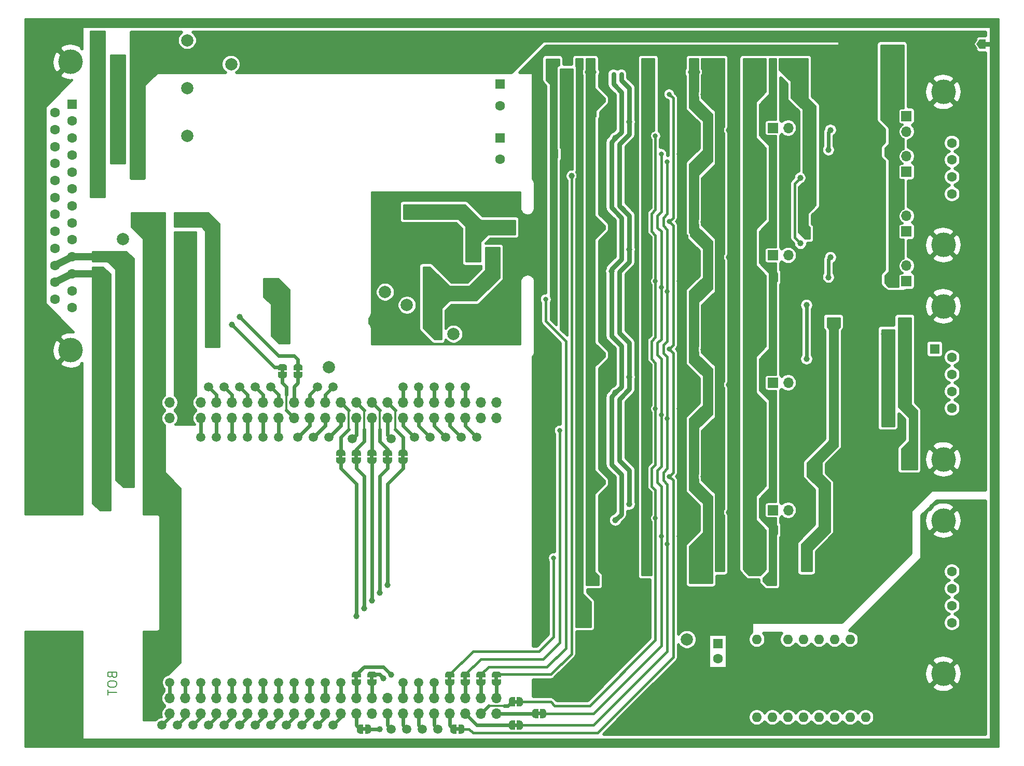
<source format=gbr>
G04 #@! TF.GenerationSoftware,KiCad,Pcbnew,5.1.6*
G04 #@! TF.CreationDate,2020-07-14T20:01:31+02:00*
G04 #@! TF.ProjectId,Mainboard,4d61696e-626f-4617-9264-2e6b69636164,rev?*
G04 #@! TF.SameCoordinates,Original*
G04 #@! TF.FileFunction,Copper,L2,Bot*
G04 #@! TF.FilePolarity,Positive*
%FSLAX46Y46*%
G04 Gerber Fmt 4.6, Leading zero omitted, Abs format (unit mm)*
G04 Created by KiCad (PCBNEW 5.1.6) date 2020-07-14 20:01:31*
%MOMM*%
%LPD*%
G01*
G04 APERTURE LIST*
G04 #@! TA.AperFunction,NonConductor*
%ADD10C,0.200000*%
G04 #@! TD*
G04 #@! TA.AperFunction,EtchedComponent*
%ADD11C,0.150000*%
G04 #@! TD*
G04 #@! TA.AperFunction,SMDPad,CuDef*
%ADD12C,1.500000*%
G04 #@! TD*
G04 #@! TA.AperFunction,SMDPad,CuDef*
%ADD13C,0.150000*%
G04 #@! TD*
G04 #@! TA.AperFunction,ComponentPad*
%ADD14C,2.000000*%
G04 #@! TD*
G04 #@! TA.AperFunction,ComponentPad*
%ADD15C,1.600000*%
G04 #@! TD*
G04 #@! TA.AperFunction,ComponentPad*
%ADD16R,1.600000X1.600000*%
G04 #@! TD*
G04 #@! TA.AperFunction,ComponentPad*
%ADD17O,1.700000X1.700000*%
G04 #@! TD*
G04 #@! TA.AperFunction,ComponentPad*
%ADD18R,1.700000X1.700000*%
G04 #@! TD*
G04 #@! TA.AperFunction,ComponentPad*
%ADD19C,4.000000*%
G04 #@! TD*
G04 #@! TA.AperFunction,ComponentPad*
%ADD20O,1.600000X1.600000*%
G04 #@! TD*
G04 #@! TA.AperFunction,ViaPad*
%ADD21C,1.000000*%
G04 #@! TD*
G04 #@! TA.AperFunction,ViaPad*
%ADD22C,0.800000*%
G04 #@! TD*
G04 #@! TA.AperFunction,Conductor*
%ADD23C,0.400000*%
G04 #@! TD*
G04 #@! TA.AperFunction,Conductor*
%ADD24C,0.600000*%
G04 #@! TD*
G04 #@! TA.AperFunction,Conductor*
%ADD25C,0.800000*%
G04 #@! TD*
G04 #@! TA.AperFunction,Conductor*
%ADD26C,1.200000*%
G04 #@! TD*
G04 #@! TA.AperFunction,Conductor*
%ADD27C,1.000000*%
G04 #@! TD*
G04 #@! TA.AperFunction,Conductor*
%ADD28C,0.300000*%
G04 #@! TD*
G04 #@! TA.AperFunction,Conductor*
%ADD29C,0.500000*%
G04 #@! TD*
G04 APERTURE END LIST*
D10*
X84732857Y-147725000D02*
X84804285Y-147939285D01*
X84875714Y-148010714D01*
X85018571Y-148082142D01*
X85232857Y-148082142D01*
X85375714Y-148010714D01*
X85447142Y-147939285D01*
X85518571Y-147796428D01*
X85518571Y-147225000D01*
X84018571Y-147225000D01*
X84018571Y-147725000D01*
X84090000Y-147867857D01*
X84161428Y-147939285D01*
X84304285Y-148010714D01*
X84447142Y-148010714D01*
X84590000Y-147939285D01*
X84661428Y-147867857D01*
X84732857Y-147725000D01*
X84732857Y-147225000D01*
X84018571Y-149010714D02*
X84018571Y-149296428D01*
X84090000Y-149439285D01*
X84232857Y-149582142D01*
X84518571Y-149653571D01*
X85018571Y-149653571D01*
X85304285Y-149582142D01*
X85447142Y-149439285D01*
X85518571Y-149296428D01*
X85518571Y-149010714D01*
X85447142Y-148867857D01*
X85304285Y-148725000D01*
X85018571Y-148653571D01*
X84518571Y-148653571D01*
X84232857Y-148725000D01*
X84090000Y-148867857D01*
X84018571Y-149010714D01*
X84018571Y-150082142D02*
X84018571Y-150939285D01*
X85518571Y-150510714D02*
X84018571Y-150510714D01*
D11*
G36*
X112835000Y-97845000D02*
G01*
X112835000Y-98345000D01*
X112235000Y-98345000D01*
X112235000Y-97845000D01*
X112835000Y-97845000D01*
G37*
G36*
X114775000Y-98345000D02*
G01*
X114775000Y-97845000D01*
X115375000Y-97845000D01*
X115375000Y-98345000D01*
X114775000Y-98345000D01*
G37*
G36*
X154695000Y-154275000D02*
G01*
X154195000Y-154275000D01*
X154195000Y-153675000D01*
X154695000Y-153675000D01*
X154695000Y-154275000D01*
G37*
G36*
X150885000Y-152370000D02*
G01*
X150385000Y-152370000D01*
X150385000Y-151770000D01*
X150885000Y-151770000D01*
X150885000Y-152370000D01*
G37*
G36*
X150885000Y-156180000D02*
G01*
X150385000Y-156180000D01*
X150385000Y-155580000D01*
X150885000Y-155580000D01*
X150885000Y-156180000D01*
G37*
G36*
X141360000Y-156815000D02*
G01*
X140860000Y-156815000D01*
X140860000Y-156215000D01*
X141360000Y-156215000D01*
X141360000Y-156815000D01*
G37*
G36*
X126120000Y-156815000D02*
G01*
X125620000Y-156815000D01*
X125620000Y-156215000D01*
X126120000Y-156215000D01*
X126120000Y-156815000D01*
G37*
G36*
X147160000Y-148510000D02*
G01*
X147160000Y-148010000D01*
X147760000Y-148010000D01*
X147760000Y-148510000D01*
X147160000Y-148510000D01*
G37*
G36*
X144620000Y-148510000D02*
G01*
X144620000Y-148010000D01*
X145220000Y-148010000D01*
X145220000Y-148510000D01*
X144620000Y-148510000D01*
G37*
G36*
X142080000Y-148510000D02*
G01*
X142080000Y-148010000D01*
X142680000Y-148010000D01*
X142680000Y-148510000D01*
X142080000Y-148510000D01*
G37*
G36*
X139540000Y-148510000D02*
G01*
X139540000Y-148010000D01*
X140140000Y-148010000D01*
X140140000Y-148510000D01*
X139540000Y-148510000D01*
G37*
G36*
X126840000Y-148510000D02*
G01*
X126840000Y-148010000D01*
X127440000Y-148010000D01*
X127440000Y-148510000D01*
X126840000Y-148510000D01*
G37*
G36*
X124300000Y-148510000D02*
G01*
X124300000Y-148010000D01*
X124900000Y-148010000D01*
X124900000Y-148510000D01*
X124300000Y-148510000D01*
G37*
G36*
X126840000Y-112315000D02*
G01*
X126840000Y-111815000D01*
X127440000Y-111815000D01*
X127440000Y-112315000D01*
X126840000Y-112315000D01*
G37*
G36*
X132520000Y-111815000D02*
G01*
X132520000Y-112315000D01*
X131920000Y-112315000D01*
X131920000Y-111815000D01*
X132520000Y-111815000D01*
G37*
G36*
X129980000Y-111815000D02*
G01*
X129980000Y-112315000D01*
X129380000Y-112315000D01*
X129380000Y-111815000D01*
X129980000Y-111815000D01*
G37*
G36*
X124900000Y-111815000D02*
G01*
X124900000Y-112315000D01*
X124300000Y-112315000D01*
X124300000Y-111815000D01*
X124900000Y-111815000D01*
G37*
G36*
X122360000Y-111815000D02*
G01*
X122360000Y-112315000D01*
X121760000Y-112315000D01*
X121760000Y-111815000D01*
X122360000Y-111815000D01*
G37*
D12*
X99200000Y-108890000D03*
G04 #@! TA.AperFunction,SMDPad,CuDef*
D13*
G36*
X225815000Y-44725000D02*
G01*
X226315000Y-43975000D01*
X227315000Y-43975000D01*
X227315000Y-45475000D01*
X226315000Y-45475000D01*
X225815000Y-44725000D01*
G37*
G04 #@! TD.AperFunction*
G04 #@! TA.AperFunction,SMDPad,CuDef*
G36*
X224865000Y-43975000D02*
G01*
X226015000Y-43975000D01*
X225515000Y-44725000D01*
X226015000Y-45475000D01*
X224865000Y-45475000D01*
X224865000Y-43975000D01*
G37*
G04 #@! TD.AperFunction*
D12*
X137935000Y-156515000D03*
X135395000Y-156515000D03*
X132855000Y-156515000D03*
X130315000Y-156515000D03*
X120790000Y-155880000D03*
X118250000Y-155880000D03*
X115710000Y-155880000D03*
X113170000Y-155880000D03*
X110630000Y-155880000D03*
X108090000Y-155880000D03*
X105550000Y-155880000D03*
X103010000Y-155880000D03*
X100470000Y-155880000D03*
X97930000Y-155880000D03*
X95390000Y-155880000D03*
X92850000Y-155880000D03*
X137300000Y-148895000D03*
X134760000Y-148895000D03*
X132220000Y-148895000D03*
X122060000Y-148895000D03*
X119520000Y-148895000D03*
X116980000Y-148895000D03*
X114440000Y-148895000D03*
X111900000Y-148895000D03*
X109360000Y-148895000D03*
X106820000Y-148895000D03*
X104280000Y-148895000D03*
X101740000Y-148895000D03*
X99200000Y-148895000D03*
X96660000Y-148895000D03*
X94120000Y-148895000D03*
X144285000Y-108890000D03*
X141745000Y-108890000D03*
X139205000Y-108890000D03*
X136665000Y-108890000D03*
X134125000Y-108890000D03*
X130315000Y-109144000D03*
X123965000Y-109144000D03*
X120155000Y-108890000D03*
X117615000Y-108890000D03*
X115075000Y-108890000D03*
X111900000Y-108890000D03*
X109360000Y-108890000D03*
X106820000Y-108890000D03*
X104280000Y-108890000D03*
X101740000Y-108890000D03*
X142380000Y-100635000D03*
X139840000Y-100635000D03*
X137300000Y-100635000D03*
X134760000Y-100635000D03*
X132220000Y-100635000D03*
X120790000Y-100635000D03*
X118250000Y-100635000D03*
X110630000Y-100635000D03*
X108090000Y-100635000D03*
X105550000Y-100635000D03*
X103010000Y-100635000D03*
G04 #@! TA.AperFunction,SMDPad,CuDef*
D13*
G36*
X113285000Y-98245000D02*
G01*
X113285000Y-98745000D01*
X113284398Y-98745000D01*
X113284398Y-98769534D01*
X113279588Y-98818365D01*
X113270016Y-98866490D01*
X113255772Y-98913445D01*
X113236995Y-98958778D01*
X113213864Y-99002051D01*
X113186604Y-99042850D01*
X113155476Y-99080779D01*
X113120779Y-99115476D01*
X113082850Y-99146604D01*
X113042051Y-99173864D01*
X112998778Y-99196995D01*
X112953445Y-99215772D01*
X112906490Y-99230016D01*
X112858365Y-99239588D01*
X112809534Y-99244398D01*
X112785000Y-99244398D01*
X112785000Y-99245000D01*
X112285000Y-99245000D01*
X112285000Y-99244398D01*
X112260466Y-99244398D01*
X112211635Y-99239588D01*
X112163510Y-99230016D01*
X112116555Y-99215772D01*
X112071222Y-99196995D01*
X112027949Y-99173864D01*
X111987150Y-99146604D01*
X111949221Y-99115476D01*
X111914524Y-99080779D01*
X111883396Y-99042850D01*
X111856136Y-99002051D01*
X111833005Y-98958778D01*
X111814228Y-98913445D01*
X111799984Y-98866490D01*
X111790412Y-98818365D01*
X111785602Y-98769534D01*
X111785602Y-98745000D01*
X111785000Y-98745000D01*
X111785000Y-98245000D01*
X113285000Y-98245000D01*
G37*
G04 #@! TD.AperFunction*
G04 #@! TA.AperFunction,SMDPad,CuDef*
G36*
X111785602Y-97445000D02*
G01*
X111785602Y-97420466D01*
X111790412Y-97371635D01*
X111799984Y-97323510D01*
X111814228Y-97276555D01*
X111833005Y-97231222D01*
X111856136Y-97187949D01*
X111883396Y-97147150D01*
X111914524Y-97109221D01*
X111949221Y-97074524D01*
X111987150Y-97043396D01*
X112027949Y-97016136D01*
X112071222Y-96993005D01*
X112116555Y-96974228D01*
X112163510Y-96959984D01*
X112211635Y-96950412D01*
X112260466Y-96945602D01*
X112285000Y-96945602D01*
X112285000Y-96945000D01*
X112785000Y-96945000D01*
X112785000Y-96945602D01*
X112809534Y-96945602D01*
X112858365Y-96950412D01*
X112906490Y-96959984D01*
X112953445Y-96974228D01*
X112998778Y-96993005D01*
X113042051Y-97016136D01*
X113082850Y-97043396D01*
X113120779Y-97074524D01*
X113155476Y-97109221D01*
X113186604Y-97147150D01*
X113213864Y-97187949D01*
X113236995Y-97231222D01*
X113255772Y-97276555D01*
X113270016Y-97323510D01*
X113279588Y-97371635D01*
X113284398Y-97420466D01*
X113284398Y-97445000D01*
X113285000Y-97445000D01*
X113285000Y-97945000D01*
X111785000Y-97945000D01*
X111785000Y-97445000D01*
X111785602Y-97445000D01*
G37*
G04 #@! TD.AperFunction*
G04 #@! TA.AperFunction,SMDPad,CuDef*
G36*
X114325000Y-97945000D02*
G01*
X114325000Y-97445000D01*
X114325602Y-97445000D01*
X114325602Y-97420466D01*
X114330412Y-97371635D01*
X114339984Y-97323510D01*
X114354228Y-97276555D01*
X114373005Y-97231222D01*
X114396136Y-97187949D01*
X114423396Y-97147150D01*
X114454524Y-97109221D01*
X114489221Y-97074524D01*
X114527150Y-97043396D01*
X114567949Y-97016136D01*
X114611222Y-96993005D01*
X114656555Y-96974228D01*
X114703510Y-96959984D01*
X114751635Y-96950412D01*
X114800466Y-96945602D01*
X114825000Y-96945602D01*
X114825000Y-96945000D01*
X115325000Y-96945000D01*
X115325000Y-96945602D01*
X115349534Y-96945602D01*
X115398365Y-96950412D01*
X115446490Y-96959984D01*
X115493445Y-96974228D01*
X115538778Y-96993005D01*
X115582051Y-97016136D01*
X115622850Y-97043396D01*
X115660779Y-97074524D01*
X115695476Y-97109221D01*
X115726604Y-97147150D01*
X115753864Y-97187949D01*
X115776995Y-97231222D01*
X115795772Y-97276555D01*
X115810016Y-97323510D01*
X115819588Y-97371635D01*
X115824398Y-97420466D01*
X115824398Y-97445000D01*
X115825000Y-97445000D01*
X115825000Y-97945000D01*
X114325000Y-97945000D01*
G37*
G04 #@! TD.AperFunction*
G04 #@! TA.AperFunction,SMDPad,CuDef*
G36*
X115824398Y-98745000D02*
G01*
X115824398Y-98769534D01*
X115819588Y-98818365D01*
X115810016Y-98866490D01*
X115795772Y-98913445D01*
X115776995Y-98958778D01*
X115753864Y-99002051D01*
X115726604Y-99042850D01*
X115695476Y-99080779D01*
X115660779Y-99115476D01*
X115622850Y-99146604D01*
X115582051Y-99173864D01*
X115538778Y-99196995D01*
X115493445Y-99215772D01*
X115446490Y-99230016D01*
X115398365Y-99239588D01*
X115349534Y-99244398D01*
X115325000Y-99244398D01*
X115325000Y-99245000D01*
X114825000Y-99245000D01*
X114825000Y-99244398D01*
X114800466Y-99244398D01*
X114751635Y-99239588D01*
X114703510Y-99230016D01*
X114656555Y-99215772D01*
X114611222Y-99196995D01*
X114567949Y-99173864D01*
X114527150Y-99146604D01*
X114489221Y-99115476D01*
X114454524Y-99080779D01*
X114423396Y-99042850D01*
X114396136Y-99002051D01*
X114373005Y-98958778D01*
X114354228Y-98913445D01*
X114339984Y-98866490D01*
X114330412Y-98818365D01*
X114325602Y-98769534D01*
X114325602Y-98745000D01*
X114325000Y-98745000D01*
X114325000Y-98245000D01*
X115825000Y-98245000D01*
X115825000Y-98745000D01*
X115824398Y-98745000D01*
G37*
G04 #@! TD.AperFunction*
D12*
X100470000Y-100635000D03*
G04 #@! TA.AperFunction,SMDPad,CuDef*
D13*
G36*
X154295000Y-154725000D02*
G01*
X153795000Y-154725000D01*
X153795000Y-154724398D01*
X153770466Y-154724398D01*
X153721635Y-154719588D01*
X153673510Y-154710016D01*
X153626555Y-154695772D01*
X153581222Y-154676995D01*
X153537949Y-154653864D01*
X153497150Y-154626604D01*
X153459221Y-154595476D01*
X153424524Y-154560779D01*
X153393396Y-154522850D01*
X153366136Y-154482051D01*
X153343005Y-154438778D01*
X153324228Y-154393445D01*
X153309984Y-154346490D01*
X153300412Y-154298365D01*
X153295602Y-154249534D01*
X153295602Y-154225000D01*
X153295000Y-154225000D01*
X153295000Y-153725000D01*
X153295602Y-153725000D01*
X153295602Y-153700466D01*
X153300412Y-153651635D01*
X153309984Y-153603510D01*
X153324228Y-153556555D01*
X153343005Y-153511222D01*
X153366136Y-153467949D01*
X153393396Y-153427150D01*
X153424524Y-153389221D01*
X153459221Y-153354524D01*
X153497150Y-153323396D01*
X153537949Y-153296136D01*
X153581222Y-153273005D01*
X153626555Y-153254228D01*
X153673510Y-153239984D01*
X153721635Y-153230412D01*
X153770466Y-153225602D01*
X153795000Y-153225602D01*
X153795000Y-153225000D01*
X154295000Y-153225000D01*
X154295000Y-154725000D01*
G37*
G04 #@! TD.AperFunction*
G04 #@! TA.AperFunction,SMDPad,CuDef*
G36*
X155095000Y-153225602D02*
G01*
X155119534Y-153225602D01*
X155168365Y-153230412D01*
X155216490Y-153239984D01*
X155263445Y-153254228D01*
X155308778Y-153273005D01*
X155352051Y-153296136D01*
X155392850Y-153323396D01*
X155430779Y-153354524D01*
X155465476Y-153389221D01*
X155496604Y-153427150D01*
X155523864Y-153467949D01*
X155546995Y-153511222D01*
X155565772Y-153556555D01*
X155580016Y-153603510D01*
X155589588Y-153651635D01*
X155594398Y-153700466D01*
X155594398Y-153725000D01*
X155595000Y-153725000D01*
X155595000Y-154225000D01*
X155594398Y-154225000D01*
X155594398Y-154249534D01*
X155589588Y-154298365D01*
X155580016Y-154346490D01*
X155565772Y-154393445D01*
X155546995Y-154438778D01*
X155523864Y-154482051D01*
X155496604Y-154522850D01*
X155465476Y-154560779D01*
X155430779Y-154595476D01*
X155392850Y-154626604D01*
X155352051Y-154653864D01*
X155308778Y-154676995D01*
X155263445Y-154695772D01*
X155216490Y-154710016D01*
X155168365Y-154719588D01*
X155119534Y-154724398D01*
X155095000Y-154724398D01*
X155095000Y-154725000D01*
X154595000Y-154725000D01*
X154595000Y-153225000D01*
X155095000Y-153225000D01*
X155095000Y-153225602D01*
G37*
G04 #@! TD.AperFunction*
G04 #@! TA.AperFunction,SMDPad,CuDef*
G36*
X150485000Y-152820000D02*
G01*
X149985000Y-152820000D01*
X149985000Y-152819398D01*
X149960466Y-152819398D01*
X149911635Y-152814588D01*
X149863510Y-152805016D01*
X149816555Y-152790772D01*
X149771222Y-152771995D01*
X149727949Y-152748864D01*
X149687150Y-152721604D01*
X149649221Y-152690476D01*
X149614524Y-152655779D01*
X149583396Y-152617850D01*
X149556136Y-152577051D01*
X149533005Y-152533778D01*
X149514228Y-152488445D01*
X149499984Y-152441490D01*
X149490412Y-152393365D01*
X149485602Y-152344534D01*
X149485602Y-152320000D01*
X149485000Y-152320000D01*
X149485000Y-151820000D01*
X149485602Y-151820000D01*
X149485602Y-151795466D01*
X149490412Y-151746635D01*
X149499984Y-151698510D01*
X149514228Y-151651555D01*
X149533005Y-151606222D01*
X149556136Y-151562949D01*
X149583396Y-151522150D01*
X149614524Y-151484221D01*
X149649221Y-151449524D01*
X149687150Y-151418396D01*
X149727949Y-151391136D01*
X149771222Y-151368005D01*
X149816555Y-151349228D01*
X149863510Y-151334984D01*
X149911635Y-151325412D01*
X149960466Y-151320602D01*
X149985000Y-151320602D01*
X149985000Y-151320000D01*
X150485000Y-151320000D01*
X150485000Y-152820000D01*
G37*
G04 #@! TD.AperFunction*
G04 #@! TA.AperFunction,SMDPad,CuDef*
G36*
X151285000Y-151320602D02*
G01*
X151309534Y-151320602D01*
X151358365Y-151325412D01*
X151406490Y-151334984D01*
X151453445Y-151349228D01*
X151498778Y-151368005D01*
X151542051Y-151391136D01*
X151582850Y-151418396D01*
X151620779Y-151449524D01*
X151655476Y-151484221D01*
X151686604Y-151522150D01*
X151713864Y-151562949D01*
X151736995Y-151606222D01*
X151755772Y-151651555D01*
X151770016Y-151698510D01*
X151779588Y-151746635D01*
X151784398Y-151795466D01*
X151784398Y-151820000D01*
X151785000Y-151820000D01*
X151785000Y-152320000D01*
X151784398Y-152320000D01*
X151784398Y-152344534D01*
X151779588Y-152393365D01*
X151770016Y-152441490D01*
X151755772Y-152488445D01*
X151736995Y-152533778D01*
X151713864Y-152577051D01*
X151686604Y-152617850D01*
X151655476Y-152655779D01*
X151620779Y-152690476D01*
X151582850Y-152721604D01*
X151542051Y-152748864D01*
X151498778Y-152771995D01*
X151453445Y-152790772D01*
X151406490Y-152805016D01*
X151358365Y-152814588D01*
X151309534Y-152819398D01*
X151285000Y-152819398D01*
X151285000Y-152820000D01*
X150785000Y-152820000D01*
X150785000Y-151320000D01*
X151285000Y-151320000D01*
X151285000Y-151320602D01*
G37*
G04 #@! TD.AperFunction*
G04 #@! TA.AperFunction,SMDPad,CuDef*
G36*
X150485000Y-156630000D02*
G01*
X149985000Y-156630000D01*
X149985000Y-156629398D01*
X149960466Y-156629398D01*
X149911635Y-156624588D01*
X149863510Y-156615016D01*
X149816555Y-156600772D01*
X149771222Y-156581995D01*
X149727949Y-156558864D01*
X149687150Y-156531604D01*
X149649221Y-156500476D01*
X149614524Y-156465779D01*
X149583396Y-156427850D01*
X149556136Y-156387051D01*
X149533005Y-156343778D01*
X149514228Y-156298445D01*
X149499984Y-156251490D01*
X149490412Y-156203365D01*
X149485602Y-156154534D01*
X149485602Y-156130000D01*
X149485000Y-156130000D01*
X149485000Y-155630000D01*
X149485602Y-155630000D01*
X149485602Y-155605466D01*
X149490412Y-155556635D01*
X149499984Y-155508510D01*
X149514228Y-155461555D01*
X149533005Y-155416222D01*
X149556136Y-155372949D01*
X149583396Y-155332150D01*
X149614524Y-155294221D01*
X149649221Y-155259524D01*
X149687150Y-155228396D01*
X149727949Y-155201136D01*
X149771222Y-155178005D01*
X149816555Y-155159228D01*
X149863510Y-155144984D01*
X149911635Y-155135412D01*
X149960466Y-155130602D01*
X149985000Y-155130602D01*
X149985000Y-155130000D01*
X150485000Y-155130000D01*
X150485000Y-156630000D01*
G37*
G04 #@! TD.AperFunction*
G04 #@! TA.AperFunction,SMDPad,CuDef*
G36*
X151285000Y-155130602D02*
G01*
X151309534Y-155130602D01*
X151358365Y-155135412D01*
X151406490Y-155144984D01*
X151453445Y-155159228D01*
X151498778Y-155178005D01*
X151542051Y-155201136D01*
X151582850Y-155228396D01*
X151620779Y-155259524D01*
X151655476Y-155294221D01*
X151686604Y-155332150D01*
X151713864Y-155372949D01*
X151736995Y-155416222D01*
X151755772Y-155461555D01*
X151770016Y-155508510D01*
X151779588Y-155556635D01*
X151784398Y-155605466D01*
X151784398Y-155630000D01*
X151785000Y-155630000D01*
X151785000Y-156130000D01*
X151784398Y-156130000D01*
X151784398Y-156154534D01*
X151779588Y-156203365D01*
X151770016Y-156251490D01*
X151755772Y-156298445D01*
X151736995Y-156343778D01*
X151713864Y-156387051D01*
X151686604Y-156427850D01*
X151655476Y-156465779D01*
X151620779Y-156500476D01*
X151582850Y-156531604D01*
X151542051Y-156558864D01*
X151498778Y-156581995D01*
X151453445Y-156600772D01*
X151406490Y-156615016D01*
X151358365Y-156624588D01*
X151309534Y-156629398D01*
X151285000Y-156629398D01*
X151285000Y-156630000D01*
X150785000Y-156630000D01*
X150785000Y-155130000D01*
X151285000Y-155130000D01*
X151285000Y-155130602D01*
G37*
G04 #@! TD.AperFunction*
G04 #@! TA.AperFunction,SMDPad,CuDef*
G36*
X140960000Y-157265000D02*
G01*
X140460000Y-157265000D01*
X140460000Y-157264398D01*
X140435466Y-157264398D01*
X140386635Y-157259588D01*
X140338510Y-157250016D01*
X140291555Y-157235772D01*
X140246222Y-157216995D01*
X140202949Y-157193864D01*
X140162150Y-157166604D01*
X140124221Y-157135476D01*
X140089524Y-157100779D01*
X140058396Y-157062850D01*
X140031136Y-157022051D01*
X140008005Y-156978778D01*
X139989228Y-156933445D01*
X139974984Y-156886490D01*
X139965412Y-156838365D01*
X139960602Y-156789534D01*
X139960602Y-156765000D01*
X139960000Y-156765000D01*
X139960000Y-156265000D01*
X139960602Y-156265000D01*
X139960602Y-156240466D01*
X139965412Y-156191635D01*
X139974984Y-156143510D01*
X139989228Y-156096555D01*
X140008005Y-156051222D01*
X140031136Y-156007949D01*
X140058396Y-155967150D01*
X140089524Y-155929221D01*
X140124221Y-155894524D01*
X140162150Y-155863396D01*
X140202949Y-155836136D01*
X140246222Y-155813005D01*
X140291555Y-155794228D01*
X140338510Y-155779984D01*
X140386635Y-155770412D01*
X140435466Y-155765602D01*
X140460000Y-155765602D01*
X140460000Y-155765000D01*
X140960000Y-155765000D01*
X140960000Y-157265000D01*
G37*
G04 #@! TD.AperFunction*
G04 #@! TA.AperFunction,SMDPad,CuDef*
G36*
X141760000Y-155765602D02*
G01*
X141784534Y-155765602D01*
X141833365Y-155770412D01*
X141881490Y-155779984D01*
X141928445Y-155794228D01*
X141973778Y-155813005D01*
X142017051Y-155836136D01*
X142057850Y-155863396D01*
X142095779Y-155894524D01*
X142130476Y-155929221D01*
X142161604Y-155967150D01*
X142188864Y-156007949D01*
X142211995Y-156051222D01*
X142230772Y-156096555D01*
X142245016Y-156143510D01*
X142254588Y-156191635D01*
X142259398Y-156240466D01*
X142259398Y-156265000D01*
X142260000Y-156265000D01*
X142260000Y-156765000D01*
X142259398Y-156765000D01*
X142259398Y-156789534D01*
X142254588Y-156838365D01*
X142245016Y-156886490D01*
X142230772Y-156933445D01*
X142211995Y-156978778D01*
X142188864Y-157022051D01*
X142161604Y-157062850D01*
X142130476Y-157100779D01*
X142095779Y-157135476D01*
X142057850Y-157166604D01*
X142017051Y-157193864D01*
X141973778Y-157216995D01*
X141928445Y-157235772D01*
X141881490Y-157250016D01*
X141833365Y-157259588D01*
X141784534Y-157264398D01*
X141760000Y-157264398D01*
X141760000Y-157265000D01*
X141260000Y-157265000D01*
X141260000Y-155765000D01*
X141760000Y-155765000D01*
X141760000Y-155765602D01*
G37*
G04 #@! TD.AperFunction*
G04 #@! TA.AperFunction,SMDPad,CuDef*
G36*
X125720000Y-157265000D02*
G01*
X125220000Y-157265000D01*
X125220000Y-157264398D01*
X125195466Y-157264398D01*
X125146635Y-157259588D01*
X125098510Y-157250016D01*
X125051555Y-157235772D01*
X125006222Y-157216995D01*
X124962949Y-157193864D01*
X124922150Y-157166604D01*
X124884221Y-157135476D01*
X124849524Y-157100779D01*
X124818396Y-157062850D01*
X124791136Y-157022051D01*
X124768005Y-156978778D01*
X124749228Y-156933445D01*
X124734984Y-156886490D01*
X124725412Y-156838365D01*
X124720602Y-156789534D01*
X124720602Y-156765000D01*
X124720000Y-156765000D01*
X124720000Y-156265000D01*
X124720602Y-156265000D01*
X124720602Y-156240466D01*
X124725412Y-156191635D01*
X124734984Y-156143510D01*
X124749228Y-156096555D01*
X124768005Y-156051222D01*
X124791136Y-156007949D01*
X124818396Y-155967150D01*
X124849524Y-155929221D01*
X124884221Y-155894524D01*
X124922150Y-155863396D01*
X124962949Y-155836136D01*
X125006222Y-155813005D01*
X125051555Y-155794228D01*
X125098510Y-155779984D01*
X125146635Y-155770412D01*
X125195466Y-155765602D01*
X125220000Y-155765602D01*
X125220000Y-155765000D01*
X125720000Y-155765000D01*
X125720000Y-157265000D01*
G37*
G04 #@! TD.AperFunction*
G04 #@! TA.AperFunction,SMDPad,CuDef*
G36*
X126520000Y-155765602D02*
G01*
X126544534Y-155765602D01*
X126593365Y-155770412D01*
X126641490Y-155779984D01*
X126688445Y-155794228D01*
X126733778Y-155813005D01*
X126777051Y-155836136D01*
X126817850Y-155863396D01*
X126855779Y-155894524D01*
X126890476Y-155929221D01*
X126921604Y-155967150D01*
X126948864Y-156007949D01*
X126971995Y-156051222D01*
X126990772Y-156096555D01*
X127005016Y-156143510D01*
X127014588Y-156191635D01*
X127019398Y-156240466D01*
X127019398Y-156265000D01*
X127020000Y-156265000D01*
X127020000Y-156765000D01*
X127019398Y-156765000D01*
X127019398Y-156789534D01*
X127014588Y-156838365D01*
X127005016Y-156886490D01*
X126990772Y-156933445D01*
X126971995Y-156978778D01*
X126948864Y-157022051D01*
X126921604Y-157062850D01*
X126890476Y-157100779D01*
X126855779Y-157135476D01*
X126817850Y-157166604D01*
X126777051Y-157193864D01*
X126733778Y-157216995D01*
X126688445Y-157235772D01*
X126641490Y-157250016D01*
X126593365Y-157259588D01*
X126544534Y-157264398D01*
X126520000Y-157264398D01*
X126520000Y-157265000D01*
X126020000Y-157265000D01*
X126020000Y-155765000D01*
X126520000Y-155765000D01*
X126520000Y-155765602D01*
G37*
G04 #@! TD.AperFunction*
G04 #@! TA.AperFunction,SMDPad,CuDef*
G36*
X146710000Y-148110000D02*
G01*
X146710000Y-147610000D01*
X146710602Y-147610000D01*
X146710602Y-147585466D01*
X146715412Y-147536635D01*
X146724984Y-147488510D01*
X146739228Y-147441555D01*
X146758005Y-147396222D01*
X146781136Y-147352949D01*
X146808396Y-147312150D01*
X146839524Y-147274221D01*
X146874221Y-147239524D01*
X146912150Y-147208396D01*
X146952949Y-147181136D01*
X146996222Y-147158005D01*
X147041555Y-147139228D01*
X147088510Y-147124984D01*
X147136635Y-147115412D01*
X147185466Y-147110602D01*
X147210000Y-147110602D01*
X147210000Y-147110000D01*
X147710000Y-147110000D01*
X147710000Y-147110602D01*
X147734534Y-147110602D01*
X147783365Y-147115412D01*
X147831490Y-147124984D01*
X147878445Y-147139228D01*
X147923778Y-147158005D01*
X147967051Y-147181136D01*
X148007850Y-147208396D01*
X148045779Y-147239524D01*
X148080476Y-147274221D01*
X148111604Y-147312150D01*
X148138864Y-147352949D01*
X148161995Y-147396222D01*
X148180772Y-147441555D01*
X148195016Y-147488510D01*
X148204588Y-147536635D01*
X148209398Y-147585466D01*
X148209398Y-147610000D01*
X148210000Y-147610000D01*
X148210000Y-148110000D01*
X146710000Y-148110000D01*
G37*
G04 #@! TD.AperFunction*
G04 #@! TA.AperFunction,SMDPad,CuDef*
G36*
X148209398Y-148910000D02*
G01*
X148209398Y-148934534D01*
X148204588Y-148983365D01*
X148195016Y-149031490D01*
X148180772Y-149078445D01*
X148161995Y-149123778D01*
X148138864Y-149167051D01*
X148111604Y-149207850D01*
X148080476Y-149245779D01*
X148045779Y-149280476D01*
X148007850Y-149311604D01*
X147967051Y-149338864D01*
X147923778Y-149361995D01*
X147878445Y-149380772D01*
X147831490Y-149395016D01*
X147783365Y-149404588D01*
X147734534Y-149409398D01*
X147710000Y-149409398D01*
X147710000Y-149410000D01*
X147210000Y-149410000D01*
X147210000Y-149409398D01*
X147185466Y-149409398D01*
X147136635Y-149404588D01*
X147088510Y-149395016D01*
X147041555Y-149380772D01*
X146996222Y-149361995D01*
X146952949Y-149338864D01*
X146912150Y-149311604D01*
X146874221Y-149280476D01*
X146839524Y-149245779D01*
X146808396Y-149207850D01*
X146781136Y-149167051D01*
X146758005Y-149123778D01*
X146739228Y-149078445D01*
X146724984Y-149031490D01*
X146715412Y-148983365D01*
X146710602Y-148934534D01*
X146710602Y-148910000D01*
X146710000Y-148910000D01*
X146710000Y-148410000D01*
X148210000Y-148410000D01*
X148210000Y-148910000D01*
X148209398Y-148910000D01*
G37*
G04 #@! TD.AperFunction*
G04 #@! TA.AperFunction,SMDPad,CuDef*
G36*
X144170000Y-148110000D02*
G01*
X144170000Y-147610000D01*
X144170602Y-147610000D01*
X144170602Y-147585466D01*
X144175412Y-147536635D01*
X144184984Y-147488510D01*
X144199228Y-147441555D01*
X144218005Y-147396222D01*
X144241136Y-147352949D01*
X144268396Y-147312150D01*
X144299524Y-147274221D01*
X144334221Y-147239524D01*
X144372150Y-147208396D01*
X144412949Y-147181136D01*
X144456222Y-147158005D01*
X144501555Y-147139228D01*
X144548510Y-147124984D01*
X144596635Y-147115412D01*
X144645466Y-147110602D01*
X144670000Y-147110602D01*
X144670000Y-147110000D01*
X145170000Y-147110000D01*
X145170000Y-147110602D01*
X145194534Y-147110602D01*
X145243365Y-147115412D01*
X145291490Y-147124984D01*
X145338445Y-147139228D01*
X145383778Y-147158005D01*
X145427051Y-147181136D01*
X145467850Y-147208396D01*
X145505779Y-147239524D01*
X145540476Y-147274221D01*
X145571604Y-147312150D01*
X145598864Y-147352949D01*
X145621995Y-147396222D01*
X145640772Y-147441555D01*
X145655016Y-147488510D01*
X145664588Y-147536635D01*
X145669398Y-147585466D01*
X145669398Y-147610000D01*
X145670000Y-147610000D01*
X145670000Y-148110000D01*
X144170000Y-148110000D01*
G37*
G04 #@! TD.AperFunction*
G04 #@! TA.AperFunction,SMDPad,CuDef*
G36*
X145669398Y-148910000D02*
G01*
X145669398Y-148934534D01*
X145664588Y-148983365D01*
X145655016Y-149031490D01*
X145640772Y-149078445D01*
X145621995Y-149123778D01*
X145598864Y-149167051D01*
X145571604Y-149207850D01*
X145540476Y-149245779D01*
X145505779Y-149280476D01*
X145467850Y-149311604D01*
X145427051Y-149338864D01*
X145383778Y-149361995D01*
X145338445Y-149380772D01*
X145291490Y-149395016D01*
X145243365Y-149404588D01*
X145194534Y-149409398D01*
X145170000Y-149409398D01*
X145170000Y-149410000D01*
X144670000Y-149410000D01*
X144670000Y-149409398D01*
X144645466Y-149409398D01*
X144596635Y-149404588D01*
X144548510Y-149395016D01*
X144501555Y-149380772D01*
X144456222Y-149361995D01*
X144412949Y-149338864D01*
X144372150Y-149311604D01*
X144334221Y-149280476D01*
X144299524Y-149245779D01*
X144268396Y-149207850D01*
X144241136Y-149167051D01*
X144218005Y-149123778D01*
X144199228Y-149078445D01*
X144184984Y-149031490D01*
X144175412Y-148983365D01*
X144170602Y-148934534D01*
X144170602Y-148910000D01*
X144170000Y-148910000D01*
X144170000Y-148410000D01*
X145670000Y-148410000D01*
X145670000Y-148910000D01*
X145669398Y-148910000D01*
G37*
G04 #@! TD.AperFunction*
G04 #@! TA.AperFunction,SMDPad,CuDef*
G36*
X141630000Y-148110000D02*
G01*
X141630000Y-147610000D01*
X141630602Y-147610000D01*
X141630602Y-147585466D01*
X141635412Y-147536635D01*
X141644984Y-147488510D01*
X141659228Y-147441555D01*
X141678005Y-147396222D01*
X141701136Y-147352949D01*
X141728396Y-147312150D01*
X141759524Y-147274221D01*
X141794221Y-147239524D01*
X141832150Y-147208396D01*
X141872949Y-147181136D01*
X141916222Y-147158005D01*
X141961555Y-147139228D01*
X142008510Y-147124984D01*
X142056635Y-147115412D01*
X142105466Y-147110602D01*
X142130000Y-147110602D01*
X142130000Y-147110000D01*
X142630000Y-147110000D01*
X142630000Y-147110602D01*
X142654534Y-147110602D01*
X142703365Y-147115412D01*
X142751490Y-147124984D01*
X142798445Y-147139228D01*
X142843778Y-147158005D01*
X142887051Y-147181136D01*
X142927850Y-147208396D01*
X142965779Y-147239524D01*
X143000476Y-147274221D01*
X143031604Y-147312150D01*
X143058864Y-147352949D01*
X143081995Y-147396222D01*
X143100772Y-147441555D01*
X143115016Y-147488510D01*
X143124588Y-147536635D01*
X143129398Y-147585466D01*
X143129398Y-147610000D01*
X143130000Y-147610000D01*
X143130000Y-148110000D01*
X141630000Y-148110000D01*
G37*
G04 #@! TD.AperFunction*
G04 #@! TA.AperFunction,SMDPad,CuDef*
G36*
X143129398Y-148910000D02*
G01*
X143129398Y-148934534D01*
X143124588Y-148983365D01*
X143115016Y-149031490D01*
X143100772Y-149078445D01*
X143081995Y-149123778D01*
X143058864Y-149167051D01*
X143031604Y-149207850D01*
X143000476Y-149245779D01*
X142965779Y-149280476D01*
X142927850Y-149311604D01*
X142887051Y-149338864D01*
X142843778Y-149361995D01*
X142798445Y-149380772D01*
X142751490Y-149395016D01*
X142703365Y-149404588D01*
X142654534Y-149409398D01*
X142630000Y-149409398D01*
X142630000Y-149410000D01*
X142130000Y-149410000D01*
X142130000Y-149409398D01*
X142105466Y-149409398D01*
X142056635Y-149404588D01*
X142008510Y-149395016D01*
X141961555Y-149380772D01*
X141916222Y-149361995D01*
X141872949Y-149338864D01*
X141832150Y-149311604D01*
X141794221Y-149280476D01*
X141759524Y-149245779D01*
X141728396Y-149207850D01*
X141701136Y-149167051D01*
X141678005Y-149123778D01*
X141659228Y-149078445D01*
X141644984Y-149031490D01*
X141635412Y-148983365D01*
X141630602Y-148934534D01*
X141630602Y-148910000D01*
X141630000Y-148910000D01*
X141630000Y-148410000D01*
X143130000Y-148410000D01*
X143130000Y-148910000D01*
X143129398Y-148910000D01*
G37*
G04 #@! TD.AperFunction*
G04 #@! TA.AperFunction,SMDPad,CuDef*
G36*
X139090000Y-148110000D02*
G01*
X139090000Y-147610000D01*
X139090602Y-147610000D01*
X139090602Y-147585466D01*
X139095412Y-147536635D01*
X139104984Y-147488510D01*
X139119228Y-147441555D01*
X139138005Y-147396222D01*
X139161136Y-147352949D01*
X139188396Y-147312150D01*
X139219524Y-147274221D01*
X139254221Y-147239524D01*
X139292150Y-147208396D01*
X139332949Y-147181136D01*
X139376222Y-147158005D01*
X139421555Y-147139228D01*
X139468510Y-147124984D01*
X139516635Y-147115412D01*
X139565466Y-147110602D01*
X139590000Y-147110602D01*
X139590000Y-147110000D01*
X140090000Y-147110000D01*
X140090000Y-147110602D01*
X140114534Y-147110602D01*
X140163365Y-147115412D01*
X140211490Y-147124984D01*
X140258445Y-147139228D01*
X140303778Y-147158005D01*
X140347051Y-147181136D01*
X140387850Y-147208396D01*
X140425779Y-147239524D01*
X140460476Y-147274221D01*
X140491604Y-147312150D01*
X140518864Y-147352949D01*
X140541995Y-147396222D01*
X140560772Y-147441555D01*
X140575016Y-147488510D01*
X140584588Y-147536635D01*
X140589398Y-147585466D01*
X140589398Y-147610000D01*
X140590000Y-147610000D01*
X140590000Y-148110000D01*
X139090000Y-148110000D01*
G37*
G04 #@! TD.AperFunction*
G04 #@! TA.AperFunction,SMDPad,CuDef*
G36*
X140589398Y-148910000D02*
G01*
X140589398Y-148934534D01*
X140584588Y-148983365D01*
X140575016Y-149031490D01*
X140560772Y-149078445D01*
X140541995Y-149123778D01*
X140518864Y-149167051D01*
X140491604Y-149207850D01*
X140460476Y-149245779D01*
X140425779Y-149280476D01*
X140387850Y-149311604D01*
X140347051Y-149338864D01*
X140303778Y-149361995D01*
X140258445Y-149380772D01*
X140211490Y-149395016D01*
X140163365Y-149404588D01*
X140114534Y-149409398D01*
X140090000Y-149409398D01*
X140090000Y-149410000D01*
X139590000Y-149410000D01*
X139590000Y-149409398D01*
X139565466Y-149409398D01*
X139516635Y-149404588D01*
X139468510Y-149395016D01*
X139421555Y-149380772D01*
X139376222Y-149361995D01*
X139332949Y-149338864D01*
X139292150Y-149311604D01*
X139254221Y-149280476D01*
X139219524Y-149245779D01*
X139188396Y-149207850D01*
X139161136Y-149167051D01*
X139138005Y-149123778D01*
X139119228Y-149078445D01*
X139104984Y-149031490D01*
X139095412Y-148983365D01*
X139090602Y-148934534D01*
X139090602Y-148910000D01*
X139090000Y-148910000D01*
X139090000Y-148410000D01*
X140590000Y-148410000D01*
X140590000Y-148910000D01*
X140589398Y-148910000D01*
G37*
G04 #@! TD.AperFunction*
G04 #@! TA.AperFunction,SMDPad,CuDef*
G36*
X126390000Y-148110000D02*
G01*
X126390000Y-147610000D01*
X126390602Y-147610000D01*
X126390602Y-147585466D01*
X126395412Y-147536635D01*
X126404984Y-147488510D01*
X126419228Y-147441555D01*
X126438005Y-147396222D01*
X126461136Y-147352949D01*
X126488396Y-147312150D01*
X126519524Y-147274221D01*
X126554221Y-147239524D01*
X126592150Y-147208396D01*
X126632949Y-147181136D01*
X126676222Y-147158005D01*
X126721555Y-147139228D01*
X126768510Y-147124984D01*
X126816635Y-147115412D01*
X126865466Y-147110602D01*
X126890000Y-147110602D01*
X126890000Y-147110000D01*
X127390000Y-147110000D01*
X127390000Y-147110602D01*
X127414534Y-147110602D01*
X127463365Y-147115412D01*
X127511490Y-147124984D01*
X127558445Y-147139228D01*
X127603778Y-147158005D01*
X127647051Y-147181136D01*
X127687850Y-147208396D01*
X127725779Y-147239524D01*
X127760476Y-147274221D01*
X127791604Y-147312150D01*
X127818864Y-147352949D01*
X127841995Y-147396222D01*
X127860772Y-147441555D01*
X127875016Y-147488510D01*
X127884588Y-147536635D01*
X127889398Y-147585466D01*
X127889398Y-147610000D01*
X127890000Y-147610000D01*
X127890000Y-148110000D01*
X126390000Y-148110000D01*
G37*
G04 #@! TD.AperFunction*
G04 #@! TA.AperFunction,SMDPad,CuDef*
G36*
X127889398Y-148910000D02*
G01*
X127889398Y-148934534D01*
X127884588Y-148983365D01*
X127875016Y-149031490D01*
X127860772Y-149078445D01*
X127841995Y-149123778D01*
X127818864Y-149167051D01*
X127791604Y-149207850D01*
X127760476Y-149245779D01*
X127725779Y-149280476D01*
X127687850Y-149311604D01*
X127647051Y-149338864D01*
X127603778Y-149361995D01*
X127558445Y-149380772D01*
X127511490Y-149395016D01*
X127463365Y-149404588D01*
X127414534Y-149409398D01*
X127390000Y-149409398D01*
X127390000Y-149410000D01*
X126890000Y-149410000D01*
X126890000Y-149409398D01*
X126865466Y-149409398D01*
X126816635Y-149404588D01*
X126768510Y-149395016D01*
X126721555Y-149380772D01*
X126676222Y-149361995D01*
X126632949Y-149338864D01*
X126592150Y-149311604D01*
X126554221Y-149280476D01*
X126519524Y-149245779D01*
X126488396Y-149207850D01*
X126461136Y-149167051D01*
X126438005Y-149123778D01*
X126419228Y-149078445D01*
X126404984Y-149031490D01*
X126395412Y-148983365D01*
X126390602Y-148934534D01*
X126390602Y-148910000D01*
X126390000Y-148910000D01*
X126390000Y-148410000D01*
X127890000Y-148410000D01*
X127890000Y-148910000D01*
X127889398Y-148910000D01*
G37*
G04 #@! TD.AperFunction*
G04 #@! TA.AperFunction,SMDPad,CuDef*
G36*
X123850000Y-148110000D02*
G01*
X123850000Y-147610000D01*
X123850602Y-147610000D01*
X123850602Y-147585466D01*
X123855412Y-147536635D01*
X123864984Y-147488510D01*
X123879228Y-147441555D01*
X123898005Y-147396222D01*
X123921136Y-147352949D01*
X123948396Y-147312150D01*
X123979524Y-147274221D01*
X124014221Y-147239524D01*
X124052150Y-147208396D01*
X124092949Y-147181136D01*
X124136222Y-147158005D01*
X124181555Y-147139228D01*
X124228510Y-147124984D01*
X124276635Y-147115412D01*
X124325466Y-147110602D01*
X124350000Y-147110602D01*
X124350000Y-147110000D01*
X124850000Y-147110000D01*
X124850000Y-147110602D01*
X124874534Y-147110602D01*
X124923365Y-147115412D01*
X124971490Y-147124984D01*
X125018445Y-147139228D01*
X125063778Y-147158005D01*
X125107051Y-147181136D01*
X125147850Y-147208396D01*
X125185779Y-147239524D01*
X125220476Y-147274221D01*
X125251604Y-147312150D01*
X125278864Y-147352949D01*
X125301995Y-147396222D01*
X125320772Y-147441555D01*
X125335016Y-147488510D01*
X125344588Y-147536635D01*
X125349398Y-147585466D01*
X125349398Y-147610000D01*
X125350000Y-147610000D01*
X125350000Y-148110000D01*
X123850000Y-148110000D01*
G37*
G04 #@! TD.AperFunction*
G04 #@! TA.AperFunction,SMDPad,CuDef*
G36*
X125349398Y-148910000D02*
G01*
X125349398Y-148934534D01*
X125344588Y-148983365D01*
X125335016Y-149031490D01*
X125320772Y-149078445D01*
X125301995Y-149123778D01*
X125278864Y-149167051D01*
X125251604Y-149207850D01*
X125220476Y-149245779D01*
X125185779Y-149280476D01*
X125147850Y-149311604D01*
X125107051Y-149338864D01*
X125063778Y-149361995D01*
X125018445Y-149380772D01*
X124971490Y-149395016D01*
X124923365Y-149404588D01*
X124874534Y-149409398D01*
X124850000Y-149409398D01*
X124850000Y-149410000D01*
X124350000Y-149410000D01*
X124350000Y-149409398D01*
X124325466Y-149409398D01*
X124276635Y-149404588D01*
X124228510Y-149395016D01*
X124181555Y-149380772D01*
X124136222Y-149361995D01*
X124092949Y-149338864D01*
X124052150Y-149311604D01*
X124014221Y-149280476D01*
X123979524Y-149245779D01*
X123948396Y-149207850D01*
X123921136Y-149167051D01*
X123898005Y-149123778D01*
X123879228Y-149078445D01*
X123864984Y-149031490D01*
X123855412Y-148983365D01*
X123850602Y-148934534D01*
X123850602Y-148910000D01*
X123850000Y-148910000D01*
X123850000Y-148410000D01*
X125350000Y-148410000D01*
X125350000Y-148910000D01*
X125349398Y-148910000D01*
G37*
G04 #@! TD.AperFunction*
G04 #@! TA.AperFunction,SMDPad,CuDef*
G36*
X126390000Y-111915000D02*
G01*
X126390000Y-111415000D01*
X126390602Y-111415000D01*
X126390602Y-111390466D01*
X126395412Y-111341635D01*
X126404984Y-111293510D01*
X126419228Y-111246555D01*
X126438005Y-111201222D01*
X126461136Y-111157949D01*
X126488396Y-111117150D01*
X126519524Y-111079221D01*
X126554221Y-111044524D01*
X126592150Y-111013396D01*
X126632949Y-110986136D01*
X126676222Y-110963005D01*
X126721555Y-110944228D01*
X126768510Y-110929984D01*
X126816635Y-110920412D01*
X126865466Y-110915602D01*
X126890000Y-110915602D01*
X126890000Y-110915000D01*
X127390000Y-110915000D01*
X127390000Y-110915602D01*
X127414534Y-110915602D01*
X127463365Y-110920412D01*
X127511490Y-110929984D01*
X127558445Y-110944228D01*
X127603778Y-110963005D01*
X127647051Y-110986136D01*
X127687850Y-111013396D01*
X127725779Y-111044524D01*
X127760476Y-111079221D01*
X127791604Y-111117150D01*
X127818864Y-111157949D01*
X127841995Y-111201222D01*
X127860772Y-111246555D01*
X127875016Y-111293510D01*
X127884588Y-111341635D01*
X127889398Y-111390466D01*
X127889398Y-111415000D01*
X127890000Y-111415000D01*
X127890000Y-111915000D01*
X126390000Y-111915000D01*
G37*
G04 #@! TD.AperFunction*
G04 #@! TA.AperFunction,SMDPad,CuDef*
G36*
X127889398Y-112715000D02*
G01*
X127889398Y-112739534D01*
X127884588Y-112788365D01*
X127875016Y-112836490D01*
X127860772Y-112883445D01*
X127841995Y-112928778D01*
X127818864Y-112972051D01*
X127791604Y-113012850D01*
X127760476Y-113050779D01*
X127725779Y-113085476D01*
X127687850Y-113116604D01*
X127647051Y-113143864D01*
X127603778Y-113166995D01*
X127558445Y-113185772D01*
X127511490Y-113200016D01*
X127463365Y-113209588D01*
X127414534Y-113214398D01*
X127390000Y-113214398D01*
X127390000Y-113215000D01*
X126890000Y-113215000D01*
X126890000Y-113214398D01*
X126865466Y-113214398D01*
X126816635Y-113209588D01*
X126768510Y-113200016D01*
X126721555Y-113185772D01*
X126676222Y-113166995D01*
X126632949Y-113143864D01*
X126592150Y-113116604D01*
X126554221Y-113085476D01*
X126519524Y-113050779D01*
X126488396Y-113012850D01*
X126461136Y-112972051D01*
X126438005Y-112928778D01*
X126419228Y-112883445D01*
X126404984Y-112836490D01*
X126395412Y-112788365D01*
X126390602Y-112739534D01*
X126390602Y-112715000D01*
X126390000Y-112715000D01*
X126390000Y-112215000D01*
X127890000Y-112215000D01*
X127890000Y-112715000D01*
X127889398Y-112715000D01*
G37*
G04 #@! TD.AperFunction*
G04 #@! TA.AperFunction,SMDPad,CuDef*
G36*
X132970000Y-112215000D02*
G01*
X132970000Y-112715000D01*
X132969398Y-112715000D01*
X132969398Y-112739534D01*
X132964588Y-112788365D01*
X132955016Y-112836490D01*
X132940772Y-112883445D01*
X132921995Y-112928778D01*
X132898864Y-112972051D01*
X132871604Y-113012850D01*
X132840476Y-113050779D01*
X132805779Y-113085476D01*
X132767850Y-113116604D01*
X132727051Y-113143864D01*
X132683778Y-113166995D01*
X132638445Y-113185772D01*
X132591490Y-113200016D01*
X132543365Y-113209588D01*
X132494534Y-113214398D01*
X132470000Y-113214398D01*
X132470000Y-113215000D01*
X131970000Y-113215000D01*
X131970000Y-113214398D01*
X131945466Y-113214398D01*
X131896635Y-113209588D01*
X131848510Y-113200016D01*
X131801555Y-113185772D01*
X131756222Y-113166995D01*
X131712949Y-113143864D01*
X131672150Y-113116604D01*
X131634221Y-113085476D01*
X131599524Y-113050779D01*
X131568396Y-113012850D01*
X131541136Y-112972051D01*
X131518005Y-112928778D01*
X131499228Y-112883445D01*
X131484984Y-112836490D01*
X131475412Y-112788365D01*
X131470602Y-112739534D01*
X131470602Y-112715000D01*
X131470000Y-112715000D01*
X131470000Y-112215000D01*
X132970000Y-112215000D01*
G37*
G04 #@! TD.AperFunction*
G04 #@! TA.AperFunction,SMDPad,CuDef*
G36*
X131470602Y-111415000D02*
G01*
X131470602Y-111390466D01*
X131475412Y-111341635D01*
X131484984Y-111293510D01*
X131499228Y-111246555D01*
X131518005Y-111201222D01*
X131541136Y-111157949D01*
X131568396Y-111117150D01*
X131599524Y-111079221D01*
X131634221Y-111044524D01*
X131672150Y-111013396D01*
X131712949Y-110986136D01*
X131756222Y-110963005D01*
X131801555Y-110944228D01*
X131848510Y-110929984D01*
X131896635Y-110920412D01*
X131945466Y-110915602D01*
X131970000Y-110915602D01*
X131970000Y-110915000D01*
X132470000Y-110915000D01*
X132470000Y-110915602D01*
X132494534Y-110915602D01*
X132543365Y-110920412D01*
X132591490Y-110929984D01*
X132638445Y-110944228D01*
X132683778Y-110963005D01*
X132727051Y-110986136D01*
X132767850Y-111013396D01*
X132805779Y-111044524D01*
X132840476Y-111079221D01*
X132871604Y-111117150D01*
X132898864Y-111157949D01*
X132921995Y-111201222D01*
X132940772Y-111246555D01*
X132955016Y-111293510D01*
X132964588Y-111341635D01*
X132969398Y-111390466D01*
X132969398Y-111415000D01*
X132970000Y-111415000D01*
X132970000Y-111915000D01*
X131470000Y-111915000D01*
X131470000Y-111415000D01*
X131470602Y-111415000D01*
G37*
G04 #@! TD.AperFunction*
G04 #@! TA.AperFunction,SMDPad,CuDef*
G36*
X130430000Y-112215000D02*
G01*
X130430000Y-112715000D01*
X130429398Y-112715000D01*
X130429398Y-112739534D01*
X130424588Y-112788365D01*
X130415016Y-112836490D01*
X130400772Y-112883445D01*
X130381995Y-112928778D01*
X130358864Y-112972051D01*
X130331604Y-113012850D01*
X130300476Y-113050779D01*
X130265779Y-113085476D01*
X130227850Y-113116604D01*
X130187051Y-113143864D01*
X130143778Y-113166995D01*
X130098445Y-113185772D01*
X130051490Y-113200016D01*
X130003365Y-113209588D01*
X129954534Y-113214398D01*
X129930000Y-113214398D01*
X129930000Y-113215000D01*
X129430000Y-113215000D01*
X129430000Y-113214398D01*
X129405466Y-113214398D01*
X129356635Y-113209588D01*
X129308510Y-113200016D01*
X129261555Y-113185772D01*
X129216222Y-113166995D01*
X129172949Y-113143864D01*
X129132150Y-113116604D01*
X129094221Y-113085476D01*
X129059524Y-113050779D01*
X129028396Y-113012850D01*
X129001136Y-112972051D01*
X128978005Y-112928778D01*
X128959228Y-112883445D01*
X128944984Y-112836490D01*
X128935412Y-112788365D01*
X128930602Y-112739534D01*
X128930602Y-112715000D01*
X128930000Y-112715000D01*
X128930000Y-112215000D01*
X130430000Y-112215000D01*
G37*
G04 #@! TD.AperFunction*
G04 #@! TA.AperFunction,SMDPad,CuDef*
G36*
X128930602Y-111415000D02*
G01*
X128930602Y-111390466D01*
X128935412Y-111341635D01*
X128944984Y-111293510D01*
X128959228Y-111246555D01*
X128978005Y-111201222D01*
X129001136Y-111157949D01*
X129028396Y-111117150D01*
X129059524Y-111079221D01*
X129094221Y-111044524D01*
X129132150Y-111013396D01*
X129172949Y-110986136D01*
X129216222Y-110963005D01*
X129261555Y-110944228D01*
X129308510Y-110929984D01*
X129356635Y-110920412D01*
X129405466Y-110915602D01*
X129430000Y-110915602D01*
X129430000Y-110915000D01*
X129930000Y-110915000D01*
X129930000Y-110915602D01*
X129954534Y-110915602D01*
X130003365Y-110920412D01*
X130051490Y-110929984D01*
X130098445Y-110944228D01*
X130143778Y-110963005D01*
X130187051Y-110986136D01*
X130227850Y-111013396D01*
X130265779Y-111044524D01*
X130300476Y-111079221D01*
X130331604Y-111117150D01*
X130358864Y-111157949D01*
X130381995Y-111201222D01*
X130400772Y-111246555D01*
X130415016Y-111293510D01*
X130424588Y-111341635D01*
X130429398Y-111390466D01*
X130429398Y-111415000D01*
X130430000Y-111415000D01*
X130430000Y-111915000D01*
X128930000Y-111915000D01*
X128930000Y-111415000D01*
X128930602Y-111415000D01*
G37*
G04 #@! TD.AperFunction*
G04 #@! TA.AperFunction,SMDPad,CuDef*
G36*
X125350000Y-112215000D02*
G01*
X125350000Y-112715000D01*
X125349398Y-112715000D01*
X125349398Y-112739534D01*
X125344588Y-112788365D01*
X125335016Y-112836490D01*
X125320772Y-112883445D01*
X125301995Y-112928778D01*
X125278864Y-112972051D01*
X125251604Y-113012850D01*
X125220476Y-113050779D01*
X125185779Y-113085476D01*
X125147850Y-113116604D01*
X125107051Y-113143864D01*
X125063778Y-113166995D01*
X125018445Y-113185772D01*
X124971490Y-113200016D01*
X124923365Y-113209588D01*
X124874534Y-113214398D01*
X124850000Y-113214398D01*
X124850000Y-113215000D01*
X124350000Y-113215000D01*
X124350000Y-113214398D01*
X124325466Y-113214398D01*
X124276635Y-113209588D01*
X124228510Y-113200016D01*
X124181555Y-113185772D01*
X124136222Y-113166995D01*
X124092949Y-113143864D01*
X124052150Y-113116604D01*
X124014221Y-113085476D01*
X123979524Y-113050779D01*
X123948396Y-113012850D01*
X123921136Y-112972051D01*
X123898005Y-112928778D01*
X123879228Y-112883445D01*
X123864984Y-112836490D01*
X123855412Y-112788365D01*
X123850602Y-112739534D01*
X123850602Y-112715000D01*
X123850000Y-112715000D01*
X123850000Y-112215000D01*
X125350000Y-112215000D01*
G37*
G04 #@! TD.AperFunction*
G04 #@! TA.AperFunction,SMDPad,CuDef*
G36*
X123850602Y-111415000D02*
G01*
X123850602Y-111390466D01*
X123855412Y-111341635D01*
X123864984Y-111293510D01*
X123879228Y-111246555D01*
X123898005Y-111201222D01*
X123921136Y-111157949D01*
X123948396Y-111117150D01*
X123979524Y-111079221D01*
X124014221Y-111044524D01*
X124052150Y-111013396D01*
X124092949Y-110986136D01*
X124136222Y-110963005D01*
X124181555Y-110944228D01*
X124228510Y-110929984D01*
X124276635Y-110920412D01*
X124325466Y-110915602D01*
X124350000Y-110915602D01*
X124350000Y-110915000D01*
X124850000Y-110915000D01*
X124850000Y-110915602D01*
X124874534Y-110915602D01*
X124923365Y-110920412D01*
X124971490Y-110929984D01*
X125018445Y-110944228D01*
X125063778Y-110963005D01*
X125107051Y-110986136D01*
X125147850Y-111013396D01*
X125185779Y-111044524D01*
X125220476Y-111079221D01*
X125251604Y-111117150D01*
X125278864Y-111157949D01*
X125301995Y-111201222D01*
X125320772Y-111246555D01*
X125335016Y-111293510D01*
X125344588Y-111341635D01*
X125349398Y-111390466D01*
X125349398Y-111415000D01*
X125350000Y-111415000D01*
X125350000Y-111915000D01*
X123850000Y-111915000D01*
X123850000Y-111415000D01*
X123850602Y-111415000D01*
G37*
G04 #@! TD.AperFunction*
G04 #@! TA.AperFunction,SMDPad,CuDef*
G36*
X122810000Y-112215000D02*
G01*
X122810000Y-112715000D01*
X122809398Y-112715000D01*
X122809398Y-112739534D01*
X122804588Y-112788365D01*
X122795016Y-112836490D01*
X122780772Y-112883445D01*
X122761995Y-112928778D01*
X122738864Y-112972051D01*
X122711604Y-113012850D01*
X122680476Y-113050779D01*
X122645779Y-113085476D01*
X122607850Y-113116604D01*
X122567051Y-113143864D01*
X122523778Y-113166995D01*
X122478445Y-113185772D01*
X122431490Y-113200016D01*
X122383365Y-113209588D01*
X122334534Y-113214398D01*
X122310000Y-113214398D01*
X122310000Y-113215000D01*
X121810000Y-113215000D01*
X121810000Y-113214398D01*
X121785466Y-113214398D01*
X121736635Y-113209588D01*
X121688510Y-113200016D01*
X121641555Y-113185772D01*
X121596222Y-113166995D01*
X121552949Y-113143864D01*
X121512150Y-113116604D01*
X121474221Y-113085476D01*
X121439524Y-113050779D01*
X121408396Y-113012850D01*
X121381136Y-112972051D01*
X121358005Y-112928778D01*
X121339228Y-112883445D01*
X121324984Y-112836490D01*
X121315412Y-112788365D01*
X121310602Y-112739534D01*
X121310602Y-112715000D01*
X121310000Y-112715000D01*
X121310000Y-112215000D01*
X122810000Y-112215000D01*
G37*
G04 #@! TD.AperFunction*
G04 #@! TA.AperFunction,SMDPad,CuDef*
G36*
X121310602Y-111415000D02*
G01*
X121310602Y-111390466D01*
X121315412Y-111341635D01*
X121324984Y-111293510D01*
X121339228Y-111246555D01*
X121358005Y-111201222D01*
X121381136Y-111157949D01*
X121408396Y-111117150D01*
X121439524Y-111079221D01*
X121474221Y-111044524D01*
X121512150Y-111013396D01*
X121552949Y-110986136D01*
X121596222Y-110963005D01*
X121641555Y-110944228D01*
X121688510Y-110929984D01*
X121736635Y-110920412D01*
X121785466Y-110915602D01*
X121810000Y-110915602D01*
X121810000Y-110915000D01*
X122310000Y-110915000D01*
X122310000Y-110915602D01*
X122334534Y-110915602D01*
X122383365Y-110920412D01*
X122431490Y-110929984D01*
X122478445Y-110944228D01*
X122523778Y-110963005D01*
X122567051Y-110986136D01*
X122607850Y-111013396D01*
X122645779Y-111044524D01*
X122680476Y-111079221D01*
X122711604Y-111117150D01*
X122738864Y-111157949D01*
X122761995Y-111201222D01*
X122780772Y-111246555D01*
X122795016Y-111293510D01*
X122804588Y-111341635D01*
X122809398Y-111390466D01*
X122809398Y-111415000D01*
X122810000Y-111415000D01*
X122810000Y-111915000D01*
X121310000Y-111915000D01*
X121310000Y-111415000D01*
X121310602Y-111415000D01*
G37*
G04 #@! TD.AperFunction*
G04 #@! TA.AperFunction,SMDPad,CuDef*
G36*
G01*
X214025000Y-112625000D02*
X214025000Y-111375000D01*
G75*
G02*
X214275000Y-111125000I250000J0D01*
G01*
X215025000Y-111125000D01*
G75*
G02*
X215275000Y-111375000I0J-250000D01*
G01*
X215275000Y-112625000D01*
G75*
G02*
X215025000Y-112875000I-250000J0D01*
G01*
X214275000Y-112875000D01*
G75*
G02*
X214025000Y-112625000I0J250000D01*
G01*
G37*
G04 #@! TD.AperFunction*
G04 #@! TA.AperFunction,SMDPad,CuDef*
G36*
G01*
X211225000Y-112625000D02*
X211225000Y-111375000D01*
G75*
G02*
X211475000Y-111125000I250000J0D01*
G01*
X212225000Y-111125000D01*
G75*
G02*
X212475000Y-111375000I0J-250000D01*
G01*
X212475000Y-112625000D01*
G75*
G02*
X212225000Y-112875000I-250000J0D01*
G01*
X211475000Y-112875000D01*
G75*
G02*
X211225000Y-112625000I0J250000D01*
G01*
G37*
G04 #@! TD.AperFunction*
G04 #@! TA.AperFunction,SMDPad,CuDef*
G36*
G01*
X201875000Y-119200000D02*
X201875000Y-120450000D01*
G75*
G02*
X201625000Y-120700000I-250000J0D01*
G01*
X200875000Y-120700000D01*
G75*
G02*
X200625000Y-120450000I0J250000D01*
G01*
X200625000Y-119200000D01*
G75*
G02*
X200875000Y-118950000I250000J0D01*
G01*
X201625000Y-118950000D01*
G75*
G02*
X201875000Y-119200000I0J-250000D01*
G01*
G37*
G04 #@! TD.AperFunction*
G04 #@! TA.AperFunction,SMDPad,CuDef*
G36*
G01*
X204675000Y-119200000D02*
X204675000Y-120450000D01*
G75*
G02*
X204425000Y-120700000I-250000J0D01*
G01*
X203675000Y-120700000D01*
G75*
G02*
X203425000Y-120450000I0J250000D01*
G01*
X203425000Y-119200000D01*
G75*
G02*
X203675000Y-118950000I250000J0D01*
G01*
X204425000Y-118950000D01*
G75*
G02*
X204675000Y-119200000I0J-250000D01*
G01*
G37*
G04 #@! TD.AperFunction*
G04 #@! TA.AperFunction,SMDPad,CuDef*
G36*
G01*
X139900000Y-72900000D02*
X138650000Y-72900000D01*
G75*
G02*
X138400000Y-72650000I0J250000D01*
G01*
X138400000Y-71900000D01*
G75*
G02*
X138650000Y-71650000I250000J0D01*
G01*
X139900000Y-71650000D01*
G75*
G02*
X140150000Y-71900000I0J-250000D01*
G01*
X140150000Y-72650000D01*
G75*
G02*
X139900000Y-72900000I-250000J0D01*
G01*
G37*
G04 #@! TD.AperFunction*
G04 #@! TA.AperFunction,SMDPad,CuDef*
G36*
G01*
X139900000Y-75700000D02*
X138650000Y-75700000D01*
G75*
G02*
X138400000Y-75450000I0J250000D01*
G01*
X138400000Y-74700000D01*
G75*
G02*
X138650000Y-74450000I250000J0D01*
G01*
X139900000Y-74450000D01*
G75*
G02*
X140150000Y-74700000I0J-250000D01*
G01*
X140150000Y-75450000D01*
G75*
G02*
X139900000Y-75700000I-250000J0D01*
G01*
G37*
G04 #@! TD.AperFunction*
G04 #@! TA.AperFunction,SMDPad,CuDef*
G36*
G01*
X209225000Y-100625000D02*
X209225000Y-101875000D01*
G75*
G02*
X208975000Y-102125000I-250000J0D01*
G01*
X208225000Y-102125000D01*
G75*
G02*
X207975000Y-101875000I0J250000D01*
G01*
X207975000Y-100625000D01*
G75*
G02*
X208225000Y-100375000I250000J0D01*
G01*
X208975000Y-100375000D01*
G75*
G02*
X209225000Y-100625000I0J-250000D01*
G01*
G37*
G04 #@! TD.AperFunction*
G04 #@! TA.AperFunction,SMDPad,CuDef*
G36*
G01*
X212025000Y-100625000D02*
X212025000Y-101875000D01*
G75*
G02*
X211775000Y-102125000I-250000J0D01*
G01*
X211025000Y-102125000D01*
G75*
G02*
X210775000Y-101875000I0J250000D01*
G01*
X210775000Y-100625000D01*
G75*
G02*
X211025000Y-100375000I250000J0D01*
G01*
X211775000Y-100375000D01*
G75*
G02*
X212025000Y-100625000I0J-250000D01*
G01*
G37*
G04 #@! TD.AperFunction*
G04 #@! TA.AperFunction,SMDPad,CuDef*
G36*
G01*
X194975000Y-124675000D02*
X194975000Y-123425000D01*
G75*
G02*
X195225000Y-123175000I250000J0D01*
G01*
X195975000Y-123175000D01*
G75*
G02*
X196225000Y-123425000I0J-250000D01*
G01*
X196225000Y-124675000D01*
G75*
G02*
X195975000Y-124925000I-250000J0D01*
G01*
X195225000Y-124925000D01*
G75*
G02*
X194975000Y-124675000I0J250000D01*
G01*
G37*
G04 #@! TD.AperFunction*
G04 #@! TA.AperFunction,SMDPad,CuDef*
G36*
G01*
X192175000Y-124675000D02*
X192175000Y-123425000D01*
G75*
G02*
X192425000Y-123175000I250000J0D01*
G01*
X193175000Y-123175000D01*
G75*
G02*
X193425000Y-123425000I0J-250000D01*
G01*
X193425000Y-124675000D01*
G75*
G02*
X193175000Y-124925000I-250000J0D01*
G01*
X192425000Y-124925000D01*
G75*
G02*
X192175000Y-124675000I0J250000D01*
G01*
G37*
G04 #@! TD.AperFunction*
G04 #@! TA.AperFunction,SMDPad,CuDef*
G36*
G01*
X178475000Y-129275000D02*
X178475000Y-130525000D01*
G75*
G02*
X178225000Y-130775000I-250000J0D01*
G01*
X177475000Y-130775000D01*
G75*
G02*
X177225000Y-130525000I0J250000D01*
G01*
X177225000Y-129275000D01*
G75*
G02*
X177475000Y-129025000I250000J0D01*
G01*
X178225000Y-129025000D01*
G75*
G02*
X178475000Y-129275000I0J-250000D01*
G01*
G37*
G04 #@! TD.AperFunction*
G04 #@! TA.AperFunction,SMDPad,CuDef*
G36*
G01*
X181275000Y-129275000D02*
X181275000Y-130525000D01*
G75*
G02*
X181025000Y-130775000I-250000J0D01*
G01*
X180275000Y-130775000D01*
G75*
G02*
X180025000Y-130525000I0J250000D01*
G01*
X180025000Y-129275000D01*
G75*
G02*
X180275000Y-129025000I250000J0D01*
G01*
X181025000Y-129025000D01*
G75*
G02*
X181275000Y-129275000I0J-250000D01*
G01*
G37*
G04 #@! TD.AperFunction*
G04 #@! TA.AperFunction,SMDPad,CuDef*
G36*
G01*
X188475000Y-73975000D02*
X188475000Y-72725000D01*
G75*
G02*
X188725000Y-72475000I250000J0D01*
G01*
X189475000Y-72475000D01*
G75*
G02*
X189725000Y-72725000I0J-250000D01*
G01*
X189725000Y-73975000D01*
G75*
G02*
X189475000Y-74225000I-250000J0D01*
G01*
X188725000Y-74225000D01*
G75*
G02*
X188475000Y-73975000I0J250000D01*
G01*
G37*
G04 #@! TD.AperFunction*
G04 #@! TA.AperFunction,SMDPad,CuDef*
G36*
G01*
X185675000Y-73975000D02*
X185675000Y-72725000D01*
G75*
G02*
X185925000Y-72475000I250000J0D01*
G01*
X186675000Y-72475000D01*
G75*
G02*
X186925000Y-72725000I0J-250000D01*
G01*
X186925000Y-73975000D01*
G75*
G02*
X186675000Y-74225000I-250000J0D01*
G01*
X185925000Y-74225000D01*
G75*
G02*
X185675000Y-73975000I0J250000D01*
G01*
G37*
G04 #@! TD.AperFunction*
G04 #@! TA.AperFunction,SMDPad,CuDef*
G36*
G01*
X194975000Y-83400000D02*
X194975000Y-82150000D01*
G75*
G02*
X195225000Y-81900000I250000J0D01*
G01*
X195975000Y-81900000D01*
G75*
G02*
X196225000Y-82150000I0J-250000D01*
G01*
X196225000Y-83400000D01*
G75*
G02*
X195975000Y-83650000I-250000J0D01*
G01*
X195225000Y-83650000D01*
G75*
G02*
X194975000Y-83400000I0J250000D01*
G01*
G37*
G04 #@! TD.AperFunction*
G04 #@! TA.AperFunction,SMDPad,CuDef*
G36*
G01*
X192175000Y-83400000D02*
X192175000Y-82150000D01*
G75*
G02*
X192425000Y-81900000I250000J0D01*
G01*
X193175000Y-81900000D01*
G75*
G02*
X193425000Y-82150000I0J-250000D01*
G01*
X193425000Y-83400000D01*
G75*
G02*
X193175000Y-83650000I-250000J0D01*
G01*
X192425000Y-83650000D01*
G75*
G02*
X192175000Y-83400000I0J250000D01*
G01*
G37*
G04 #@! TD.AperFunction*
G04 #@! TA.AperFunction,SMDPad,CuDef*
G36*
G01*
X172950000Y-49325000D02*
X172950000Y-50575000D01*
G75*
G02*
X172700000Y-50825000I-250000J0D01*
G01*
X171950000Y-50825000D01*
G75*
G02*
X171700000Y-50575000I0J250000D01*
G01*
X171700000Y-49325000D01*
G75*
G02*
X171950000Y-49075000I250000J0D01*
G01*
X172700000Y-49075000D01*
G75*
G02*
X172950000Y-49325000I0J-250000D01*
G01*
G37*
G04 #@! TD.AperFunction*
G04 #@! TA.AperFunction,SMDPad,CuDef*
G36*
G01*
X175750000Y-49325000D02*
X175750000Y-50575000D01*
G75*
G02*
X175500000Y-50825000I-250000J0D01*
G01*
X174750000Y-50825000D01*
G75*
G02*
X174500000Y-50575000I0J250000D01*
G01*
X174500000Y-49325000D01*
G75*
G02*
X174750000Y-49075000I250000J0D01*
G01*
X175500000Y-49075000D01*
G75*
G02*
X175750000Y-49325000I0J-250000D01*
G01*
G37*
G04 #@! TD.AperFunction*
G04 #@! TA.AperFunction,SMDPad,CuDef*
G36*
G01*
X134275000Y-83450000D02*
X134275000Y-84700000D01*
G75*
G02*
X134025000Y-84950000I-250000J0D01*
G01*
X133275000Y-84950000D01*
G75*
G02*
X133025000Y-84700000I0J250000D01*
G01*
X133025000Y-83450000D01*
G75*
G02*
X133275000Y-83200000I250000J0D01*
G01*
X134025000Y-83200000D01*
G75*
G02*
X134275000Y-83450000I0J-250000D01*
G01*
G37*
G04 #@! TD.AperFunction*
G04 #@! TA.AperFunction,SMDPad,CuDef*
G36*
G01*
X137075000Y-83450000D02*
X137075000Y-84700000D01*
G75*
G02*
X136825000Y-84950000I-250000J0D01*
G01*
X136075000Y-84950000D01*
G75*
G02*
X135825000Y-84700000I0J250000D01*
G01*
X135825000Y-83450000D01*
G75*
G02*
X136075000Y-83200000I250000J0D01*
G01*
X136825000Y-83200000D01*
G75*
G02*
X137075000Y-83450000I0J-250000D01*
G01*
G37*
G04 #@! TD.AperFunction*
G04 #@! TA.AperFunction,SMDPad,CuDef*
G36*
G01*
X188475000Y-123700000D02*
X188475000Y-122450000D01*
G75*
G02*
X188725000Y-122200000I250000J0D01*
G01*
X189475000Y-122200000D01*
G75*
G02*
X189725000Y-122450000I0J-250000D01*
G01*
X189725000Y-123700000D01*
G75*
G02*
X189475000Y-123950000I-250000J0D01*
G01*
X188725000Y-123950000D01*
G75*
G02*
X188475000Y-123700000I0J250000D01*
G01*
G37*
G04 #@! TD.AperFunction*
G04 #@! TA.AperFunction,SMDPad,CuDef*
G36*
G01*
X185675000Y-123700000D02*
X185675000Y-122450000D01*
G75*
G02*
X185925000Y-122200000I250000J0D01*
G01*
X186675000Y-122200000D01*
G75*
G02*
X186925000Y-122450000I0J-250000D01*
G01*
X186925000Y-123700000D01*
G75*
G02*
X186675000Y-123950000I-250000J0D01*
G01*
X185925000Y-123950000D01*
G75*
G02*
X185675000Y-123700000I0J250000D01*
G01*
G37*
G04 #@! TD.AperFunction*
G04 #@! TA.AperFunction,SMDPad,CuDef*
G36*
G01*
X178800000Y-75975000D02*
X178800000Y-77225000D01*
G75*
G02*
X178550000Y-77475000I-250000J0D01*
G01*
X177800000Y-77475000D01*
G75*
G02*
X177550000Y-77225000I0J250000D01*
G01*
X177550000Y-75975000D01*
G75*
G02*
X177800000Y-75725000I250000J0D01*
G01*
X178550000Y-75725000D01*
G75*
G02*
X178800000Y-75975000I0J-250000D01*
G01*
G37*
G04 #@! TD.AperFunction*
G04 #@! TA.AperFunction,SMDPad,CuDef*
G36*
G01*
X181600000Y-75975000D02*
X181600000Y-77225000D01*
G75*
G02*
X181350000Y-77475000I-250000J0D01*
G01*
X180600000Y-77475000D01*
G75*
G02*
X180350000Y-77225000I0J250000D01*
G01*
X180350000Y-75975000D01*
G75*
G02*
X180600000Y-75725000I250000J0D01*
G01*
X181350000Y-75725000D01*
G75*
G02*
X181600000Y-75975000I0J-250000D01*
G01*
G37*
G04 #@! TD.AperFunction*
G04 #@! TA.AperFunction,SMDPad,CuDef*
G36*
G01*
X183675000Y-111075000D02*
X183675000Y-112325000D01*
G75*
G02*
X183425000Y-112575000I-250000J0D01*
G01*
X182675000Y-112575000D01*
G75*
G02*
X182425000Y-112325000I0J250000D01*
G01*
X182425000Y-111075000D01*
G75*
G02*
X182675000Y-110825000I250000J0D01*
G01*
X183425000Y-110825000D01*
G75*
G02*
X183675000Y-111075000I0J-250000D01*
G01*
G37*
G04 #@! TD.AperFunction*
G04 #@! TA.AperFunction,SMDPad,CuDef*
G36*
G01*
X186475000Y-111075000D02*
X186475000Y-112325000D01*
G75*
G02*
X186225000Y-112575000I-250000J0D01*
G01*
X185475000Y-112575000D01*
G75*
G02*
X185225000Y-112325000I0J250000D01*
G01*
X185225000Y-111075000D01*
G75*
G02*
X185475000Y-110825000I250000J0D01*
G01*
X186225000Y-110825000D01*
G75*
G02*
X186475000Y-111075000I0J-250000D01*
G01*
G37*
G04 #@! TD.AperFunction*
G04 #@! TA.AperFunction,SMDPad,CuDef*
G36*
G01*
X165075000Y-128900000D02*
X165075000Y-127650000D01*
G75*
G02*
X165325000Y-127400000I250000J0D01*
G01*
X166075000Y-127400000D01*
G75*
G02*
X166325000Y-127650000I0J-250000D01*
G01*
X166325000Y-128900000D01*
G75*
G02*
X166075000Y-129150000I-250000J0D01*
G01*
X165325000Y-129150000D01*
G75*
G02*
X165075000Y-128900000I0J250000D01*
G01*
G37*
G04 #@! TD.AperFunction*
G04 #@! TA.AperFunction,SMDPad,CuDef*
G36*
G01*
X162275000Y-128900000D02*
X162275000Y-127650000D01*
G75*
G02*
X162525000Y-127400000I250000J0D01*
G01*
X163275000Y-127400000D01*
G75*
G02*
X163525000Y-127650000I0J-250000D01*
G01*
X163525000Y-128900000D01*
G75*
G02*
X163275000Y-129150000I-250000J0D01*
G01*
X162525000Y-129150000D01*
G75*
G02*
X162275000Y-128900000I0J250000D01*
G01*
G37*
G04 #@! TD.AperFunction*
G04 #@! TA.AperFunction,SMDPad,CuDef*
G36*
G01*
X156300000Y-63250000D02*
X156300000Y-62000000D01*
G75*
G02*
X156550000Y-61750000I250000J0D01*
G01*
X157300000Y-61750000D01*
G75*
G02*
X157550000Y-62000000I0J-250000D01*
G01*
X157550000Y-63250000D01*
G75*
G02*
X157300000Y-63500000I-250000J0D01*
G01*
X156550000Y-63500000D01*
G75*
G02*
X156300000Y-63250000I0J250000D01*
G01*
G37*
G04 #@! TD.AperFunction*
G04 #@! TA.AperFunction,SMDPad,CuDef*
G36*
G01*
X153500000Y-63250000D02*
X153500000Y-62000000D01*
G75*
G02*
X153750000Y-61750000I250000J0D01*
G01*
X154500000Y-61750000D01*
G75*
G02*
X154750000Y-62000000I0J-250000D01*
G01*
X154750000Y-63250000D01*
G75*
G02*
X154500000Y-63500000I-250000J0D01*
G01*
X153750000Y-63500000D01*
G75*
G02*
X153500000Y-63250000I0J250000D01*
G01*
G37*
G04 #@! TD.AperFunction*
G04 #@! TA.AperFunction,SMDPad,CuDef*
G36*
G01*
X165400000Y-56425000D02*
X165400000Y-55175000D01*
G75*
G02*
X165650000Y-54925000I250000J0D01*
G01*
X166400000Y-54925000D01*
G75*
G02*
X166650000Y-55175000I0J-250000D01*
G01*
X166650000Y-56425000D01*
G75*
G02*
X166400000Y-56675000I-250000J0D01*
G01*
X165650000Y-56675000D01*
G75*
G02*
X165400000Y-56425000I0J250000D01*
G01*
G37*
G04 #@! TD.AperFunction*
G04 #@! TA.AperFunction,SMDPad,CuDef*
G36*
G01*
X162600000Y-56425000D02*
X162600000Y-55175000D01*
G75*
G02*
X162850000Y-54925000I250000J0D01*
G01*
X163600000Y-54925000D01*
G75*
G02*
X163850000Y-55175000I0J-250000D01*
G01*
X163850000Y-56425000D01*
G75*
G02*
X163600000Y-56675000I-250000J0D01*
G01*
X162850000Y-56675000D01*
G75*
G02*
X162600000Y-56425000I0J250000D01*
G01*
G37*
G04 #@! TD.AperFunction*
D14*
X86500000Y-76505000D03*
X178575000Y-141910000D03*
X120155000Y-97460000D03*
X97025000Y-44100000D03*
X104175000Y-48000000D03*
X97025000Y-59700000D03*
X97025000Y-51900000D03*
D15*
X92525000Y-92380000D03*
D16*
X96025000Y-92380000D03*
D17*
X116980000Y-105715000D03*
X139840000Y-103175000D03*
X106820000Y-103175000D03*
X122060000Y-103175000D03*
X94120000Y-103175000D03*
X122060000Y-105715000D03*
X94120000Y-105715000D03*
X99200000Y-105715000D03*
X139840000Y-105715000D03*
X129680000Y-103175000D03*
X129680000Y-105715000D03*
X137300000Y-103175000D03*
X101740000Y-105715000D03*
X132220000Y-103175000D03*
X147460000Y-105715000D03*
X134760000Y-103175000D03*
X104280000Y-105715000D03*
X114440000Y-105715000D03*
X119520000Y-103175000D03*
X142380000Y-103175000D03*
X134760000Y-105715000D03*
X111900000Y-103175000D03*
X144920000Y-103175000D03*
X119520000Y-105715000D03*
X127140000Y-103175000D03*
X147460000Y-103175000D03*
D18*
X91580000Y-103175000D03*
D17*
X101740000Y-103175000D03*
X144920000Y-105715000D03*
X137300000Y-105715000D03*
X111900000Y-105715000D03*
X99200000Y-103175000D03*
X104280000Y-103175000D03*
X124600000Y-105715000D03*
X127140000Y-105715000D03*
X91580000Y-105715000D03*
X96660000Y-105715000D03*
X142380000Y-105715000D03*
X116980000Y-103175000D03*
X106820000Y-105715000D03*
X109360000Y-105715000D03*
X96660000Y-103175000D03*
X109360000Y-103175000D03*
X124600000Y-103175000D03*
X114440000Y-103175000D03*
X132220000Y-105715000D03*
X104280000Y-151435000D03*
X99200000Y-153975000D03*
X142380000Y-153975000D03*
X137300000Y-153975000D03*
X109360000Y-153975000D03*
X106820000Y-151435000D03*
X147460000Y-153975000D03*
X132220000Y-151435000D03*
X116980000Y-153975000D03*
X119520000Y-151435000D03*
X101740000Y-151435000D03*
X104280000Y-153975000D03*
X101740000Y-153975000D03*
X109360000Y-151435000D03*
X134760000Y-153975000D03*
X114440000Y-153975000D03*
X134760000Y-151435000D03*
X139840000Y-151435000D03*
X127140000Y-153975000D03*
X106820000Y-153975000D03*
X122060000Y-151435000D03*
X116980000Y-151435000D03*
X129680000Y-151435000D03*
X124600000Y-153975000D03*
X127140000Y-151435000D03*
X144920000Y-151435000D03*
X129680000Y-153975000D03*
X119520000Y-153975000D03*
X124600000Y-151435000D03*
X144920000Y-153975000D03*
X132220000Y-153975000D03*
X122060000Y-153975000D03*
X139840000Y-153975000D03*
X147460000Y-151435000D03*
X114440000Y-151435000D03*
X111900000Y-151435000D03*
X142380000Y-151435000D03*
X137300000Y-151435000D03*
X111900000Y-153975000D03*
X96660000Y-151435000D03*
X94120000Y-153975000D03*
X94120000Y-151435000D03*
X91580000Y-153975000D03*
D18*
X91580000Y-151435000D03*
D17*
X96660000Y-153975000D03*
X99200000Y-151435000D03*
D15*
X183655000Y-145045000D03*
D16*
X183655000Y-142545000D03*
D14*
X132855000Y-87300000D03*
X140475000Y-91999000D03*
X129299000Y-85141000D03*
D19*
X220420000Y-87500000D03*
X220420000Y-112500000D03*
D15*
X221840000Y-104155000D03*
X221840000Y-101385000D03*
X221840000Y-98615000D03*
X221840000Y-95845000D03*
X219000000Y-105540000D03*
X219000000Y-102770000D03*
X219000000Y-100000000D03*
X219000000Y-97230000D03*
D16*
X219000000Y-94460000D03*
D18*
X192575000Y-120800000D03*
D17*
X195115000Y-120800000D03*
D18*
X214350000Y-83425000D03*
D17*
X214350000Y-80885000D03*
D18*
X214350000Y-75300000D03*
D17*
X214350000Y-72760000D03*
D18*
X214350000Y-65550000D03*
D17*
X214350000Y-63010000D03*
X214350000Y-58990000D03*
D18*
X214350000Y-56450000D03*
X192575000Y-58400000D03*
D17*
X195115000Y-58400000D03*
D18*
X192575000Y-100000000D03*
D17*
X195115000Y-100000000D03*
D18*
X192575000Y-79200000D03*
D17*
X195115000Y-79200000D03*
D16*
X96025000Y-82855000D03*
D15*
X92525000Y-82855000D03*
D16*
X96025000Y-73330000D03*
D15*
X92525000Y-73330000D03*
D16*
X208175000Y-48000000D03*
D15*
X211675000Y-48000000D03*
D16*
X197125000Y-48000000D03*
D15*
X200625000Y-48000000D03*
D16*
X148050000Y-51250000D03*
D15*
X148050000Y-54750000D03*
D16*
X148050000Y-60025000D03*
D15*
X148050000Y-63525000D03*
D16*
X78250000Y-54500000D03*
D15*
X78250000Y-57270000D03*
X78250000Y-60040000D03*
X78250000Y-62810000D03*
X78250000Y-65580000D03*
X78250000Y-68350000D03*
X78250000Y-71120000D03*
X78250000Y-73890000D03*
X78250000Y-76660000D03*
X78250000Y-79430000D03*
X78250000Y-82200000D03*
X78250000Y-84970000D03*
X78250000Y-87740000D03*
X75410000Y-55885000D03*
X75410000Y-58655000D03*
X75410000Y-61425000D03*
X75410000Y-64195000D03*
X75410000Y-66965000D03*
X75410000Y-69735000D03*
X75410000Y-72505000D03*
X75410000Y-75275000D03*
X75410000Y-78045000D03*
X75410000Y-80815000D03*
X75410000Y-83585000D03*
X75410000Y-86355000D03*
D19*
X77950000Y-47570000D03*
X77950000Y-94670000D03*
D16*
X207785000Y-141910000D03*
D20*
X190005000Y-154610000D03*
X205245000Y-141910000D03*
X192545000Y-154610000D03*
X202705000Y-141910000D03*
X195085000Y-154610000D03*
X200165000Y-141910000D03*
X197625000Y-154610000D03*
X197625000Y-141910000D03*
X200165000Y-154610000D03*
X195085000Y-141910000D03*
X202705000Y-154610000D03*
X192545000Y-141910000D03*
X205245000Y-154610000D03*
X190005000Y-141910000D03*
X207785000Y-154610000D03*
D16*
X219000000Y-129460000D03*
D15*
X219000000Y-132230000D03*
X219000000Y-135000000D03*
X219000000Y-137770000D03*
X219000000Y-140540000D03*
X221840000Y-130845000D03*
X221840000Y-133615000D03*
X221840000Y-136385000D03*
X221840000Y-139155000D03*
D19*
X220420000Y-147500000D03*
X220420000Y-122500000D03*
D16*
X219000000Y-59460000D03*
D15*
X219000000Y-62230000D03*
X219000000Y-65000000D03*
X219000000Y-67770000D03*
X219000000Y-70540000D03*
X221840000Y-60845000D03*
X221840000Y-63615000D03*
X221840000Y-66385000D03*
X221840000Y-69155000D03*
D19*
X220420000Y-77500000D03*
X220420000Y-52500000D03*
D21*
X197125000Y-66525000D03*
X197125000Y-77250000D03*
X198100000Y-96100000D03*
X198100000Y-87324998D03*
X201675000Y-61975000D03*
X202000000Y-58725000D03*
X201675000Y-82775000D03*
X202000000Y-79525000D03*
X198100000Y-55800000D03*
X198100000Y-75950000D03*
X194200000Y-48650000D03*
X194200000Y-47675000D03*
X195500000Y-47675000D03*
X195500000Y-48650000D03*
X85000000Y-47025000D03*
X86300000Y-47025000D03*
X85000000Y-48975000D03*
X86300000Y-48975000D03*
X86300000Y-63600000D03*
X85000000Y-63600000D03*
X85000000Y-62625000D03*
X86300000Y-62625000D03*
X211750000Y-62300000D03*
X211750000Y-83100000D03*
X210775000Y-45400000D03*
X212075000Y-45400000D03*
X213375000Y-45400000D03*
X83050000Y-45075000D03*
X81750000Y-45075000D03*
X81750000Y-43125000D03*
X83050000Y-43125000D03*
X83050000Y-68150000D03*
X81750000Y-68150000D03*
X83050000Y-69125000D03*
X81750000Y-69125000D03*
X161049970Y-114625000D03*
X161050000Y-52225000D03*
X161050002Y-73025000D03*
X161050000Y-93825000D03*
X161000000Y-139500000D03*
X162175000Y-139500000D03*
X161050000Y-100650000D03*
X161050000Y-99350000D03*
X161050000Y-98050000D03*
X169175000Y-57425000D03*
X169175000Y-99025000D03*
X169175000Y-119825000D03*
X169175000Y-78225000D03*
X169175000Y-99025000D03*
X166900000Y-60025000D03*
X166900000Y-101625000D03*
X166900000Y-122425000D03*
X166900000Y-101625000D03*
X166250000Y-81800000D03*
X180325000Y-58175000D03*
X185425000Y-58725000D03*
X169175000Y-62625000D03*
X168850000Y-64575000D03*
X166575000Y-58075000D03*
X164625000Y-58400000D03*
D22*
X177300000Y-62625000D03*
D21*
X166575000Y-53525000D03*
X179250000Y-59375000D03*
X164625000Y-62625000D03*
X180325000Y-99775000D03*
X185425000Y-100325000D03*
X169175000Y-104225000D03*
X168850000Y-106175000D03*
X166575000Y-99675000D03*
X164625000Y-100000000D03*
X177525000Y-106725000D03*
D22*
X177300000Y-104225000D03*
D21*
X166575000Y-95125000D03*
X179250000Y-100975000D03*
X164625000Y-104225000D03*
X180325000Y-78975000D03*
X185425000Y-79525000D03*
X169175000Y-83425000D03*
X168850000Y-85375000D03*
X177525000Y-85925000D03*
D22*
X177300000Y-83425000D03*
D21*
X166575000Y-74325000D03*
X179250000Y-80175000D03*
X164625000Y-83425000D03*
X177525000Y-65125000D03*
X208500000Y-59375000D03*
X210450000Y-59050000D03*
X205560000Y-59035000D03*
X205560000Y-79835000D03*
X185750000Y-65225000D03*
X186725000Y-65225000D03*
X185750000Y-63275000D03*
X186725000Y-62625000D03*
X170150000Y-50925000D03*
X170150000Y-71725000D03*
X185750000Y-92525000D03*
X186725000Y-92525000D03*
X170150000Y-92525000D03*
X185750000Y-106825000D03*
X186725000Y-106825000D03*
X185750000Y-104875000D03*
X186725000Y-104225000D03*
X185750000Y-84075000D03*
X186725000Y-83425000D03*
X201350000Y-52550000D03*
X199400000Y-52550000D03*
X201350000Y-73350000D03*
X199400000Y-73350000D03*
X164950000Y-50925000D03*
X164950000Y-71725000D03*
X194200000Y-74325000D03*
X194200000Y-76275000D03*
X196475000Y-85700000D03*
X196475000Y-64900000D03*
X194525000Y-64900000D03*
X194200000Y-55475000D03*
X194200000Y-53525000D03*
X164950000Y-92525000D03*
X194525000Y-106500000D03*
X194200000Y-97075000D03*
X194200000Y-95125000D03*
X185750000Y-86025000D03*
X186725000Y-86025000D03*
X194525000Y-85700000D03*
X180325000Y-120575000D03*
X185425000Y-121125000D03*
X169175000Y-125025000D03*
X168850000Y-126975000D03*
X166575000Y-120475000D03*
X164625000Y-120800000D03*
D22*
X177300000Y-125025000D03*
D21*
X166575000Y-115925000D03*
X179250000Y-121775000D03*
X164625000Y-125025000D03*
X177525000Y-127525000D03*
X185750000Y-127625000D03*
X186725000Y-127625000D03*
X185750000Y-125675000D03*
X186725000Y-125025000D03*
X170150000Y-113325000D03*
X164950000Y-113325000D03*
X194200000Y-117875000D03*
X194200000Y-115925000D03*
X201750000Y-113500000D03*
X209250000Y-113500000D03*
X211500000Y-116000000D03*
X194200000Y-74325000D03*
X194200000Y-76275000D03*
X164950000Y-71725000D03*
X170150000Y-71725000D03*
X164625000Y-83425000D03*
X179250000Y-80175000D03*
X166575000Y-74325000D03*
D22*
X177300000Y-83425000D03*
D21*
X164625000Y-79200000D03*
X168850000Y-85375000D03*
X169175000Y-83425000D03*
X185425000Y-79525000D03*
X180325000Y-78975000D03*
X170150000Y-92525000D03*
X186725000Y-104225000D03*
X185750000Y-104875000D03*
X186725000Y-106825000D03*
X164625000Y-100000000D03*
X166575000Y-99675000D03*
X168850000Y-106175000D03*
X169175000Y-104225000D03*
X185425000Y-100325000D03*
X180325000Y-99775000D03*
X185750000Y-106825000D03*
X177525000Y-106725000D03*
X164625000Y-104225000D03*
X179250000Y-100975000D03*
X166575000Y-95125000D03*
D22*
X177300000Y-104225000D03*
D21*
X177525000Y-85925000D03*
X186725000Y-86025000D03*
X185750000Y-86025000D03*
X185750000Y-84075000D03*
X186725000Y-83425000D03*
X194200000Y-51575000D03*
X195825000Y-55475000D03*
X200700000Y-67175000D03*
X200700000Y-70100000D03*
X210450000Y-67175000D03*
X210450000Y-70100000D03*
X210450000Y-73025000D03*
X210450000Y-75950000D03*
X208825000Y-79850000D03*
X210450000Y-79850000D03*
X207200000Y-79850000D03*
X139840000Y-82855000D03*
X141110000Y-82855000D03*
X139840000Y-78410000D03*
X141110000Y-78410000D03*
X143650000Y-88570000D03*
X131331000Y-84125000D03*
X127521000Y-82220000D03*
X128791000Y-72060000D03*
X128791000Y-70218500D03*
X171450000Y-134125000D03*
X168850000Y-134125000D03*
X185750000Y-134125000D03*
X193550000Y-134125000D03*
X165925000Y-79200000D03*
X211500000Y-130250000D03*
X211500000Y-128500000D03*
X208500000Y-126250000D03*
X209500000Y-126250000D03*
X202250000Y-126000000D03*
X212000000Y-121250000D03*
X212000000Y-119500000D03*
X199000000Y-118500000D03*
X199000000Y-122500000D03*
X199000000Y-109000000D03*
X200750000Y-109000000D03*
X204250000Y-125000000D03*
X204750000Y-124000000D03*
X206250000Y-124000000D03*
X207250000Y-125000000D03*
X190950000Y-134125000D03*
X188350000Y-134125000D03*
X183150000Y-134125000D03*
X180550000Y-134125000D03*
X177950000Y-134125000D03*
X196150000Y-134125000D03*
X166250000Y-134125000D03*
X163650000Y-134125000D03*
X150635000Y-82220000D03*
X135395000Y-93015000D03*
X142380000Y-93015000D03*
X176650000Y-50925000D03*
X175350000Y-50925000D03*
X155525000Y-134125000D03*
X153900000Y-134125000D03*
X150635000Y-72060000D03*
X154445000Y-72060000D03*
X154445000Y-82220000D03*
X147460000Y-71425000D03*
X146190000Y-71425000D03*
X134125000Y-89840000D03*
X134125000Y-91110000D03*
X136030000Y-69520000D03*
X136030000Y-74600000D03*
X137935000Y-69520000D03*
X134125000Y-69520000D03*
X134125000Y-76505000D03*
X128410000Y-74600000D03*
X129680000Y-76505000D03*
X209800000Y-132500000D03*
X204925000Y-102275000D03*
X200000000Y-107500000D03*
X208500000Y-99025000D03*
X215650000Y-117550000D03*
X216210000Y-99585000D03*
X88250000Y-66200000D03*
X89550000Y-66200000D03*
X89550000Y-65225000D03*
X88250000Y-65225000D03*
X154550000Y-54500000D03*
X154550000Y-60350000D03*
X154550000Y-58400000D03*
X154550000Y-56450000D03*
X154550000Y-67175000D03*
X164625000Y-64575000D03*
X164625000Y-60350000D03*
X90310000Y-73965000D03*
X90310000Y-72695000D03*
X154875000Y-94150000D03*
X156825000Y-94150000D03*
X156825000Y-100650000D03*
X154875000Y-100650000D03*
X155200000Y-110075000D03*
X155200000Y-120800000D03*
X90945000Y-109525000D03*
X92215000Y-111430000D03*
X90945000Y-111430000D03*
X92215000Y-109525000D03*
X89040000Y-72695000D03*
X89040000Y-73965000D03*
X174765000Y-149530000D03*
X178575000Y-149530000D03*
X182385000Y-149530000D03*
X186195000Y-149530000D03*
X190005000Y-149530000D03*
X163335000Y-149530000D03*
X160160000Y-149530000D03*
X156985000Y-149530000D03*
X194525000Y-126975000D03*
X195825000Y-126975000D03*
X83960000Y-120320000D03*
X82055000Y-119050000D03*
X83960000Y-119050000D03*
X82055000Y-117780000D03*
X83960000Y-117780000D03*
X112535000Y-92380000D03*
X92850000Y-85395000D03*
X90310000Y-85395000D03*
X91580000Y-85395000D03*
X109995000Y-83490000D03*
X109995000Y-85395000D03*
X217925000Y-44100000D03*
X217925000Y-46700000D03*
X213500000Y-107750000D03*
X210250000Y-112750000D03*
X207000000Y-101000000D03*
X208500000Y-96000000D03*
X204750000Y-96250000D03*
X200250000Y-105000000D03*
X200250000Y-100500000D03*
X200250000Y-96250000D03*
X208500000Y-88000000D03*
X203250000Y-117750000D03*
X224340000Y-43225000D03*
X174765000Y-156515000D03*
X182385000Y-156515000D03*
X190005000Y-156515000D03*
X194440000Y-71750000D03*
X185665000Y-113350000D03*
X186640000Y-113350000D03*
X185665000Y-71750000D03*
X186640000Y-71750000D03*
X185665000Y-50950000D03*
X186640000Y-50950000D03*
X167465000Y-130250000D03*
X150635000Y-93015000D03*
X127775000Y-93015000D03*
X130315000Y-89840000D03*
X147460000Y-89840000D03*
X181250000Y-52925000D03*
X190900000Y-52275000D03*
X172100000Y-65875000D03*
X190900000Y-93875000D03*
X181250000Y-73725000D03*
X190900000Y-73075000D03*
X172100000Y-107475000D03*
X172100000Y-86675000D03*
X172100000Y-68475000D03*
X190950000Y-66850000D03*
X190950000Y-67825000D03*
X188350000Y-67825000D03*
X188350000Y-66850000D03*
X184125000Y-66850000D03*
X184125000Y-67825000D03*
X181525000Y-67825000D03*
X181525000Y-66850000D03*
X190950000Y-87650000D03*
X190950000Y-88625000D03*
X188350000Y-88625000D03*
X188350000Y-87650000D03*
X184125000Y-87650000D03*
X184125000Y-88625000D03*
X181525000Y-88625000D03*
X181525000Y-87650000D03*
X172100000Y-89275000D03*
X181250000Y-94525000D03*
X181250000Y-115325000D03*
X190900000Y-114675000D03*
X190950000Y-108450000D03*
X190950000Y-109425000D03*
X188350000Y-109425000D03*
X188350000Y-108450000D03*
X184125000Y-108450000D03*
X184125000Y-109425000D03*
X181525000Y-109425000D03*
X181525000Y-108450000D03*
X172100000Y-110075000D03*
X190900000Y-73075000D03*
X181250000Y-73725000D03*
X190900000Y-93875000D03*
X181250000Y-94525000D03*
X171775000Y-47675000D03*
X172750000Y-47675000D03*
X181525000Y-47675000D03*
X182825000Y-47675000D03*
X184125000Y-47675000D03*
X188350000Y-47675000D03*
X190950000Y-47675000D03*
X189650000Y-47675000D03*
X144539000Y-79680000D03*
X148730000Y-74981000D03*
X172100000Y-128275000D03*
X172100000Y-130875000D03*
X184125000Y-130225000D03*
X184125000Y-129250000D03*
X188350000Y-129250000D03*
X188350000Y-130225000D03*
X190950000Y-129250000D03*
X190950000Y-130225000D03*
X199000000Y-113500000D03*
X150000000Y-73965000D03*
X150000000Y-75235000D03*
X156825000Y-74000000D03*
X156825000Y-74975000D03*
X156825000Y-68150000D03*
X156825000Y-67175000D03*
X156825000Y-66200000D03*
X157150000Y-47675000D03*
X156175000Y-47675000D03*
X156825000Y-87650000D03*
X156825000Y-88625000D03*
X197775000Y-129250000D03*
X198425000Y-130225000D03*
X202000000Y-90250000D03*
X202975000Y-90250000D03*
X156825000Y-65225000D03*
X132728000Y-72060000D03*
X213500000Y-90000000D03*
X214750000Y-90000000D03*
X214250000Y-113750000D03*
X182175000Y-61000000D03*
X181800000Y-63225000D03*
X164625000Y-53850000D03*
X182175000Y-102600000D03*
X181800000Y-104825000D03*
X164625000Y-95450000D03*
X182175000Y-81800000D03*
X181800000Y-84025000D03*
X164625000Y-74650000D03*
X179575000Y-69125000D03*
X179575000Y-70100000D03*
X179575000Y-89925000D03*
X179575000Y-90900000D03*
X192575000Y-69775000D03*
X192575000Y-90575000D03*
X182175000Y-123400000D03*
X181800000Y-125625000D03*
X164625000Y-116250000D03*
X179575000Y-111700000D03*
X179575000Y-110725000D03*
X192575000Y-111375000D03*
X164625000Y-74650000D03*
X181800000Y-84025000D03*
X182175000Y-81800000D03*
X164625000Y-95450000D03*
X181800000Y-104825000D03*
X182175000Y-102600000D03*
X180225000Y-49300000D03*
X179250000Y-49300000D03*
X162350000Y-49300000D03*
X163325000Y-49300000D03*
X192575000Y-49300000D03*
X192575000Y-47675000D03*
X136411000Y-81585000D03*
X137681000Y-92380000D03*
X182175000Y-132175000D03*
X179575000Y-132175000D03*
X180875000Y-132175000D03*
X192575000Y-132175000D03*
X191600000Y-132175000D03*
X163650000Y-132500000D03*
X162675000Y-132500000D03*
X146190000Y-78410000D03*
X147460000Y-78410000D03*
X146190000Y-79680000D03*
X147460000Y-79680000D03*
X158450000Y-77900000D03*
X158450000Y-78875000D03*
X158450000Y-71725000D03*
X158450000Y-70750000D03*
X158450000Y-69775000D03*
X158450000Y-49300000D03*
X159425000Y-49300000D03*
X158450000Y-90250000D03*
X158450000Y-91225000D03*
X158450000Y-52550000D03*
X159425000Y-52550000D03*
X158450000Y-50925000D03*
X159425000Y-50925000D03*
X212000000Y-106250000D03*
X212000000Y-92000000D03*
X210750000Y-92000000D03*
X162915000Y-90275000D03*
X162915000Y-69800000D03*
X162915000Y-111400000D03*
X124600000Y-138100000D03*
X125870000Y-136830000D03*
X127140000Y-135560000D03*
X128410000Y-134290000D03*
X129680000Y-133020000D03*
D22*
X157799992Y-107800000D03*
X175350000Y-63925000D03*
X175350000Y-105849984D03*
X175350000Y-85049984D03*
X175350000Y-126325000D03*
X174375000Y-62625000D03*
X174374992Y-105200000D03*
X174374992Y-84400000D03*
X174375000Y-125025000D03*
X173400000Y-59700000D03*
X173400000Y-104225000D03*
X173400000Y-83425000D03*
X173400000Y-122100000D03*
X175675000Y-52875000D03*
X175675000Y-94475000D03*
X175675000Y-73675000D03*
X175675000Y-115275000D03*
X175675000Y-73675000D03*
X175675000Y-94475000D03*
D21*
X159750000Y-66200000D03*
D22*
X155525000Y-86350000D03*
X156825000Y-128600000D03*
D21*
X87770000Y-116510000D03*
X87770000Y-115240000D03*
X85865000Y-115240000D03*
X85865000Y-113970000D03*
X87770000Y-113970000D03*
X128410000Y-156515000D03*
X130315000Y-147625000D03*
X129045000Y-148260000D03*
X95390000Y-75870000D03*
X96660000Y-75870000D03*
X97930000Y-75870000D03*
X95390000Y-77140000D03*
X96660000Y-77140000D03*
X97930000Y-77140000D03*
X100470000Y-93650000D03*
X101740000Y-93650000D03*
X101740000Y-92380000D03*
X100470000Y-92380000D03*
X228750000Y-157000000D03*
X228750000Y-43000000D03*
X228750000Y-45000000D03*
X228750000Y-47250000D03*
X228750000Y-77500000D03*
X228750000Y-114500000D03*
X228750000Y-149500000D03*
X228750000Y-120000000D03*
X228750000Y-85250000D03*
X228750000Y-50500000D03*
X71840000Y-156975000D03*
X71840000Y-141975000D03*
X78840000Y-141975000D03*
X78840000Y-156975000D03*
X71840000Y-119975000D03*
X78840000Y-119975000D03*
X71840000Y-106975000D03*
X78840000Y-106975000D03*
X105549998Y-89205000D03*
X104279998Y-90475000D03*
D23*
X196150000Y-76275000D02*
X196150000Y-67500000D01*
X196150000Y-67500000D02*
X197125000Y-66525000D01*
X197125000Y-77250000D02*
X196150000Y-76275000D01*
D24*
X198100000Y-96100000D02*
X198100000Y-87324998D01*
X201675000Y-59050000D02*
X202000000Y-58725000D01*
X201675000Y-61975000D02*
X201675000Y-59050000D01*
X201675000Y-79850000D02*
X202000000Y-79525000D01*
X201675000Y-82775000D02*
X201675000Y-79850000D01*
D25*
X169175000Y-80232106D02*
X169175000Y-78225000D01*
X167550000Y-91875000D02*
X167550000Y-81857106D01*
X169175000Y-93500000D02*
X167550000Y-91875000D01*
X169175000Y-99025000D02*
X169175000Y-93500000D01*
X167550000Y-61057106D02*
X169175000Y-59432106D01*
X169175000Y-72700000D02*
X167550000Y-71075000D01*
X169175000Y-59432106D02*
X169175000Y-57425000D01*
X167550000Y-71075000D02*
X167550000Y-61057106D01*
X169175000Y-78225000D02*
X169175000Y-72700000D01*
X167550000Y-102657106D02*
X169175000Y-101032106D01*
X169175000Y-101032106D02*
X169175000Y-99025000D01*
X169175000Y-72700000D02*
X167875000Y-71400000D01*
X167550000Y-112675000D02*
X167550000Y-102657106D01*
X169175000Y-114300000D02*
X167550000Y-112675000D01*
X169175000Y-119825000D02*
X169175000Y-114300000D01*
X169175000Y-57425000D02*
X169175000Y-51900000D01*
X169175000Y-51900000D02*
X167875000Y-50600000D01*
X167875000Y-50600000D02*
X167875000Y-49625000D01*
X167550000Y-102657106D02*
X169175000Y-101032106D01*
X169175000Y-101032106D02*
X169175000Y-99025000D01*
X169175000Y-78225000D02*
X169175000Y-72700000D01*
X169175000Y-80232106D02*
X169175000Y-78225000D01*
X167550000Y-81857106D02*
X169175000Y-80232106D01*
X169175000Y-99025000D02*
X169175000Y-93500000D01*
X166250000Y-81475000D02*
X166900000Y-80825000D01*
X166250000Y-92362500D02*
X166250000Y-81800000D01*
X167875000Y-93987500D02*
X166250000Y-92362500D01*
X167875000Y-100650000D02*
X167875000Y-93987500D01*
X166900000Y-101625000D02*
X167875000Y-100650000D01*
X167875000Y-79850000D02*
X166900000Y-80825000D01*
X167875000Y-73025000D02*
X167875000Y-79850000D01*
X166250000Y-71400000D02*
X167875000Y-73025000D01*
X166250000Y-60675000D02*
X166250000Y-71400000D01*
X166900000Y-60025000D02*
X166250000Y-60675000D01*
X166900000Y-101625000D02*
X166250000Y-102275000D01*
X167875000Y-94150000D02*
X167875000Y-100650000D01*
X167875000Y-73350000D02*
X167875000Y-79850000D01*
X166250000Y-113325000D02*
X166250000Y-102275000D01*
X167875000Y-114950000D02*
X166250000Y-113325000D01*
X167875000Y-121450000D02*
X167875000Y-114950000D01*
X166900000Y-122425000D02*
X167875000Y-121450000D01*
X167875000Y-59050000D02*
X166900000Y-60025000D01*
X167875000Y-52550000D02*
X167875000Y-59050000D01*
X166575000Y-51250000D02*
X167875000Y-52550000D01*
X166575000Y-49625000D02*
X166575000Y-51250000D01*
X166250000Y-102275000D02*
X166900000Y-101625000D01*
X167875000Y-79850000D02*
X166900000Y-80825000D01*
X166900000Y-80825000D02*
X166250000Y-81475000D01*
X167875000Y-100650000D02*
X166900000Y-101625000D01*
X166250000Y-81800000D02*
X166250000Y-81475000D01*
D26*
X78250000Y-82200000D02*
X82035000Y-82200000D01*
X75410000Y-83585000D02*
X78250000Y-82200000D01*
D23*
X225314990Y-44199990D02*
X225314990Y-44725000D01*
D24*
X224340000Y-43225000D02*
X225314990Y-44199990D01*
D27*
X172100000Y-86675000D02*
X172100000Y-86675000D01*
X172100000Y-107475000D02*
X172100000Y-107475000D01*
D24*
X122060000Y-113970000D02*
X122060000Y-112700000D01*
X124600000Y-116510000D02*
X122060000Y-113970000D01*
X124600000Y-138100000D02*
X124600000Y-116510000D01*
X124600000Y-113970000D02*
X124600000Y-112700000D01*
X125870000Y-115240000D02*
X124600000Y-113970000D01*
X125870000Y-136830000D02*
X125870000Y-115240000D01*
X127140000Y-112700000D02*
X127140000Y-135560000D01*
X129680000Y-113970000D02*
X129680000Y-112700000D01*
X128410000Y-115240000D02*
X129680000Y-113970000D01*
X128410000Y-134290000D02*
X128410000Y-115240000D01*
X132220000Y-113970000D02*
X132220000Y-112700000D01*
X129680000Y-116510000D02*
X132220000Y-113970000D01*
X129680000Y-133020000D02*
X129680000Y-116510000D01*
D23*
X157799992Y-142365008D02*
X157799992Y-107800000D01*
X155080000Y-145085000D02*
X157799992Y-142365008D01*
X144905000Y-145085000D02*
X155080000Y-145085000D01*
X142380000Y-147610000D02*
X144905000Y-145085000D01*
X174700000Y-95125000D02*
X175350000Y-95775000D01*
X174700000Y-93825000D02*
X174700000Y-95125000D01*
X175350000Y-93175000D02*
X174700000Y-93825000D01*
X175350000Y-95775000D02*
X175350000Y-105849984D01*
X174700000Y-74325000D02*
X175350000Y-74975000D01*
X174700000Y-73025000D02*
X174700000Y-74325000D01*
X175350000Y-72375000D02*
X174700000Y-73025000D01*
X175350000Y-74975000D02*
X175350000Y-85049984D01*
X175350000Y-66200000D02*
X175350000Y-63925000D01*
X175350000Y-90575000D02*
X175350000Y-85049984D01*
X175350000Y-95775000D02*
X175350000Y-105525000D01*
X175350000Y-74975000D02*
X175350000Y-84725000D01*
X175350000Y-109425000D02*
X175350000Y-105849984D01*
X174700000Y-114625000D02*
X175350000Y-113975000D01*
X174700000Y-115925000D02*
X174700000Y-114625000D01*
X175350000Y-116575000D02*
X174700000Y-115925000D01*
X175350000Y-126325000D02*
X175350000Y-116575000D01*
X175350000Y-113975000D02*
X175350000Y-109425000D01*
X175350000Y-93175000D02*
X175350000Y-90575000D01*
X175350000Y-72375000D02*
X175350000Y-66200000D01*
X174700000Y-74325000D02*
X175350000Y-74975000D01*
X174700000Y-73025000D02*
X174700000Y-74325000D01*
X175350000Y-72375000D02*
X174700000Y-73025000D01*
X174700000Y-95125000D02*
X175350000Y-95775000D01*
X174700000Y-93825000D02*
X174700000Y-95125000D01*
X175350000Y-93175000D02*
X174700000Y-93825000D01*
X163335000Y-155880000D02*
X151285000Y-155880000D01*
X175350000Y-143865000D02*
X163335000Y-155880000D01*
X175350000Y-126325000D02*
X175350000Y-143865000D01*
X173725000Y-93500000D02*
X174375000Y-92850000D01*
X173725000Y-95450008D02*
X173725000Y-93500000D01*
X174374992Y-96100000D02*
X173725000Y-95450008D01*
X174374992Y-105200000D02*
X174374992Y-96100000D01*
X173725000Y-72700000D02*
X173725000Y-74650008D01*
X174375000Y-72050000D02*
X173725000Y-72700000D01*
X174374992Y-75300000D02*
X174374992Y-84400000D01*
X173725000Y-74650008D02*
X174374992Y-75300000D01*
X174375000Y-62625000D02*
X174375000Y-72050000D01*
X174374992Y-92849992D02*
X174375000Y-92850000D01*
X174374992Y-84400000D02*
X174374992Y-92849992D01*
X174374992Y-105200000D02*
X174374992Y-109749992D01*
X173725000Y-95450008D02*
X174375000Y-96100008D01*
X174375000Y-96100008D02*
X174375000Y-104225000D01*
X173725000Y-74650008D02*
X174375000Y-75300008D01*
X174375000Y-75300008D02*
X174375000Y-83425000D01*
X174375000Y-113650000D02*
X173725000Y-114300000D01*
X173725000Y-114300000D02*
X173725000Y-116250008D01*
X173725000Y-116250008D02*
X174375000Y-116900008D01*
X174375000Y-116900008D02*
X174375000Y-125025000D01*
X174375000Y-109750000D02*
X174374992Y-109749992D01*
X174375000Y-113650000D02*
X174375000Y-109750000D01*
X173725000Y-72700000D02*
X173725000Y-74650008D01*
X174375000Y-72050000D02*
X173725000Y-72700000D01*
X173725000Y-93500000D02*
X173725000Y-95450008D01*
X174375000Y-92850000D02*
X173725000Y-93500000D01*
X174375000Y-142935000D02*
X163335000Y-153975000D01*
X174375000Y-125025000D02*
X174375000Y-142935000D01*
X163335000Y-153975000D02*
X155095000Y-153975000D01*
X172750000Y-93175000D02*
X173400000Y-92525000D01*
X173400000Y-96750000D02*
X172750000Y-96100000D01*
X172750000Y-96100000D02*
X172750000Y-93175000D01*
X173400000Y-104225000D02*
X173400000Y-96750000D01*
X173400000Y-62625000D02*
X173400000Y-59700000D01*
X172750000Y-75300000D02*
X172750000Y-72375000D01*
X172750000Y-72375000D02*
X173400000Y-71725000D01*
X173400000Y-75950000D02*
X172750000Y-75300000D01*
X173400000Y-83425000D02*
X173400000Y-75950000D01*
X173400000Y-92525000D02*
X173400000Y-83425000D01*
X173400000Y-117550000D02*
X173400000Y-122100000D01*
X172750000Y-116900000D02*
X173400000Y-117550000D01*
X172750000Y-113975000D02*
X172750000Y-116900000D01*
X173400000Y-113325000D02*
X172750000Y-113975000D01*
X173400000Y-104225000D02*
X173400000Y-113325000D01*
X173400000Y-83425000D02*
X173400000Y-80500000D01*
X173400000Y-104225000D02*
X173400000Y-101300000D01*
X173400000Y-71725000D02*
X173400000Y-62625000D01*
X173400000Y-83425000D02*
X173400000Y-75950000D01*
X172750000Y-75300000D02*
X172750000Y-72375000D01*
X173400000Y-75950000D02*
X172750000Y-75300000D01*
X172750000Y-72375000D02*
X173400000Y-71725000D01*
X173400000Y-104225000D02*
X173400000Y-96750000D01*
X172750000Y-96100000D02*
X172750000Y-93175000D01*
X173400000Y-96750000D02*
X172750000Y-96100000D01*
X172750000Y-93175000D02*
X173400000Y-92525000D01*
X173400000Y-139325000D02*
X173400000Y-122100000D01*
X173400000Y-125025000D02*
X173400000Y-139325000D01*
X173400000Y-142005000D02*
X162700000Y-152705000D01*
X173400000Y-139325000D02*
X173400000Y-142005000D01*
X151285000Y-152070000D02*
X156350000Y-152070000D01*
X156350000Y-152070000D02*
X156985000Y-152705000D01*
X162700000Y-152705000D02*
X156985000Y-152705000D01*
X175675000Y-94475000D02*
X176325000Y-93825000D01*
X176325000Y-74325000D02*
X175675000Y-73675000D01*
X176325000Y-73025000D02*
X175675000Y-73675000D01*
X176325000Y-53525000D02*
X176325000Y-73025000D01*
X175675000Y-52875000D02*
X176325000Y-53525000D01*
X176325000Y-74325000D02*
X176325000Y-93825000D01*
X175675000Y-94475000D02*
X176325000Y-95125000D01*
X176325000Y-114625000D02*
X176325000Y-95125000D01*
X175675000Y-115275000D02*
X176325000Y-114625000D01*
X176325000Y-95125000D02*
X175675000Y-94475000D01*
X175675000Y-73675000D02*
X176325000Y-74325000D01*
X175675000Y-73675000D02*
X176325000Y-73025000D01*
X175675000Y-94475000D02*
X176325000Y-93825000D01*
X176325000Y-115925000D02*
X175675000Y-115275000D01*
X176325000Y-144795000D02*
X176325000Y-115925000D01*
X163970000Y-157150000D02*
X176325000Y-144795000D01*
X143650000Y-157150000D02*
X163970000Y-157150000D01*
X143015000Y-156515000D02*
X143650000Y-157150000D01*
X141760000Y-156515000D02*
X143015000Y-156515000D01*
X159750000Y-66200000D02*
X159750000Y-144225000D01*
X156365000Y-147610000D02*
X159750000Y-144225000D01*
X147460000Y-147610000D02*
X156365000Y-147610000D01*
X155525000Y-89925000D02*
X155525000Y-86350000D01*
X158775000Y-143295000D02*
X158775000Y-93175000D01*
X158775000Y-93175000D02*
X155525000Y-89925000D01*
X155715000Y-146355000D02*
X158775000Y-143295000D01*
X146175000Y-146355000D02*
X155715000Y-146355000D01*
X144920000Y-147610000D02*
X146175000Y-146355000D01*
X156825000Y-141435000D02*
X156825000Y-128600000D01*
X154445000Y-143815000D02*
X156825000Y-141435000D01*
X143635000Y-143815000D02*
X154445000Y-143815000D01*
X139840000Y-147610000D02*
X143635000Y-143815000D01*
D26*
X75410000Y-80815000D02*
X78250000Y-79430000D01*
X78250000Y-79430000D02*
X85615000Y-79430000D01*
D24*
X122060000Y-103175000D02*
X123330000Y-104445000D01*
X123330000Y-107620000D02*
X122060000Y-108890000D01*
X122060000Y-108890000D02*
X122060000Y-111415000D01*
D28*
X123330000Y-107620000D02*
X123330000Y-104445000D01*
X125870000Y-107620000D02*
X125870000Y-104445000D01*
D24*
X125870000Y-104445000D02*
X124600000Y-103175000D01*
X124600000Y-110795000D02*
X124600000Y-111415000D01*
X125870000Y-109525000D02*
X124600000Y-110795000D01*
X125870000Y-107620000D02*
X125870000Y-109525000D01*
X128410000Y-156515000D02*
X126520000Y-156515000D01*
X129045000Y-146355000D02*
X130315000Y-147625000D01*
X124600000Y-147610000D02*
X125855000Y-146355000D01*
X125855000Y-146355000D02*
X129045000Y-146355000D01*
X128395000Y-147610000D02*
X129045000Y-148260000D01*
X127140000Y-147610000D02*
X128395000Y-147610000D01*
D25*
X226815000Y-44725000D02*
X228340000Y-44725000D01*
D24*
X111899998Y-95555000D02*
X106049997Y-89704999D01*
X106049997Y-89704999D02*
X105549998Y-89205000D01*
X114440000Y-95555000D02*
X111899998Y-95555000D01*
X115075000Y-96190000D02*
X114440000Y-95555000D01*
X115075000Y-97445000D02*
X115075000Y-96190000D01*
X111249998Y-97445000D02*
X104279998Y-90475000D01*
X112535000Y-97445000D02*
X111249998Y-97445000D01*
D28*
X128410000Y-107620000D02*
X128410000Y-104445000D01*
D24*
X128410000Y-104445000D02*
X127140000Y-103175000D01*
X128410000Y-107620000D02*
X128410000Y-109525000D01*
X129680000Y-110795000D02*
X129680000Y-111415000D01*
X128410000Y-109525000D02*
X129680000Y-110795000D01*
X130950000Y-104445000D02*
X129680000Y-103175000D01*
X130950000Y-107620000D02*
X132220000Y-108890000D01*
X132220000Y-108890000D02*
X132220000Y-111415000D01*
D28*
X130950000Y-107620000D02*
X130950000Y-104445000D01*
D24*
X127140000Y-105715000D02*
X127140000Y-111415000D01*
X124600000Y-151435000D02*
X124600000Y-148910000D01*
X127140000Y-151435000D02*
X127140000Y-148910000D01*
X139840000Y-151435000D02*
X139840000Y-148910000D01*
X142380000Y-151435000D02*
X142380000Y-148910000D01*
X144920000Y-151435000D02*
X144920000Y-148910000D01*
X147460000Y-151435000D02*
X147460000Y-148910000D01*
X124600000Y-155895000D02*
X125220000Y-156515000D01*
X124600000Y-153975000D02*
X124600000Y-155895000D01*
X139840000Y-155895000D02*
X140460000Y-156515000D01*
X139840000Y-153975000D02*
X139840000Y-155895000D01*
X144285000Y-155880000D02*
X149985000Y-155880000D01*
X142380000Y-153975000D02*
X144285000Y-155880000D01*
D28*
X146190000Y-152705000D02*
X148730000Y-152705000D01*
D24*
X146190000Y-152705000D02*
X144920000Y-153975000D01*
X149350000Y-152705000D02*
X149985000Y-152070000D01*
X148730000Y-152705000D02*
X149350000Y-152705000D01*
X153795000Y-153975000D02*
X147460000Y-153975000D01*
X106820000Y-101905000D02*
X105550000Y-100635000D01*
X106820000Y-103175000D02*
X106820000Y-101905000D01*
X111900000Y-101905000D02*
X110630000Y-100635000D01*
X111900000Y-103175000D02*
X111900000Y-101905000D01*
X101740000Y-101905000D02*
X100470000Y-100635000D01*
X101740000Y-103175000D02*
X101740000Y-101905000D01*
X104280000Y-101905000D02*
X103010000Y-100635000D01*
X104280000Y-103175000D02*
X104280000Y-101905000D01*
X109360000Y-101905000D02*
X108090000Y-100635000D01*
X109360000Y-103175000D02*
X109360000Y-101905000D01*
X114440000Y-103175000D02*
X114440000Y-100635000D01*
X115075000Y-100000000D02*
X115075000Y-98745000D01*
X114440000Y-100635000D02*
X115075000Y-100000000D01*
X114440000Y-105715000D02*
X113170000Y-104445000D01*
D28*
X113170000Y-104445000D02*
X113170000Y-101905000D01*
D24*
X113170000Y-101905000D02*
X113170000Y-100635000D01*
X112535000Y-100000000D02*
X112535000Y-98745000D01*
X113170000Y-100635000D02*
X112535000Y-100000000D01*
X116980000Y-101905000D02*
X118250000Y-100635000D01*
X116980000Y-103175000D02*
X116980000Y-101905000D01*
X119520000Y-101905000D02*
X120790000Y-100635000D01*
X119520000Y-103175000D02*
X119520000Y-101905000D01*
X132220000Y-103175000D02*
X132220000Y-100635000D01*
X134760000Y-100635000D02*
X134760000Y-103175000D01*
X137300000Y-103175000D02*
X137300000Y-100635000D01*
X139840000Y-103175000D02*
X139840000Y-100635000D01*
X142380000Y-100635000D02*
X142380000Y-103175000D01*
X101740000Y-108890000D02*
X101740000Y-105715000D01*
X104280000Y-105715000D02*
X104280000Y-108890000D01*
X106820000Y-108890000D02*
X106820000Y-105715000D01*
X109360000Y-105715000D02*
X109360000Y-108890000D01*
X111900000Y-105715000D02*
X111900000Y-108890000D01*
X116980000Y-106985000D02*
X115075000Y-108890000D01*
X116980000Y-105715000D02*
X116980000Y-106985000D01*
X119520000Y-106985000D02*
X117615000Y-108890000D01*
X119520000Y-105715000D02*
X119520000Y-106985000D01*
X122060000Y-106985000D02*
X120155000Y-108890000D01*
X122060000Y-105715000D02*
X122060000Y-106985000D01*
X124600000Y-108509000D02*
X123965000Y-109144000D01*
X124600000Y-105715000D02*
X124600000Y-108509000D01*
X129680000Y-108509000D02*
X130315000Y-109144000D01*
X129680000Y-105715000D02*
X129680000Y-108509000D01*
X132220000Y-105715000D02*
X132220000Y-106985000D01*
X132220000Y-106985000D02*
X134125000Y-108890000D01*
X134760000Y-106985000D02*
X136665000Y-108890000D01*
X134760000Y-105715000D02*
X134760000Y-106985000D01*
X137300000Y-105715000D02*
X137300000Y-106985000D01*
X137300000Y-106985000D02*
X139205000Y-108890000D01*
X139840000Y-106985000D02*
X141745000Y-108890000D01*
X139840000Y-105715000D02*
X139840000Y-106985000D01*
X142380000Y-106985000D02*
X144285000Y-108890000D01*
X142380000Y-105715000D02*
X142380000Y-106985000D01*
X94120000Y-151435000D02*
X94120000Y-148895000D01*
X96660000Y-151435000D02*
X96660000Y-148895000D01*
X99200000Y-148895000D02*
X99200000Y-151435000D01*
X101740000Y-151435000D02*
X101740000Y-148895000D01*
X104280000Y-148895000D02*
X104280000Y-151435000D01*
X106820000Y-151435000D02*
X106820000Y-148895000D01*
X109360000Y-151435000D02*
X109360000Y-148895000D01*
X111900000Y-148895000D02*
X111900000Y-151435000D01*
X114440000Y-151435000D02*
X114440000Y-148895000D01*
X116980000Y-148895000D02*
X116980000Y-151435000D01*
X119520000Y-151435000D02*
X119520000Y-148895000D01*
X122060000Y-148895000D02*
X122060000Y-151435000D01*
X99200000Y-108890000D02*
X99200000Y-105715000D01*
X132220000Y-151435000D02*
X132220000Y-148895000D01*
X134760000Y-148895000D02*
X134760000Y-151435000D01*
X137300000Y-151435000D02*
X137300000Y-148895000D01*
X94120000Y-154610000D02*
X92850000Y-155880000D01*
X94120000Y-153975000D02*
X94120000Y-154610000D01*
X96660000Y-154610000D02*
X95390000Y-155880000D01*
X96660000Y-153975000D02*
X96660000Y-154610000D01*
X99200000Y-154610000D02*
X97930000Y-155880000D01*
X99200000Y-153975000D02*
X99200000Y-154610000D01*
X101740000Y-154610000D02*
X100470000Y-155880000D01*
X101740000Y-153975000D02*
X101740000Y-154610000D01*
X104280000Y-154610000D02*
X103010000Y-155880000D01*
X104280000Y-153975000D02*
X104280000Y-154610000D01*
X106820000Y-154610000D02*
X105550000Y-155880000D01*
X106820000Y-153975000D02*
X106820000Y-154610000D01*
X109360000Y-154610000D02*
X108090000Y-155880000D01*
X109360000Y-153975000D02*
X109360000Y-154610000D01*
X111900000Y-154610000D02*
X110630000Y-155880000D01*
X111900000Y-153975000D02*
X111900000Y-154610000D01*
X114440000Y-154610000D02*
X113170000Y-155880000D01*
X114440000Y-153975000D02*
X114440000Y-154610000D01*
X116980000Y-154610000D02*
X115710000Y-155880000D01*
X116980000Y-153975000D02*
X116980000Y-154610000D01*
X119520000Y-154610000D02*
X118250000Y-155880000D01*
X119520000Y-153975000D02*
X119520000Y-154610000D01*
X122060000Y-154610000D02*
X120790000Y-155880000D01*
X122060000Y-153975000D02*
X122060000Y-154610000D01*
X129680000Y-155880000D02*
X130315000Y-156515000D01*
X129680000Y-153975000D02*
X129680000Y-155880000D01*
X132220000Y-155880000D02*
X132855000Y-156515000D01*
X132220000Y-153975000D02*
X132220000Y-155880000D01*
X134760000Y-155880000D02*
X135395000Y-156515000D01*
X134760000Y-153975000D02*
X134760000Y-155880000D01*
X137300000Y-155880000D02*
X137935000Y-156515000D01*
X137300000Y-153975000D02*
X137300000Y-155880000D01*
D28*
G36*
X163500000Y-51900000D02*
G01*
X163502882Y-51929264D01*
X163511418Y-51957403D01*
X163525280Y-51983336D01*
X163543934Y-52006066D01*
X165125000Y-53587132D01*
X165125000Y-54112868D01*
X163543934Y-55693934D01*
X163525280Y-55716664D01*
X163511418Y-55742597D01*
X163502882Y-55770736D01*
X163500000Y-55800000D01*
X163500000Y-72700000D01*
X163502882Y-72729264D01*
X163511418Y-72757403D01*
X163525280Y-72783336D01*
X163543934Y-72806066D01*
X165125000Y-74387132D01*
X165125000Y-74912868D01*
X163543934Y-76493934D01*
X163525280Y-76516664D01*
X163511418Y-76542597D01*
X163502882Y-76570736D01*
X163500000Y-76600000D01*
X163500000Y-93500000D01*
X163502882Y-93529264D01*
X163511418Y-93557403D01*
X163525280Y-93583336D01*
X163543934Y-93606066D01*
X165125000Y-95187132D01*
X165125000Y-95712868D01*
X163543934Y-97293934D01*
X163525280Y-97316664D01*
X163511418Y-97342597D01*
X163502882Y-97370736D01*
X163500000Y-97400000D01*
X163500000Y-114300000D01*
X163502882Y-114329264D01*
X163511418Y-114357403D01*
X163525280Y-114383336D01*
X163543934Y-114406066D01*
X165125000Y-115987132D01*
X165125000Y-116512868D01*
X163543934Y-118093934D01*
X163525280Y-118116664D01*
X163511418Y-118142597D01*
X163502882Y-118170736D01*
X163500000Y-118200000D01*
X163500000Y-130875000D01*
X163502882Y-130904264D01*
X163511418Y-130932403D01*
X163525280Y-130958336D01*
X163543934Y-130981066D01*
X164150000Y-131587132D01*
X164150000Y-133000000D01*
X162175000Y-133000000D01*
X162175000Y-47175000D01*
X163500000Y-47175000D01*
X163500000Y-51900000D01*
G37*
X163500000Y-51900000D02*
X163502882Y-51929264D01*
X163511418Y-51957403D01*
X163525280Y-51983336D01*
X163543934Y-52006066D01*
X165125000Y-53587132D01*
X165125000Y-54112868D01*
X163543934Y-55693934D01*
X163525280Y-55716664D01*
X163511418Y-55742597D01*
X163502882Y-55770736D01*
X163500000Y-55800000D01*
X163500000Y-72700000D01*
X163502882Y-72729264D01*
X163511418Y-72757403D01*
X163525280Y-72783336D01*
X163543934Y-72806066D01*
X165125000Y-74387132D01*
X165125000Y-74912868D01*
X163543934Y-76493934D01*
X163525280Y-76516664D01*
X163511418Y-76542597D01*
X163502882Y-76570736D01*
X163500000Y-76600000D01*
X163500000Y-93500000D01*
X163502882Y-93529264D01*
X163511418Y-93557403D01*
X163525280Y-93583336D01*
X163543934Y-93606066D01*
X165125000Y-95187132D01*
X165125000Y-95712868D01*
X163543934Y-97293934D01*
X163525280Y-97316664D01*
X163511418Y-97342597D01*
X163502882Y-97370736D01*
X163500000Y-97400000D01*
X163500000Y-114300000D01*
X163502882Y-114329264D01*
X163511418Y-114357403D01*
X163525280Y-114383336D01*
X163543934Y-114406066D01*
X165125000Y-115987132D01*
X165125000Y-116512868D01*
X163543934Y-118093934D01*
X163525280Y-118116664D01*
X163511418Y-118142597D01*
X163502882Y-118170736D01*
X163500000Y-118200000D01*
X163500000Y-130875000D01*
X163502882Y-130904264D01*
X163511418Y-130932403D01*
X163525280Y-130958336D01*
X163543934Y-130981066D01*
X164150000Y-131587132D01*
X164150000Y-133000000D01*
X162175000Y-133000000D01*
X162175000Y-47175000D01*
X163500000Y-47175000D01*
X163500000Y-51900000D01*
G36*
X184625000Y-58212330D02*
G01*
X184583121Y-58275006D01*
X184511508Y-58447895D01*
X184475000Y-58631433D01*
X184475000Y-58818567D01*
X184511508Y-59002105D01*
X184583121Y-59174994D01*
X184625000Y-59237670D01*
X184625000Y-79012330D01*
X184583121Y-79075006D01*
X184511508Y-79247895D01*
X184475000Y-79431433D01*
X184475000Y-79618567D01*
X184511508Y-79802105D01*
X184583121Y-79974994D01*
X184625000Y-80037670D01*
X184625000Y-99812330D01*
X184583121Y-99875006D01*
X184511508Y-100047895D01*
X184475000Y-100231433D01*
X184475000Y-100418567D01*
X184511508Y-100602105D01*
X184583121Y-100774994D01*
X184625000Y-100837670D01*
X184625000Y-120612330D01*
X184583121Y-120675006D01*
X184511508Y-120847895D01*
X184475000Y-121031433D01*
X184475000Y-121218567D01*
X184511508Y-121402105D01*
X184583121Y-121574994D01*
X184625000Y-121637670D01*
X184625000Y-130725000D01*
X183300000Y-130725000D01*
X183300000Y-118200000D01*
X183297118Y-118170736D01*
X183288582Y-118142597D01*
X183274720Y-118116664D01*
X183256066Y-118093934D01*
X181025000Y-115862868D01*
X181025000Y-107862132D01*
X183256066Y-105631066D01*
X183274720Y-105608336D01*
X183288582Y-105582403D01*
X183297118Y-105554264D01*
X183300000Y-105525000D01*
X183300000Y-97400000D01*
X183297118Y-97370736D01*
X183288582Y-97342597D01*
X183274720Y-97316664D01*
X183256066Y-97293934D01*
X181025000Y-95062868D01*
X181025000Y-87387132D01*
X183256066Y-85156066D01*
X183274720Y-85133336D01*
X183288582Y-85107403D01*
X183297118Y-85079264D01*
X183300000Y-85050000D01*
X183300000Y-76600000D01*
X183297118Y-76570736D01*
X183288582Y-76542597D01*
X183274720Y-76516664D01*
X183256066Y-76493934D01*
X181025000Y-74262868D01*
X181025000Y-66587132D01*
X183256066Y-64356066D01*
X183274720Y-64333336D01*
X183288582Y-64307403D01*
X183297118Y-64279264D01*
X183300000Y-64250000D01*
X183300000Y-55800000D01*
X183297118Y-55770736D01*
X183288582Y-55742597D01*
X183274720Y-55716664D01*
X183256066Y-55693934D01*
X181025000Y-53462868D01*
X181025000Y-49812670D01*
X181066879Y-49749994D01*
X181138492Y-49577105D01*
X181175000Y-49393567D01*
X181175000Y-49206433D01*
X181138492Y-49022895D01*
X181066879Y-48850006D01*
X181025000Y-48787330D01*
X181025000Y-47175000D01*
X184625000Y-47175000D01*
X184625000Y-58212330D01*
G37*
X184625000Y-58212330D02*
X184583121Y-58275006D01*
X184511508Y-58447895D01*
X184475000Y-58631433D01*
X184475000Y-58818567D01*
X184511508Y-59002105D01*
X184583121Y-59174994D01*
X184625000Y-59237670D01*
X184625000Y-79012330D01*
X184583121Y-79075006D01*
X184511508Y-79247895D01*
X184475000Y-79431433D01*
X184475000Y-79618567D01*
X184511508Y-79802105D01*
X184583121Y-79974994D01*
X184625000Y-80037670D01*
X184625000Y-99812330D01*
X184583121Y-99875006D01*
X184511508Y-100047895D01*
X184475000Y-100231433D01*
X184475000Y-100418567D01*
X184511508Y-100602105D01*
X184583121Y-100774994D01*
X184625000Y-100837670D01*
X184625000Y-120612330D01*
X184583121Y-120675006D01*
X184511508Y-120847895D01*
X184475000Y-121031433D01*
X184475000Y-121218567D01*
X184511508Y-121402105D01*
X184583121Y-121574994D01*
X184625000Y-121637670D01*
X184625000Y-130725000D01*
X183300000Y-130725000D01*
X183300000Y-118200000D01*
X183297118Y-118170736D01*
X183288582Y-118142597D01*
X183274720Y-118116664D01*
X183256066Y-118093934D01*
X181025000Y-115862868D01*
X181025000Y-107862132D01*
X183256066Y-105631066D01*
X183274720Y-105608336D01*
X183288582Y-105582403D01*
X183297118Y-105554264D01*
X183300000Y-105525000D01*
X183300000Y-97400000D01*
X183297118Y-97370736D01*
X183288582Y-97342597D01*
X183274720Y-97316664D01*
X183256066Y-97293934D01*
X181025000Y-95062868D01*
X181025000Y-87387132D01*
X183256066Y-85156066D01*
X183274720Y-85133336D01*
X183288582Y-85107403D01*
X183297118Y-85079264D01*
X183300000Y-85050000D01*
X183300000Y-76600000D01*
X183297118Y-76570736D01*
X183288582Y-76542597D01*
X183274720Y-76516664D01*
X183256066Y-76493934D01*
X181025000Y-74262868D01*
X181025000Y-66587132D01*
X183256066Y-64356066D01*
X183274720Y-64333336D01*
X183288582Y-64307403D01*
X183297118Y-64279264D01*
X183300000Y-64250000D01*
X183300000Y-55800000D01*
X183297118Y-55770736D01*
X183288582Y-55742597D01*
X183274720Y-55716664D01*
X183256066Y-55693934D01*
X181025000Y-53462868D01*
X181025000Y-49812670D01*
X181066879Y-49749994D01*
X181138492Y-49577105D01*
X181175000Y-49393567D01*
X181175000Y-49206433D01*
X181138492Y-49022895D01*
X181066879Y-48850006D01*
X181025000Y-48787330D01*
X181025000Y-47175000D01*
X184625000Y-47175000D01*
X184625000Y-58212330D01*
G36*
X180400000Y-52494612D02*
G01*
X180336508Y-52647895D01*
X180300000Y-52831433D01*
X180300000Y-53018567D01*
X180336508Y-53202105D01*
X180400000Y-53355388D01*
X180400000Y-53850000D01*
X180402882Y-53879264D01*
X180411418Y-53907403D01*
X180425280Y-53933336D01*
X180443934Y-53956066D01*
X182675000Y-56187132D01*
X182675000Y-63862868D01*
X180443934Y-66093934D01*
X180425280Y-66116664D01*
X180411418Y-66142597D01*
X180402882Y-66170736D01*
X180400000Y-66200000D01*
X180400000Y-73294612D01*
X180336508Y-73447895D01*
X180300000Y-73631433D01*
X180300000Y-73818567D01*
X180336508Y-74002105D01*
X180400000Y-74155388D01*
X180400000Y-74650000D01*
X180402882Y-74679264D01*
X180411418Y-74707403D01*
X180425280Y-74733336D01*
X180443934Y-74756066D01*
X182675000Y-76987132D01*
X182675000Y-84662868D01*
X180443934Y-86893934D01*
X180425280Y-86916664D01*
X180411418Y-86942597D01*
X180402882Y-86970736D01*
X180400000Y-87000000D01*
X180400000Y-94094612D01*
X180336508Y-94247895D01*
X180300000Y-94431433D01*
X180300000Y-94618567D01*
X180336508Y-94802105D01*
X180400000Y-94955388D01*
X180400000Y-95450000D01*
X180402882Y-95479264D01*
X180411418Y-95507403D01*
X180425280Y-95533336D01*
X180443934Y-95556066D01*
X182675000Y-97787132D01*
X182675000Y-105137868D01*
X180443934Y-107368934D01*
X180425280Y-107391664D01*
X180411418Y-107417597D01*
X180402882Y-107445736D01*
X180400000Y-107475000D01*
X180400000Y-114894612D01*
X180336508Y-115047895D01*
X180300000Y-115231433D01*
X180300000Y-115418567D01*
X180336508Y-115602105D01*
X180400000Y-115755388D01*
X180400000Y-116250000D01*
X180402882Y-116279264D01*
X180411418Y-116307403D01*
X180425280Y-116333336D01*
X180443934Y-116356066D01*
X182675000Y-118587132D01*
X182675000Y-132675000D01*
X179075000Y-132675000D01*
X179075000Y-126712132D01*
X181306066Y-124481066D01*
X181324720Y-124458336D01*
X181338582Y-124432403D01*
X181347118Y-124404264D01*
X181350000Y-124375000D01*
X181350000Y-119825000D01*
X181347118Y-119795736D01*
X181338582Y-119767597D01*
X181324720Y-119741664D01*
X181306066Y-119718934D01*
X179075000Y-117487868D01*
X179075000Y-105912132D01*
X181306066Y-103681066D01*
X181324720Y-103658336D01*
X181338582Y-103632403D01*
X181347118Y-103604264D01*
X181350000Y-103575000D01*
X181350000Y-99025000D01*
X181347118Y-98995736D01*
X181338582Y-98967597D01*
X181324720Y-98941664D01*
X181306066Y-98918934D01*
X179075000Y-96687868D01*
X179075000Y-85112132D01*
X181306066Y-82881066D01*
X181324720Y-82858336D01*
X181338582Y-82832403D01*
X181347118Y-82804264D01*
X181350000Y-82775000D01*
X181350000Y-78225000D01*
X181347118Y-78195736D01*
X181338582Y-78167597D01*
X181324720Y-78141664D01*
X181306066Y-78118934D01*
X179252177Y-76065045D01*
X179252177Y-75975000D01*
X179238685Y-75838012D01*
X179198727Y-75706288D01*
X179133839Y-75584891D01*
X179075000Y-75513196D01*
X179075000Y-64312132D01*
X181306066Y-62081066D01*
X181324720Y-62058336D01*
X181338582Y-62032403D01*
X181347118Y-62004264D01*
X181350000Y-61975000D01*
X181350000Y-57425000D01*
X181347118Y-57395736D01*
X181338582Y-57367597D01*
X181324720Y-57341664D01*
X181306066Y-57318934D01*
X179075000Y-55087868D01*
X179075000Y-47175000D01*
X180400000Y-47175000D01*
X180400000Y-52494612D01*
G37*
X180400000Y-52494612D02*
X180336508Y-52647895D01*
X180300000Y-52831433D01*
X180300000Y-53018567D01*
X180336508Y-53202105D01*
X180400000Y-53355388D01*
X180400000Y-53850000D01*
X180402882Y-53879264D01*
X180411418Y-53907403D01*
X180425280Y-53933336D01*
X180443934Y-53956066D01*
X182675000Y-56187132D01*
X182675000Y-63862868D01*
X180443934Y-66093934D01*
X180425280Y-66116664D01*
X180411418Y-66142597D01*
X180402882Y-66170736D01*
X180400000Y-66200000D01*
X180400000Y-73294612D01*
X180336508Y-73447895D01*
X180300000Y-73631433D01*
X180300000Y-73818567D01*
X180336508Y-74002105D01*
X180400000Y-74155388D01*
X180400000Y-74650000D01*
X180402882Y-74679264D01*
X180411418Y-74707403D01*
X180425280Y-74733336D01*
X180443934Y-74756066D01*
X182675000Y-76987132D01*
X182675000Y-84662868D01*
X180443934Y-86893934D01*
X180425280Y-86916664D01*
X180411418Y-86942597D01*
X180402882Y-86970736D01*
X180400000Y-87000000D01*
X180400000Y-94094612D01*
X180336508Y-94247895D01*
X180300000Y-94431433D01*
X180300000Y-94618567D01*
X180336508Y-94802105D01*
X180400000Y-94955388D01*
X180400000Y-95450000D01*
X180402882Y-95479264D01*
X180411418Y-95507403D01*
X180425280Y-95533336D01*
X180443934Y-95556066D01*
X182675000Y-97787132D01*
X182675000Y-105137868D01*
X180443934Y-107368934D01*
X180425280Y-107391664D01*
X180411418Y-107417597D01*
X180402882Y-107445736D01*
X180400000Y-107475000D01*
X180400000Y-114894612D01*
X180336508Y-115047895D01*
X180300000Y-115231433D01*
X180300000Y-115418567D01*
X180336508Y-115602105D01*
X180400000Y-115755388D01*
X180400000Y-116250000D01*
X180402882Y-116279264D01*
X180411418Y-116307403D01*
X180425280Y-116333336D01*
X180443934Y-116356066D01*
X182675000Y-118587132D01*
X182675000Y-132675000D01*
X179075000Y-132675000D01*
X179075000Y-126712132D01*
X181306066Y-124481066D01*
X181324720Y-124458336D01*
X181338582Y-124432403D01*
X181347118Y-124404264D01*
X181350000Y-124375000D01*
X181350000Y-119825000D01*
X181347118Y-119795736D01*
X181338582Y-119767597D01*
X181324720Y-119741664D01*
X181306066Y-119718934D01*
X179075000Y-117487868D01*
X179075000Y-105912132D01*
X181306066Y-103681066D01*
X181324720Y-103658336D01*
X181338582Y-103632403D01*
X181347118Y-103604264D01*
X181350000Y-103575000D01*
X181350000Y-99025000D01*
X181347118Y-98995736D01*
X181338582Y-98967597D01*
X181324720Y-98941664D01*
X181306066Y-98918934D01*
X179075000Y-96687868D01*
X179075000Y-85112132D01*
X181306066Y-82881066D01*
X181324720Y-82858336D01*
X181338582Y-82832403D01*
X181347118Y-82804264D01*
X181350000Y-82775000D01*
X181350000Y-78225000D01*
X181347118Y-78195736D01*
X181338582Y-78167597D01*
X181324720Y-78141664D01*
X181306066Y-78118934D01*
X179252177Y-76065045D01*
X179252177Y-75975000D01*
X179238685Y-75838012D01*
X179198727Y-75706288D01*
X179133839Y-75584891D01*
X179075000Y-75513196D01*
X179075000Y-64312132D01*
X181306066Y-62081066D01*
X181324720Y-62058336D01*
X181338582Y-62032403D01*
X181347118Y-62004264D01*
X181350000Y-61975000D01*
X181350000Y-57425000D01*
X181347118Y-57395736D01*
X181338582Y-57367597D01*
X181324720Y-57341664D01*
X181306066Y-57318934D01*
X179075000Y-55087868D01*
X179075000Y-47175000D01*
X180400000Y-47175000D01*
X180400000Y-52494612D01*
G36*
X191450000Y-52487868D02*
G01*
X189868934Y-54068934D01*
X189850280Y-54091664D01*
X189836418Y-54117597D01*
X189827882Y-54145736D01*
X189825000Y-54175000D01*
X189825000Y-60025000D01*
X189827882Y-60054264D01*
X189836418Y-60082403D01*
X189850280Y-60108336D01*
X189868934Y-60131066D01*
X191450000Y-61712132D01*
X191450000Y-73287868D01*
X189868934Y-74868934D01*
X189850280Y-74891664D01*
X189836418Y-74917597D01*
X189827882Y-74945736D01*
X189825000Y-74975000D01*
X189825000Y-80825000D01*
X189827882Y-80854264D01*
X189836418Y-80882403D01*
X189850280Y-80908336D01*
X189868934Y-80931066D01*
X191450000Y-82512132D01*
X191450000Y-94087868D01*
X189868934Y-95668934D01*
X189850280Y-95691664D01*
X189836418Y-95717597D01*
X189827882Y-95745736D01*
X189825000Y-95775000D01*
X189825000Y-101625000D01*
X189827882Y-101654264D01*
X189836418Y-101682403D01*
X189850280Y-101708336D01*
X189868934Y-101731066D01*
X191450000Y-103312132D01*
X191450000Y-116837868D01*
X189868934Y-118418934D01*
X189850280Y-118441664D01*
X189836418Y-118467597D01*
X189827882Y-118495736D01*
X189825000Y-118525000D01*
X189825000Y-122425000D01*
X189827882Y-122454264D01*
X189836418Y-122482403D01*
X189850280Y-122508336D01*
X189868934Y-122531066D01*
X191450000Y-124112132D01*
X191450000Y-130487868D01*
X190562868Y-131375000D01*
X188737132Y-131375000D01*
X187850000Y-130487868D01*
X187850000Y-47175000D01*
X191450000Y-47175000D01*
X191450000Y-52487868D01*
G37*
X191450000Y-52487868D02*
X189868934Y-54068934D01*
X189850280Y-54091664D01*
X189836418Y-54117597D01*
X189827882Y-54145736D01*
X189825000Y-54175000D01*
X189825000Y-60025000D01*
X189827882Y-60054264D01*
X189836418Y-60082403D01*
X189850280Y-60108336D01*
X189868934Y-60131066D01*
X191450000Y-61712132D01*
X191450000Y-73287868D01*
X189868934Y-74868934D01*
X189850280Y-74891664D01*
X189836418Y-74917597D01*
X189827882Y-74945736D01*
X189825000Y-74975000D01*
X189825000Y-80825000D01*
X189827882Y-80854264D01*
X189836418Y-80882403D01*
X189850280Y-80908336D01*
X189868934Y-80931066D01*
X191450000Y-82512132D01*
X191450000Y-94087868D01*
X189868934Y-95668934D01*
X189850280Y-95691664D01*
X189836418Y-95717597D01*
X189827882Y-95745736D01*
X189825000Y-95775000D01*
X189825000Y-101625000D01*
X189827882Y-101654264D01*
X189836418Y-101682403D01*
X189850280Y-101708336D01*
X189868934Y-101731066D01*
X191450000Y-103312132D01*
X191450000Y-116837868D01*
X189868934Y-118418934D01*
X189850280Y-118441664D01*
X189836418Y-118467597D01*
X189827882Y-118495736D01*
X189825000Y-118525000D01*
X189825000Y-122425000D01*
X189827882Y-122454264D01*
X189836418Y-122482403D01*
X189850280Y-122508336D01*
X189868934Y-122531066D01*
X191450000Y-124112132D01*
X191450000Y-130487868D01*
X190562868Y-131375000D01*
X188737132Y-131375000D01*
X187850000Y-130487868D01*
X187850000Y-47175000D01*
X191450000Y-47175000D01*
X191450000Y-52487868D01*
G36*
X193075000Y-57097823D02*
G01*
X191725000Y-57097823D01*
X191636785Y-57106511D01*
X191551959Y-57132243D01*
X191473784Y-57174029D01*
X191405263Y-57230263D01*
X191349029Y-57298784D01*
X191307243Y-57376959D01*
X191281511Y-57461785D01*
X191272823Y-57550000D01*
X191272823Y-59250000D01*
X191281511Y-59338215D01*
X191307243Y-59423041D01*
X191349029Y-59501216D01*
X191405263Y-59569737D01*
X191473784Y-59625971D01*
X191551959Y-59667757D01*
X191636785Y-59693489D01*
X191725000Y-59702177D01*
X193075000Y-59702177D01*
X193075000Y-77897823D01*
X191725000Y-77897823D01*
X191636785Y-77906511D01*
X191551959Y-77932243D01*
X191473784Y-77974029D01*
X191405263Y-78030263D01*
X191349029Y-78098784D01*
X191307243Y-78176959D01*
X191281511Y-78261785D01*
X191272823Y-78350000D01*
X191272823Y-80050000D01*
X191281511Y-80138215D01*
X191307243Y-80223041D01*
X191349029Y-80301216D01*
X191405263Y-80369737D01*
X191473784Y-80425971D01*
X191551959Y-80467757D01*
X191636785Y-80493489D01*
X191725000Y-80502177D01*
X193075000Y-80502177D01*
X193075000Y-98697823D01*
X191725000Y-98697823D01*
X191636785Y-98706511D01*
X191551959Y-98732243D01*
X191473784Y-98774029D01*
X191405263Y-98830263D01*
X191349029Y-98898784D01*
X191307243Y-98976959D01*
X191281511Y-99061785D01*
X191272823Y-99150000D01*
X191272823Y-100850000D01*
X191281511Y-100938215D01*
X191307243Y-101023041D01*
X191349029Y-101101216D01*
X191405263Y-101169737D01*
X191473784Y-101225971D01*
X191551959Y-101267757D01*
X191636785Y-101293489D01*
X191725000Y-101302177D01*
X193075000Y-101302177D01*
X193075000Y-119497823D01*
X191725000Y-119497823D01*
X191636785Y-119506511D01*
X191551959Y-119532243D01*
X191473784Y-119574029D01*
X191405263Y-119630263D01*
X191349029Y-119698784D01*
X191307243Y-119776959D01*
X191281511Y-119861785D01*
X191272823Y-119950000D01*
X191272823Y-121650000D01*
X191281511Y-121738215D01*
X191307243Y-121823041D01*
X191349029Y-121901216D01*
X191405263Y-121969737D01*
X191473784Y-122025971D01*
X191551959Y-122067757D01*
X191636785Y-122093489D01*
X191725000Y-122102177D01*
X193075000Y-122102177D01*
X193075000Y-133000000D01*
X191662132Y-133000000D01*
X191100000Y-132437868D01*
X191100000Y-131912132D01*
X192031066Y-130981066D01*
X192049720Y-130958336D01*
X192063582Y-130932403D01*
X192072118Y-130904264D01*
X192075000Y-130875000D01*
X192075000Y-123725000D01*
X192072118Y-123695736D01*
X192063582Y-123667597D01*
X192049720Y-123641664D01*
X192031066Y-123618934D01*
X190450000Y-122037868D01*
X190450000Y-118912132D01*
X192031066Y-117331066D01*
X192049720Y-117308336D01*
X192063582Y-117282403D01*
X192072118Y-117254264D01*
X192075000Y-117225000D01*
X192075000Y-102925000D01*
X192072118Y-102895736D01*
X192063582Y-102867597D01*
X192049720Y-102841664D01*
X192031066Y-102818934D01*
X190450000Y-101237868D01*
X190450000Y-96162132D01*
X192031066Y-94581066D01*
X192049720Y-94558336D01*
X192063582Y-94532403D01*
X192072118Y-94504264D01*
X192075000Y-94475000D01*
X192075000Y-82125000D01*
X192072118Y-82095736D01*
X192063582Y-82067597D01*
X192049720Y-82041664D01*
X192031066Y-82018934D01*
X190450000Y-80437868D01*
X190450000Y-75362132D01*
X192031066Y-73781066D01*
X192049720Y-73758336D01*
X192063582Y-73732403D01*
X192072118Y-73704264D01*
X192075000Y-73675000D01*
X192075000Y-61325000D01*
X192072118Y-61295736D01*
X192063582Y-61267597D01*
X192049720Y-61241664D01*
X192031066Y-61218934D01*
X190450000Y-59637868D01*
X190450000Y-54562132D01*
X192031066Y-52981066D01*
X192049720Y-52958336D01*
X192063582Y-52932403D01*
X192072118Y-52904264D01*
X192075000Y-52875000D01*
X192075000Y-47175000D01*
X193075000Y-47175000D01*
X193075000Y-57097823D01*
G37*
X193075000Y-57097823D02*
X191725000Y-57097823D01*
X191636785Y-57106511D01*
X191551959Y-57132243D01*
X191473784Y-57174029D01*
X191405263Y-57230263D01*
X191349029Y-57298784D01*
X191307243Y-57376959D01*
X191281511Y-57461785D01*
X191272823Y-57550000D01*
X191272823Y-59250000D01*
X191281511Y-59338215D01*
X191307243Y-59423041D01*
X191349029Y-59501216D01*
X191405263Y-59569737D01*
X191473784Y-59625971D01*
X191551959Y-59667757D01*
X191636785Y-59693489D01*
X191725000Y-59702177D01*
X193075000Y-59702177D01*
X193075000Y-77897823D01*
X191725000Y-77897823D01*
X191636785Y-77906511D01*
X191551959Y-77932243D01*
X191473784Y-77974029D01*
X191405263Y-78030263D01*
X191349029Y-78098784D01*
X191307243Y-78176959D01*
X191281511Y-78261785D01*
X191272823Y-78350000D01*
X191272823Y-80050000D01*
X191281511Y-80138215D01*
X191307243Y-80223041D01*
X191349029Y-80301216D01*
X191405263Y-80369737D01*
X191473784Y-80425971D01*
X191551959Y-80467757D01*
X191636785Y-80493489D01*
X191725000Y-80502177D01*
X193075000Y-80502177D01*
X193075000Y-98697823D01*
X191725000Y-98697823D01*
X191636785Y-98706511D01*
X191551959Y-98732243D01*
X191473784Y-98774029D01*
X191405263Y-98830263D01*
X191349029Y-98898784D01*
X191307243Y-98976959D01*
X191281511Y-99061785D01*
X191272823Y-99150000D01*
X191272823Y-100850000D01*
X191281511Y-100938215D01*
X191307243Y-101023041D01*
X191349029Y-101101216D01*
X191405263Y-101169737D01*
X191473784Y-101225971D01*
X191551959Y-101267757D01*
X191636785Y-101293489D01*
X191725000Y-101302177D01*
X193075000Y-101302177D01*
X193075000Y-119497823D01*
X191725000Y-119497823D01*
X191636785Y-119506511D01*
X191551959Y-119532243D01*
X191473784Y-119574029D01*
X191405263Y-119630263D01*
X191349029Y-119698784D01*
X191307243Y-119776959D01*
X191281511Y-119861785D01*
X191272823Y-119950000D01*
X191272823Y-121650000D01*
X191281511Y-121738215D01*
X191307243Y-121823041D01*
X191349029Y-121901216D01*
X191405263Y-121969737D01*
X191473784Y-122025971D01*
X191551959Y-122067757D01*
X191636785Y-122093489D01*
X191725000Y-122102177D01*
X193075000Y-122102177D01*
X193075000Y-133000000D01*
X191662132Y-133000000D01*
X191100000Y-132437868D01*
X191100000Y-131912132D01*
X192031066Y-130981066D01*
X192049720Y-130958336D01*
X192063582Y-130932403D01*
X192072118Y-130904264D01*
X192075000Y-130875000D01*
X192075000Y-123725000D01*
X192072118Y-123695736D01*
X192063582Y-123667597D01*
X192049720Y-123641664D01*
X192031066Y-123618934D01*
X190450000Y-122037868D01*
X190450000Y-118912132D01*
X192031066Y-117331066D01*
X192049720Y-117308336D01*
X192063582Y-117282403D01*
X192072118Y-117254264D01*
X192075000Y-117225000D01*
X192075000Y-102925000D01*
X192072118Y-102895736D01*
X192063582Y-102867597D01*
X192049720Y-102841664D01*
X192031066Y-102818934D01*
X190450000Y-101237868D01*
X190450000Y-96162132D01*
X192031066Y-94581066D01*
X192049720Y-94558336D01*
X192063582Y-94532403D01*
X192072118Y-94504264D01*
X192075000Y-94475000D01*
X192075000Y-82125000D01*
X192072118Y-82095736D01*
X192063582Y-82067597D01*
X192049720Y-82041664D01*
X192031066Y-82018934D01*
X190450000Y-80437868D01*
X190450000Y-75362132D01*
X192031066Y-73781066D01*
X192049720Y-73758336D01*
X192063582Y-73732403D01*
X192072118Y-73704264D01*
X192075000Y-73675000D01*
X192075000Y-61325000D01*
X192072118Y-61295736D01*
X192063582Y-61267597D01*
X192049720Y-61241664D01*
X192031066Y-61218934D01*
X190450000Y-59637868D01*
X190450000Y-54562132D01*
X192031066Y-52981066D01*
X192049720Y-52958336D01*
X192063582Y-52932403D01*
X192072118Y-52904264D01*
X192075000Y-52875000D01*
X192075000Y-47175000D01*
X193075000Y-47175000D01*
X193075000Y-57097823D01*
G36*
X198275000Y-53525000D02*
G01*
X198277882Y-53554264D01*
X198286418Y-53582403D01*
X198300280Y-53608336D01*
X198318934Y-53631066D01*
X199575000Y-54887132D01*
X199575000Y-71012868D01*
X198318934Y-72268934D01*
X198300280Y-72291664D01*
X198286418Y-72317597D01*
X198277882Y-72345736D01*
X198275000Y-72375000D01*
X198275000Y-74325000D01*
X198277882Y-74354264D01*
X198286418Y-74382403D01*
X198300280Y-74408336D01*
X198318934Y-74431066D01*
X198600000Y-74712132D01*
X198600000Y-76450000D01*
X197837132Y-76450000D01*
X196800000Y-75412868D01*
X196800000Y-68037132D01*
X197397780Y-67439352D01*
X197402105Y-67438492D01*
X197574994Y-67366879D01*
X197730590Y-67262913D01*
X197862913Y-67130590D01*
X197966879Y-66974994D01*
X198038492Y-66802105D01*
X198075000Y-66618567D01*
X198075000Y-66431433D01*
X198038492Y-66247895D01*
X197966879Y-66075006D01*
X197862913Y-65919410D01*
X197730590Y-65787087D01*
X197600000Y-65699829D01*
X197600000Y-55475000D01*
X197597118Y-55445736D01*
X197588582Y-55417597D01*
X197574720Y-55391664D01*
X197556066Y-55368934D01*
X195650000Y-53462868D01*
X195650000Y-50925000D01*
X195647118Y-50895736D01*
X195638582Y-50867597D01*
X195624720Y-50841664D01*
X195606066Y-50818934D01*
X193700000Y-48912868D01*
X193700000Y-47175000D01*
X198275000Y-47175000D01*
X198275000Y-53525000D01*
G37*
X198275000Y-53525000D02*
X198277882Y-53554264D01*
X198286418Y-53582403D01*
X198300280Y-53608336D01*
X198318934Y-53631066D01*
X199575000Y-54887132D01*
X199575000Y-71012868D01*
X198318934Y-72268934D01*
X198300280Y-72291664D01*
X198286418Y-72317597D01*
X198277882Y-72345736D01*
X198275000Y-72375000D01*
X198275000Y-74325000D01*
X198277882Y-74354264D01*
X198286418Y-74382403D01*
X198300280Y-74408336D01*
X198318934Y-74431066D01*
X198600000Y-74712132D01*
X198600000Y-76450000D01*
X197837132Y-76450000D01*
X196800000Y-75412868D01*
X196800000Y-68037132D01*
X197397780Y-67439352D01*
X197402105Y-67438492D01*
X197574994Y-67366879D01*
X197730590Y-67262913D01*
X197862913Y-67130590D01*
X197966879Y-66974994D01*
X198038492Y-66802105D01*
X198075000Y-66618567D01*
X198075000Y-66431433D01*
X198038492Y-66247895D01*
X197966879Y-66075006D01*
X197862913Y-65919410D01*
X197730590Y-65787087D01*
X197600000Y-65699829D01*
X197600000Y-55475000D01*
X197597118Y-55445736D01*
X197588582Y-55417597D01*
X197574720Y-55391664D01*
X197556066Y-55368934D01*
X195650000Y-53462868D01*
X195650000Y-50925000D01*
X195647118Y-50895736D01*
X195638582Y-50867597D01*
X195624720Y-50841664D01*
X195606066Y-50818934D01*
X193700000Y-48912868D01*
X193700000Y-47175000D01*
X198275000Y-47175000D01*
X198275000Y-53525000D01*
D23*
G36*
X213825000Y-55097581D02*
G01*
X213500000Y-55097581D01*
X213401983Y-55107235D01*
X213307733Y-55135825D01*
X213220871Y-55182254D01*
X213144736Y-55244736D01*
X213082254Y-55320871D01*
X213035825Y-55407733D01*
X213007235Y-55501983D01*
X212997581Y-55600000D01*
X212997581Y-57300000D01*
X213007235Y-57398017D01*
X213035825Y-57492267D01*
X213082254Y-57579129D01*
X213144736Y-57655264D01*
X213220871Y-57717746D01*
X213307733Y-57764175D01*
X213401983Y-57792765D01*
X213500000Y-57802419D01*
X213697405Y-57802419D01*
X213489425Y-57941387D01*
X213301387Y-58129425D01*
X213153646Y-58350535D01*
X213051880Y-58596220D01*
X213000000Y-58857037D01*
X213000000Y-59122963D01*
X213051880Y-59383780D01*
X213153646Y-59629465D01*
X213301387Y-59850575D01*
X213489425Y-60038613D01*
X213710535Y-60186354D01*
X213825000Y-60233767D01*
X213825000Y-61766233D01*
X213710535Y-61813646D01*
X213489425Y-61961387D01*
X213301387Y-62149425D01*
X213153646Y-62370535D01*
X213051880Y-62616220D01*
X213000000Y-62877037D01*
X213000000Y-63142963D01*
X213051880Y-63403780D01*
X213153646Y-63649465D01*
X213301387Y-63870575D01*
X213489425Y-64058613D01*
X213697405Y-64197581D01*
X213500000Y-64197581D01*
X213401983Y-64207235D01*
X213307733Y-64235825D01*
X213220871Y-64282254D01*
X213144736Y-64344736D01*
X213082254Y-64420871D01*
X213035825Y-64507733D01*
X213007235Y-64601983D01*
X212997581Y-64700000D01*
X212997581Y-66400000D01*
X213007235Y-66498017D01*
X213035825Y-66592267D01*
X213082254Y-66679129D01*
X213144736Y-66755264D01*
X213220871Y-66817746D01*
X213307733Y-66864175D01*
X213401983Y-66892765D01*
X213500000Y-66902419D01*
X213825000Y-66902419D01*
X213825000Y-71516233D01*
X213710535Y-71563646D01*
X213489425Y-71711387D01*
X213301387Y-71899425D01*
X213153646Y-72120535D01*
X213051880Y-72366220D01*
X213000000Y-72627037D01*
X213000000Y-72892963D01*
X213051880Y-73153780D01*
X213153646Y-73399465D01*
X213301387Y-73620575D01*
X213489425Y-73808613D01*
X213697405Y-73947581D01*
X213500000Y-73947581D01*
X213401983Y-73957235D01*
X213307733Y-73985825D01*
X213220871Y-74032254D01*
X213144736Y-74094736D01*
X213082254Y-74170871D01*
X213035825Y-74257733D01*
X213007235Y-74351983D01*
X212997581Y-74450000D01*
X212997581Y-76150000D01*
X213007235Y-76248017D01*
X213035825Y-76342267D01*
X213082254Y-76429129D01*
X213144736Y-76505264D01*
X213220871Y-76567746D01*
X213307733Y-76614175D01*
X213401983Y-76642765D01*
X213500000Y-76652419D01*
X213825000Y-76652419D01*
X213825000Y-79641233D01*
X213710535Y-79688646D01*
X213489425Y-79836387D01*
X213301387Y-80024425D01*
X213153646Y-80245535D01*
X213051880Y-80491220D01*
X213000000Y-80752037D01*
X213000000Y-81017963D01*
X213051880Y-81278780D01*
X213153646Y-81524465D01*
X213301387Y-81745575D01*
X213489425Y-81933613D01*
X213697405Y-82072581D01*
X213500000Y-82072581D01*
X213401983Y-82082235D01*
X213307733Y-82110825D01*
X213220871Y-82157254D01*
X213144736Y-82219736D01*
X213082254Y-82295871D01*
X213035825Y-82382733D01*
X213007235Y-82476983D01*
X212997581Y-82575000D01*
X212997581Y-84200000D01*
X211507842Y-84200000D01*
X210976175Y-83668333D01*
X210992243Y-82532397D01*
X211568372Y-81940038D01*
X211592821Y-81909389D01*
X211610821Y-81874558D01*
X211621680Y-81836885D01*
X211625000Y-81800595D01*
X211625000Y-63600000D01*
X211621157Y-63560982D01*
X211609776Y-63523463D01*
X211591294Y-63488886D01*
X211566421Y-63458579D01*
X210975000Y-62867158D01*
X210975000Y-61735652D01*
X211566756Y-61141086D01*
X211591557Y-61110720D01*
X211609957Y-61076099D01*
X211621249Y-61038553D01*
X211625000Y-61000000D01*
X211625000Y-58400000D01*
X211621157Y-58360982D01*
X211609776Y-58323463D01*
X211591294Y-58288886D01*
X211566421Y-58258579D01*
X210325000Y-57017158D01*
X210325000Y-44950000D01*
X213825000Y-44950000D01*
X213825000Y-55097581D01*
G37*
X213825000Y-55097581D02*
X213500000Y-55097581D01*
X213401983Y-55107235D01*
X213307733Y-55135825D01*
X213220871Y-55182254D01*
X213144736Y-55244736D01*
X213082254Y-55320871D01*
X213035825Y-55407733D01*
X213007235Y-55501983D01*
X212997581Y-55600000D01*
X212997581Y-57300000D01*
X213007235Y-57398017D01*
X213035825Y-57492267D01*
X213082254Y-57579129D01*
X213144736Y-57655264D01*
X213220871Y-57717746D01*
X213307733Y-57764175D01*
X213401983Y-57792765D01*
X213500000Y-57802419D01*
X213697405Y-57802419D01*
X213489425Y-57941387D01*
X213301387Y-58129425D01*
X213153646Y-58350535D01*
X213051880Y-58596220D01*
X213000000Y-58857037D01*
X213000000Y-59122963D01*
X213051880Y-59383780D01*
X213153646Y-59629465D01*
X213301387Y-59850575D01*
X213489425Y-60038613D01*
X213710535Y-60186354D01*
X213825000Y-60233767D01*
X213825000Y-61766233D01*
X213710535Y-61813646D01*
X213489425Y-61961387D01*
X213301387Y-62149425D01*
X213153646Y-62370535D01*
X213051880Y-62616220D01*
X213000000Y-62877037D01*
X213000000Y-63142963D01*
X213051880Y-63403780D01*
X213153646Y-63649465D01*
X213301387Y-63870575D01*
X213489425Y-64058613D01*
X213697405Y-64197581D01*
X213500000Y-64197581D01*
X213401983Y-64207235D01*
X213307733Y-64235825D01*
X213220871Y-64282254D01*
X213144736Y-64344736D01*
X213082254Y-64420871D01*
X213035825Y-64507733D01*
X213007235Y-64601983D01*
X212997581Y-64700000D01*
X212997581Y-66400000D01*
X213007235Y-66498017D01*
X213035825Y-66592267D01*
X213082254Y-66679129D01*
X213144736Y-66755264D01*
X213220871Y-66817746D01*
X213307733Y-66864175D01*
X213401983Y-66892765D01*
X213500000Y-66902419D01*
X213825000Y-66902419D01*
X213825000Y-71516233D01*
X213710535Y-71563646D01*
X213489425Y-71711387D01*
X213301387Y-71899425D01*
X213153646Y-72120535D01*
X213051880Y-72366220D01*
X213000000Y-72627037D01*
X213000000Y-72892963D01*
X213051880Y-73153780D01*
X213153646Y-73399465D01*
X213301387Y-73620575D01*
X213489425Y-73808613D01*
X213697405Y-73947581D01*
X213500000Y-73947581D01*
X213401983Y-73957235D01*
X213307733Y-73985825D01*
X213220871Y-74032254D01*
X213144736Y-74094736D01*
X213082254Y-74170871D01*
X213035825Y-74257733D01*
X213007235Y-74351983D01*
X212997581Y-74450000D01*
X212997581Y-76150000D01*
X213007235Y-76248017D01*
X213035825Y-76342267D01*
X213082254Y-76429129D01*
X213144736Y-76505264D01*
X213220871Y-76567746D01*
X213307733Y-76614175D01*
X213401983Y-76642765D01*
X213500000Y-76652419D01*
X213825000Y-76652419D01*
X213825000Y-79641233D01*
X213710535Y-79688646D01*
X213489425Y-79836387D01*
X213301387Y-80024425D01*
X213153646Y-80245535D01*
X213051880Y-80491220D01*
X213000000Y-80752037D01*
X213000000Y-81017963D01*
X213051880Y-81278780D01*
X213153646Y-81524465D01*
X213301387Y-81745575D01*
X213489425Y-81933613D01*
X213697405Y-82072581D01*
X213500000Y-82072581D01*
X213401983Y-82082235D01*
X213307733Y-82110825D01*
X213220871Y-82157254D01*
X213144736Y-82219736D01*
X213082254Y-82295871D01*
X213035825Y-82382733D01*
X213007235Y-82476983D01*
X212997581Y-82575000D01*
X212997581Y-84200000D01*
X211507842Y-84200000D01*
X210976175Y-83668333D01*
X210992243Y-82532397D01*
X211568372Y-81940038D01*
X211592821Y-81909389D01*
X211610821Y-81874558D01*
X211621680Y-81836885D01*
X211625000Y-81800595D01*
X211625000Y-63600000D01*
X211621157Y-63560982D01*
X211609776Y-63523463D01*
X211591294Y-63488886D01*
X211566421Y-63458579D01*
X210975000Y-62867158D01*
X210975000Y-61735652D01*
X211566756Y-61141086D01*
X211591557Y-61110720D01*
X211609957Y-61076099D01*
X211621249Y-61038553D01*
X211625000Y-61000000D01*
X211625000Y-58400000D01*
X211621157Y-58360982D01*
X211609776Y-58323463D01*
X211591294Y-58288886D01*
X211566421Y-58258579D01*
X210325000Y-57017158D01*
X210325000Y-44950000D01*
X213825000Y-44950000D01*
X213825000Y-55097581D01*
G36*
X147895000Y-82772158D02*
G01*
X144202158Y-86465000D01*
X139840000Y-86465000D01*
X139800982Y-86468843D01*
X139763463Y-86480224D01*
X139728886Y-86498706D01*
X139698579Y-86523579D01*
X138428579Y-87793579D01*
X138403706Y-87823886D01*
X138385224Y-87858463D01*
X138373843Y-87895982D01*
X138370000Y-87935000D01*
X138370000Y-92815000D01*
X137382842Y-92815000D01*
X135595000Y-91027158D01*
X135595000Y-81150000D01*
X136582158Y-81150000D01*
X138979953Y-83547795D01*
X138985575Y-83556209D01*
X139138791Y-83709425D01*
X139147205Y-83715047D01*
X139698579Y-84266421D01*
X139728886Y-84291294D01*
X139763463Y-84309776D01*
X139800982Y-84321157D01*
X139840000Y-84325000D01*
X143015000Y-84325000D01*
X143054018Y-84321157D01*
X143091537Y-84309776D01*
X143126114Y-84291294D01*
X143156421Y-84266421D01*
X145696421Y-81726421D01*
X145721294Y-81696114D01*
X145739776Y-81661537D01*
X145751157Y-81624018D01*
X145755000Y-81585000D01*
X145755000Y-77975000D01*
X147895000Y-77975000D01*
X147895000Y-82772158D01*
G37*
X147895000Y-82772158D02*
X144202158Y-86465000D01*
X139840000Y-86465000D01*
X139800982Y-86468843D01*
X139763463Y-86480224D01*
X139728886Y-86498706D01*
X139698579Y-86523579D01*
X138428579Y-87793579D01*
X138403706Y-87823886D01*
X138385224Y-87858463D01*
X138373843Y-87895982D01*
X138370000Y-87935000D01*
X138370000Y-92815000D01*
X137382842Y-92815000D01*
X135595000Y-91027158D01*
X135595000Y-81150000D01*
X136582158Y-81150000D01*
X138979953Y-83547795D01*
X138985575Y-83556209D01*
X139138791Y-83709425D01*
X139147205Y-83715047D01*
X139698579Y-84266421D01*
X139728886Y-84291294D01*
X139763463Y-84309776D01*
X139800982Y-84321157D01*
X139840000Y-84325000D01*
X143015000Y-84325000D01*
X143054018Y-84321157D01*
X143091537Y-84309776D01*
X143126114Y-84291294D01*
X143156421Y-84266421D01*
X145696421Y-81726421D01*
X145721294Y-81696114D01*
X145739776Y-81661537D01*
X145751157Y-81624018D01*
X145755000Y-81585000D01*
X145755000Y-77975000D01*
X147895000Y-77975000D01*
X147895000Y-82772158D01*
G36*
X144778579Y-73471421D02*
G01*
X144808886Y-73496294D01*
X144843463Y-73514776D01*
X144880982Y-73526157D01*
X144920000Y-73530000D01*
X150435000Y-73530000D01*
X150435000Y-75670000D01*
X146190000Y-75670000D01*
X146150982Y-75673843D01*
X146113463Y-75685224D01*
X146078886Y-75703706D01*
X146048579Y-75728579D01*
X144778579Y-76998579D01*
X144753706Y-77028886D01*
X144735224Y-77063463D01*
X144723843Y-77100982D01*
X144720000Y-77140000D01*
X144720000Y-80115000D01*
X142580000Y-80115000D01*
X142580000Y-74600000D01*
X142576157Y-74560982D01*
X142564776Y-74523463D01*
X142546294Y-74488886D01*
X142521421Y-74458579D01*
X141251421Y-73188579D01*
X141221114Y-73163706D01*
X141186537Y-73145224D01*
X141149018Y-73133843D01*
X141110000Y-73130000D01*
X132420000Y-73130000D01*
X132420000Y-70990000D01*
X142297158Y-70990000D01*
X144778579Y-73471421D01*
G37*
X144778579Y-73471421D02*
X144808886Y-73496294D01*
X144843463Y-73514776D01*
X144880982Y-73526157D01*
X144920000Y-73530000D01*
X150435000Y-73530000D01*
X150435000Y-75670000D01*
X146190000Y-75670000D01*
X146150982Y-75673843D01*
X146113463Y-75685224D01*
X146078886Y-75703706D01*
X146048579Y-75728579D01*
X144778579Y-76998579D01*
X144753706Y-77028886D01*
X144735224Y-77063463D01*
X144723843Y-77100982D01*
X144720000Y-77140000D01*
X144720000Y-80115000D01*
X142580000Y-80115000D01*
X142580000Y-74600000D01*
X142576157Y-74560982D01*
X142564776Y-74523463D01*
X142546294Y-74488886D01*
X142521421Y-74458579D01*
X141251421Y-73188579D01*
X141221114Y-73163706D01*
X141186537Y-73145224D01*
X141149018Y-73133843D01*
X141110000Y-73130000D01*
X132420000Y-73130000D01*
X132420000Y-70990000D01*
X142297158Y-70990000D01*
X144778579Y-73471421D01*
G36*
X151280000Y-71455703D02*
G01*
X151283045Y-71486620D01*
X151283045Y-71494854D01*
X151283957Y-71503532D01*
X151297771Y-71626690D01*
X151309552Y-71682115D01*
X151320552Y-71737670D01*
X151323132Y-71746006D01*
X151360605Y-71864135D01*
X151382929Y-71916221D01*
X151404507Y-71968573D01*
X151408656Y-71976245D01*
X151408658Y-71976250D01*
X151408661Y-71976254D01*
X151468361Y-72084850D01*
X151500387Y-72131623D01*
X151531714Y-72178773D01*
X151537276Y-72185497D01*
X151616937Y-72280433D01*
X151657424Y-72320080D01*
X151697324Y-72360260D01*
X151704086Y-72365776D01*
X151800669Y-72443431D01*
X151848080Y-72474456D01*
X151895031Y-72506125D01*
X151902736Y-72510222D01*
X152012564Y-72567639D01*
X152065098Y-72588864D01*
X152117311Y-72610812D01*
X152125655Y-72613331D01*
X152125660Y-72613333D01*
X152125665Y-72613334D01*
X152244553Y-72648324D01*
X152300203Y-72658940D01*
X152355679Y-72670328D01*
X152364363Y-72671179D01*
X152364366Y-72671179D01*
X152364370Y-72671180D01*
X152364374Y-72671180D01*
X152487783Y-72682412D01*
X152544466Y-72682017D01*
X152601083Y-72682412D01*
X152609757Y-72681562D01*
X152609759Y-72681562D01*
X152609767Y-72681561D01*
X152733018Y-72668606D01*
X152788529Y-72657211D01*
X152844147Y-72646601D01*
X152852501Y-72644079D01*
X152852503Y-72644078D01*
X152852505Y-72644078D01*
X152852507Y-72644077D01*
X152970888Y-72607432D01*
X153023125Y-72585474D01*
X153075632Y-72564260D01*
X153083336Y-72560164D01*
X153192351Y-72501220D01*
X153239335Y-72469530D01*
X153286714Y-72438525D01*
X153293469Y-72433016D01*
X153293476Y-72433011D01*
X153293482Y-72433005D01*
X153388966Y-72354014D01*
X153428867Y-72313834D01*
X153469354Y-72274186D01*
X153474916Y-72267463D01*
X153481003Y-72260000D01*
X154880000Y-72260000D01*
X154880000Y-82655000D01*
X153480208Y-82655000D01*
X153463063Y-82634567D01*
X153422596Y-82594939D01*
X153382677Y-82554740D01*
X153375914Y-82549225D01*
X153279331Y-82471569D01*
X153231943Y-82440560D01*
X153184969Y-82408875D01*
X153177264Y-82404778D01*
X153067436Y-82347361D01*
X153014890Y-82326131D01*
X152962689Y-82304188D01*
X152954345Y-82301669D01*
X152954340Y-82301667D01*
X152954335Y-82301666D01*
X152835447Y-82266676D01*
X152779797Y-82256060D01*
X152724321Y-82244672D01*
X152715637Y-82243821D01*
X152715634Y-82243821D01*
X152715630Y-82243820D01*
X152715626Y-82243820D01*
X152592217Y-82232588D01*
X152535534Y-82232983D01*
X152478917Y-82232588D01*
X152470243Y-82233438D01*
X152470241Y-82233438D01*
X152470233Y-82233439D01*
X152346982Y-82246394D01*
X152291471Y-82257789D01*
X152235853Y-82268399D01*
X152227499Y-82270921D01*
X152227497Y-82270922D01*
X152227495Y-82270922D01*
X152227493Y-82270923D01*
X152109111Y-82307568D01*
X152056861Y-82329532D01*
X152004368Y-82350740D01*
X151996664Y-82354836D01*
X151887649Y-82413780D01*
X151840642Y-82445486D01*
X151793286Y-82476475D01*
X151786523Y-82481990D01*
X151691034Y-82560986D01*
X151651133Y-82601166D01*
X151610646Y-82640814D01*
X151605084Y-82647538D01*
X151526756Y-82743576D01*
X151495407Y-82790760D01*
X151463403Y-82837500D01*
X151459253Y-82845176D01*
X151401071Y-82954599D01*
X151379472Y-83007003D01*
X151357169Y-83059039D01*
X151354588Y-83067375D01*
X151318769Y-83186015D01*
X151307766Y-83241584D01*
X151295988Y-83296996D01*
X151295077Y-83305664D01*
X151295076Y-83305670D01*
X151295076Y-83305675D01*
X151283117Y-83427648D01*
X151280000Y-83459297D01*
X151280001Y-93660000D01*
X127130000Y-93660000D01*
X127130000Y-91079296D01*
X127126955Y-91048379D01*
X127126955Y-91040146D01*
X127126043Y-91031468D01*
X127112229Y-90908310D01*
X127100451Y-90852899D01*
X127089448Y-90797329D01*
X127086868Y-90788993D01*
X127049395Y-90670865D01*
X127027077Y-90618793D01*
X127005493Y-90566426D01*
X127001342Y-90558750D01*
X126941638Y-90450150D01*
X126909630Y-90403404D01*
X126878286Y-90356227D01*
X126872724Y-90349503D01*
X126793063Y-90254567D01*
X126752596Y-90214939D01*
X126712677Y-90174740D01*
X126705914Y-90169225D01*
X126705000Y-90168490D01*
X126705000Y-89510568D01*
X126718966Y-89499014D01*
X126758867Y-89458834D01*
X126799354Y-89419186D01*
X126804916Y-89412463D01*
X126883244Y-89316424D01*
X126914598Y-89269232D01*
X126946596Y-89222501D01*
X126950747Y-89214825D01*
X127008929Y-89105401D01*
X127030522Y-89053011D01*
X127052831Y-89000962D01*
X127055411Y-88992626D01*
X127091231Y-88873985D01*
X127102234Y-88818416D01*
X127114012Y-88763004D01*
X127114924Y-88754326D01*
X127127017Y-88630987D01*
X127130000Y-88600704D01*
X127130000Y-87142414D01*
X131255000Y-87142414D01*
X131255000Y-87457586D01*
X131316487Y-87766703D01*
X131437098Y-88057884D01*
X131612199Y-88319941D01*
X131835059Y-88542801D01*
X132097116Y-88717902D01*
X132388297Y-88838513D01*
X132697414Y-88900000D01*
X133012586Y-88900000D01*
X133321703Y-88838513D01*
X133612884Y-88717902D01*
X133874941Y-88542801D01*
X134097801Y-88319941D01*
X134272902Y-88057884D01*
X134393513Y-87766703D01*
X134455000Y-87457586D01*
X134455000Y-87142414D01*
X134393513Y-86833297D01*
X134272902Y-86542116D01*
X134097801Y-86280059D01*
X133874941Y-86057199D01*
X133612884Y-85882098D01*
X133321703Y-85761487D01*
X133012586Y-85700000D01*
X132697414Y-85700000D01*
X132388297Y-85761487D01*
X132097116Y-85882098D01*
X131835059Y-86057199D01*
X131612199Y-86280059D01*
X131437098Y-86542116D01*
X131316487Y-86833297D01*
X131255000Y-87142414D01*
X127130000Y-87142414D01*
X127130000Y-84983414D01*
X127699000Y-84983414D01*
X127699000Y-85298586D01*
X127760487Y-85607703D01*
X127881098Y-85898884D01*
X128056199Y-86160941D01*
X128279059Y-86383801D01*
X128541116Y-86558902D01*
X128832297Y-86679513D01*
X129141414Y-86741000D01*
X129456586Y-86741000D01*
X129765703Y-86679513D01*
X130056884Y-86558902D01*
X130318941Y-86383801D01*
X130541801Y-86160941D01*
X130716902Y-85898884D01*
X130837513Y-85607703D01*
X130899000Y-85298586D01*
X130899000Y-84983414D01*
X130837513Y-84674297D01*
X130716902Y-84383116D01*
X130541801Y-84121059D01*
X130318941Y-83898199D01*
X130056884Y-83723098D01*
X129765703Y-83602487D01*
X129456586Y-83541000D01*
X129141414Y-83541000D01*
X128832297Y-83602487D01*
X128541116Y-83723098D01*
X128279059Y-83898199D01*
X128056199Y-84121059D01*
X127881098Y-84383116D01*
X127760487Y-84674297D01*
X127699000Y-84983414D01*
X127130000Y-84983414D01*
X127130000Y-70790000D01*
X131620000Y-70790000D01*
X131620000Y-73330000D01*
X131631529Y-73447054D01*
X131665672Y-73559610D01*
X131721118Y-73663342D01*
X131795736Y-73754264D01*
X131886658Y-73828882D01*
X131990390Y-73884328D01*
X132102946Y-73918471D01*
X132220000Y-73930000D01*
X140861472Y-73930000D01*
X141780000Y-74848528D01*
X141780000Y-80315000D01*
X141791529Y-80432054D01*
X141825672Y-80544610D01*
X141881118Y-80648342D01*
X141955736Y-80739264D01*
X142046658Y-80813882D01*
X142150390Y-80869328D01*
X142262946Y-80903471D01*
X142380000Y-80915000D01*
X144920000Y-80915000D01*
X144955000Y-80911553D01*
X144955000Y-81336472D01*
X142766472Y-83525000D01*
X140088528Y-83525000D01*
X137089264Y-80525736D01*
X136998342Y-80451118D01*
X136894610Y-80395672D01*
X136782054Y-80361529D01*
X136665000Y-80350000D01*
X135395000Y-80350000D01*
X135277946Y-80361529D01*
X135165390Y-80395672D01*
X135061658Y-80451118D01*
X134970736Y-80525736D01*
X134896118Y-80616658D01*
X134840672Y-80720390D01*
X134806529Y-80832946D01*
X134795000Y-80950000D01*
X134795000Y-91110000D01*
X134806529Y-91227054D01*
X134840672Y-91339610D01*
X134896118Y-91443342D01*
X134970736Y-91534264D01*
X136875736Y-93439264D01*
X136966658Y-93513882D01*
X137070390Y-93569328D01*
X137182946Y-93603471D01*
X137300000Y-93615000D01*
X138570000Y-93615000D01*
X138687054Y-93603471D01*
X138799610Y-93569328D01*
X138903342Y-93513882D01*
X138994264Y-93439264D01*
X139068882Y-93348342D01*
X139124328Y-93244610D01*
X139158471Y-93132054D01*
X139170000Y-93015000D01*
X139170000Y-92925854D01*
X139232199Y-93018941D01*
X139455059Y-93241801D01*
X139717116Y-93416902D01*
X140008297Y-93537513D01*
X140317414Y-93599000D01*
X140632586Y-93599000D01*
X140941703Y-93537513D01*
X141232884Y-93416902D01*
X141494941Y-93241801D01*
X141717801Y-93018941D01*
X141892902Y-92756884D01*
X142013513Y-92465703D01*
X142075000Y-92156586D01*
X142075000Y-91841414D01*
X142013513Y-91532297D01*
X141892902Y-91241116D01*
X141717801Y-90979059D01*
X141494941Y-90756199D01*
X141232884Y-90581098D01*
X140941703Y-90460487D01*
X140632586Y-90399000D01*
X140317414Y-90399000D01*
X140008297Y-90460487D01*
X139717116Y-90581098D01*
X139455059Y-90756199D01*
X139232199Y-90979059D01*
X139170000Y-91072146D01*
X139170000Y-88183528D01*
X140088528Y-87265000D01*
X144285000Y-87265000D01*
X144402054Y-87253471D01*
X144514610Y-87219328D01*
X144618342Y-87163882D01*
X144709264Y-87089264D01*
X148519264Y-83279264D01*
X148593882Y-83188342D01*
X148649328Y-83084610D01*
X148683471Y-82972054D01*
X148695000Y-82855000D01*
X148695000Y-77775000D01*
X148683471Y-77657946D01*
X148649328Y-77545390D01*
X148593882Y-77441658D01*
X148519264Y-77350736D01*
X148428342Y-77276118D01*
X148324610Y-77220672D01*
X148212054Y-77186529D01*
X148095000Y-77175000D01*
X145733528Y-77175000D01*
X146438528Y-76470000D01*
X150635000Y-76470000D01*
X150752054Y-76458471D01*
X150864610Y-76424328D01*
X150968342Y-76368882D01*
X151059264Y-76294264D01*
X151133882Y-76203342D01*
X151189328Y-76099610D01*
X151223471Y-75987054D01*
X151235000Y-75870000D01*
X151235000Y-73330000D01*
X151223471Y-73212946D01*
X151189328Y-73100390D01*
X151133882Y-72996658D01*
X151059264Y-72905736D01*
X150968342Y-72831118D01*
X150864610Y-72775672D01*
X150752054Y-72741529D01*
X150635000Y-72730000D01*
X145168528Y-72730000D01*
X142804264Y-70365736D01*
X142713342Y-70291118D01*
X142609610Y-70235672D01*
X142497054Y-70201529D01*
X142380000Y-70190000D01*
X132220000Y-70190000D01*
X132102946Y-70201529D01*
X131990390Y-70235672D01*
X131886658Y-70291118D01*
X131795736Y-70365736D01*
X131721118Y-70456658D01*
X131665672Y-70560390D01*
X131631529Y-70672946D01*
X131620000Y-70790000D01*
X127130000Y-70790000D01*
X127130000Y-68875000D01*
X151280001Y-68875000D01*
X151280000Y-71455703D01*
G37*
X151280000Y-71455703D02*
X151283045Y-71486620D01*
X151283045Y-71494854D01*
X151283957Y-71503532D01*
X151297771Y-71626690D01*
X151309552Y-71682115D01*
X151320552Y-71737670D01*
X151323132Y-71746006D01*
X151360605Y-71864135D01*
X151382929Y-71916221D01*
X151404507Y-71968573D01*
X151408656Y-71976245D01*
X151408658Y-71976250D01*
X151408661Y-71976254D01*
X151468361Y-72084850D01*
X151500387Y-72131623D01*
X151531714Y-72178773D01*
X151537276Y-72185497D01*
X151616937Y-72280433D01*
X151657424Y-72320080D01*
X151697324Y-72360260D01*
X151704086Y-72365776D01*
X151800669Y-72443431D01*
X151848080Y-72474456D01*
X151895031Y-72506125D01*
X151902736Y-72510222D01*
X152012564Y-72567639D01*
X152065098Y-72588864D01*
X152117311Y-72610812D01*
X152125655Y-72613331D01*
X152125660Y-72613333D01*
X152125665Y-72613334D01*
X152244553Y-72648324D01*
X152300203Y-72658940D01*
X152355679Y-72670328D01*
X152364363Y-72671179D01*
X152364366Y-72671179D01*
X152364370Y-72671180D01*
X152364374Y-72671180D01*
X152487783Y-72682412D01*
X152544466Y-72682017D01*
X152601083Y-72682412D01*
X152609757Y-72681562D01*
X152609759Y-72681562D01*
X152609767Y-72681561D01*
X152733018Y-72668606D01*
X152788529Y-72657211D01*
X152844147Y-72646601D01*
X152852501Y-72644079D01*
X152852503Y-72644078D01*
X152852505Y-72644078D01*
X152852507Y-72644077D01*
X152970888Y-72607432D01*
X153023125Y-72585474D01*
X153075632Y-72564260D01*
X153083336Y-72560164D01*
X153192351Y-72501220D01*
X153239335Y-72469530D01*
X153286714Y-72438525D01*
X153293469Y-72433016D01*
X153293476Y-72433011D01*
X153293482Y-72433005D01*
X153388966Y-72354014D01*
X153428867Y-72313834D01*
X153469354Y-72274186D01*
X153474916Y-72267463D01*
X153481003Y-72260000D01*
X154880000Y-72260000D01*
X154880000Y-82655000D01*
X153480208Y-82655000D01*
X153463063Y-82634567D01*
X153422596Y-82594939D01*
X153382677Y-82554740D01*
X153375914Y-82549225D01*
X153279331Y-82471569D01*
X153231943Y-82440560D01*
X153184969Y-82408875D01*
X153177264Y-82404778D01*
X153067436Y-82347361D01*
X153014890Y-82326131D01*
X152962689Y-82304188D01*
X152954345Y-82301669D01*
X152954340Y-82301667D01*
X152954335Y-82301666D01*
X152835447Y-82266676D01*
X152779797Y-82256060D01*
X152724321Y-82244672D01*
X152715637Y-82243821D01*
X152715634Y-82243821D01*
X152715630Y-82243820D01*
X152715626Y-82243820D01*
X152592217Y-82232588D01*
X152535534Y-82232983D01*
X152478917Y-82232588D01*
X152470243Y-82233438D01*
X152470241Y-82233438D01*
X152470233Y-82233439D01*
X152346982Y-82246394D01*
X152291471Y-82257789D01*
X152235853Y-82268399D01*
X152227499Y-82270921D01*
X152227497Y-82270922D01*
X152227495Y-82270922D01*
X152227493Y-82270923D01*
X152109111Y-82307568D01*
X152056861Y-82329532D01*
X152004368Y-82350740D01*
X151996664Y-82354836D01*
X151887649Y-82413780D01*
X151840642Y-82445486D01*
X151793286Y-82476475D01*
X151786523Y-82481990D01*
X151691034Y-82560986D01*
X151651133Y-82601166D01*
X151610646Y-82640814D01*
X151605084Y-82647538D01*
X151526756Y-82743576D01*
X151495407Y-82790760D01*
X151463403Y-82837500D01*
X151459253Y-82845176D01*
X151401071Y-82954599D01*
X151379472Y-83007003D01*
X151357169Y-83059039D01*
X151354588Y-83067375D01*
X151318769Y-83186015D01*
X151307766Y-83241584D01*
X151295988Y-83296996D01*
X151295077Y-83305664D01*
X151295076Y-83305670D01*
X151295076Y-83305675D01*
X151283117Y-83427648D01*
X151280000Y-83459297D01*
X151280001Y-93660000D01*
X127130000Y-93660000D01*
X127130000Y-91079296D01*
X127126955Y-91048379D01*
X127126955Y-91040146D01*
X127126043Y-91031468D01*
X127112229Y-90908310D01*
X127100451Y-90852899D01*
X127089448Y-90797329D01*
X127086868Y-90788993D01*
X127049395Y-90670865D01*
X127027077Y-90618793D01*
X127005493Y-90566426D01*
X127001342Y-90558750D01*
X126941638Y-90450150D01*
X126909630Y-90403404D01*
X126878286Y-90356227D01*
X126872724Y-90349503D01*
X126793063Y-90254567D01*
X126752596Y-90214939D01*
X126712677Y-90174740D01*
X126705914Y-90169225D01*
X126705000Y-90168490D01*
X126705000Y-89510568D01*
X126718966Y-89499014D01*
X126758867Y-89458834D01*
X126799354Y-89419186D01*
X126804916Y-89412463D01*
X126883244Y-89316424D01*
X126914598Y-89269232D01*
X126946596Y-89222501D01*
X126950747Y-89214825D01*
X127008929Y-89105401D01*
X127030522Y-89053011D01*
X127052831Y-89000962D01*
X127055411Y-88992626D01*
X127091231Y-88873985D01*
X127102234Y-88818416D01*
X127114012Y-88763004D01*
X127114924Y-88754326D01*
X127127017Y-88630987D01*
X127130000Y-88600704D01*
X127130000Y-87142414D01*
X131255000Y-87142414D01*
X131255000Y-87457586D01*
X131316487Y-87766703D01*
X131437098Y-88057884D01*
X131612199Y-88319941D01*
X131835059Y-88542801D01*
X132097116Y-88717902D01*
X132388297Y-88838513D01*
X132697414Y-88900000D01*
X133012586Y-88900000D01*
X133321703Y-88838513D01*
X133612884Y-88717902D01*
X133874941Y-88542801D01*
X134097801Y-88319941D01*
X134272902Y-88057884D01*
X134393513Y-87766703D01*
X134455000Y-87457586D01*
X134455000Y-87142414D01*
X134393513Y-86833297D01*
X134272902Y-86542116D01*
X134097801Y-86280059D01*
X133874941Y-86057199D01*
X133612884Y-85882098D01*
X133321703Y-85761487D01*
X133012586Y-85700000D01*
X132697414Y-85700000D01*
X132388297Y-85761487D01*
X132097116Y-85882098D01*
X131835059Y-86057199D01*
X131612199Y-86280059D01*
X131437098Y-86542116D01*
X131316487Y-86833297D01*
X131255000Y-87142414D01*
X127130000Y-87142414D01*
X127130000Y-84983414D01*
X127699000Y-84983414D01*
X127699000Y-85298586D01*
X127760487Y-85607703D01*
X127881098Y-85898884D01*
X128056199Y-86160941D01*
X128279059Y-86383801D01*
X128541116Y-86558902D01*
X128832297Y-86679513D01*
X129141414Y-86741000D01*
X129456586Y-86741000D01*
X129765703Y-86679513D01*
X130056884Y-86558902D01*
X130318941Y-86383801D01*
X130541801Y-86160941D01*
X130716902Y-85898884D01*
X130837513Y-85607703D01*
X130899000Y-85298586D01*
X130899000Y-84983414D01*
X130837513Y-84674297D01*
X130716902Y-84383116D01*
X130541801Y-84121059D01*
X130318941Y-83898199D01*
X130056884Y-83723098D01*
X129765703Y-83602487D01*
X129456586Y-83541000D01*
X129141414Y-83541000D01*
X128832297Y-83602487D01*
X128541116Y-83723098D01*
X128279059Y-83898199D01*
X128056199Y-84121059D01*
X127881098Y-84383116D01*
X127760487Y-84674297D01*
X127699000Y-84983414D01*
X127130000Y-84983414D01*
X127130000Y-70790000D01*
X131620000Y-70790000D01*
X131620000Y-73330000D01*
X131631529Y-73447054D01*
X131665672Y-73559610D01*
X131721118Y-73663342D01*
X131795736Y-73754264D01*
X131886658Y-73828882D01*
X131990390Y-73884328D01*
X132102946Y-73918471D01*
X132220000Y-73930000D01*
X140861472Y-73930000D01*
X141780000Y-74848528D01*
X141780000Y-80315000D01*
X141791529Y-80432054D01*
X141825672Y-80544610D01*
X141881118Y-80648342D01*
X141955736Y-80739264D01*
X142046658Y-80813882D01*
X142150390Y-80869328D01*
X142262946Y-80903471D01*
X142380000Y-80915000D01*
X144920000Y-80915000D01*
X144955000Y-80911553D01*
X144955000Y-81336472D01*
X142766472Y-83525000D01*
X140088528Y-83525000D01*
X137089264Y-80525736D01*
X136998342Y-80451118D01*
X136894610Y-80395672D01*
X136782054Y-80361529D01*
X136665000Y-80350000D01*
X135395000Y-80350000D01*
X135277946Y-80361529D01*
X135165390Y-80395672D01*
X135061658Y-80451118D01*
X134970736Y-80525736D01*
X134896118Y-80616658D01*
X134840672Y-80720390D01*
X134806529Y-80832946D01*
X134795000Y-80950000D01*
X134795000Y-91110000D01*
X134806529Y-91227054D01*
X134840672Y-91339610D01*
X134896118Y-91443342D01*
X134970736Y-91534264D01*
X136875736Y-93439264D01*
X136966658Y-93513882D01*
X137070390Y-93569328D01*
X137182946Y-93603471D01*
X137300000Y-93615000D01*
X138570000Y-93615000D01*
X138687054Y-93603471D01*
X138799610Y-93569328D01*
X138903342Y-93513882D01*
X138994264Y-93439264D01*
X139068882Y-93348342D01*
X139124328Y-93244610D01*
X139158471Y-93132054D01*
X139170000Y-93015000D01*
X139170000Y-92925854D01*
X139232199Y-93018941D01*
X139455059Y-93241801D01*
X139717116Y-93416902D01*
X140008297Y-93537513D01*
X140317414Y-93599000D01*
X140632586Y-93599000D01*
X140941703Y-93537513D01*
X141232884Y-93416902D01*
X141494941Y-93241801D01*
X141717801Y-93018941D01*
X141892902Y-92756884D01*
X142013513Y-92465703D01*
X142075000Y-92156586D01*
X142075000Y-91841414D01*
X142013513Y-91532297D01*
X141892902Y-91241116D01*
X141717801Y-90979059D01*
X141494941Y-90756199D01*
X141232884Y-90581098D01*
X140941703Y-90460487D01*
X140632586Y-90399000D01*
X140317414Y-90399000D01*
X140008297Y-90460487D01*
X139717116Y-90581098D01*
X139455059Y-90756199D01*
X139232199Y-90979059D01*
X139170000Y-91072146D01*
X139170000Y-88183528D01*
X140088528Y-87265000D01*
X144285000Y-87265000D01*
X144402054Y-87253471D01*
X144514610Y-87219328D01*
X144618342Y-87163882D01*
X144709264Y-87089264D01*
X148519264Y-83279264D01*
X148593882Y-83188342D01*
X148649328Y-83084610D01*
X148683471Y-82972054D01*
X148695000Y-82855000D01*
X148695000Y-77775000D01*
X148683471Y-77657946D01*
X148649328Y-77545390D01*
X148593882Y-77441658D01*
X148519264Y-77350736D01*
X148428342Y-77276118D01*
X148324610Y-77220672D01*
X148212054Y-77186529D01*
X148095000Y-77175000D01*
X145733528Y-77175000D01*
X146438528Y-76470000D01*
X150635000Y-76470000D01*
X150752054Y-76458471D01*
X150864610Y-76424328D01*
X150968342Y-76368882D01*
X151059264Y-76294264D01*
X151133882Y-76203342D01*
X151189328Y-76099610D01*
X151223471Y-75987054D01*
X151235000Y-75870000D01*
X151235000Y-73330000D01*
X151223471Y-73212946D01*
X151189328Y-73100390D01*
X151133882Y-72996658D01*
X151059264Y-72905736D01*
X150968342Y-72831118D01*
X150864610Y-72775672D01*
X150752054Y-72741529D01*
X150635000Y-72730000D01*
X145168528Y-72730000D01*
X142804264Y-70365736D01*
X142713342Y-70291118D01*
X142609610Y-70235672D01*
X142497054Y-70201529D01*
X142380000Y-70190000D01*
X132220000Y-70190000D01*
X132102946Y-70201529D01*
X131990390Y-70235672D01*
X131886658Y-70291118D01*
X131795736Y-70365736D01*
X131721118Y-70456658D01*
X131665672Y-70560390D01*
X131631529Y-70672946D01*
X131620000Y-70790000D01*
X127130000Y-70790000D01*
X127130000Y-68875000D01*
X151280001Y-68875000D01*
X151280000Y-71455703D01*
D28*
G36*
X161550000Y-48787330D02*
G01*
X161508121Y-48850006D01*
X161436508Y-49022895D01*
X161400000Y-49206433D01*
X161400000Y-49393567D01*
X161436508Y-49577105D01*
X161508121Y-49749994D01*
X161550000Y-49812670D01*
X161550000Y-134450000D01*
X161552882Y-134479264D01*
X161561418Y-134507403D01*
X161575280Y-134533336D01*
X161593934Y-134556066D01*
X162850000Y-135812132D01*
X162850000Y-139825000D01*
X160550000Y-139825000D01*
X160550000Y-66712670D01*
X160591879Y-66649994D01*
X160663492Y-66477105D01*
X160700000Y-66293567D01*
X160700000Y-66106433D01*
X160663492Y-65922895D01*
X160591879Y-65750006D01*
X160550000Y-65687330D01*
X160550000Y-65497465D01*
X160583134Y-65435476D01*
X160614432Y-65332300D01*
X160625000Y-65225000D01*
X160625000Y-48650000D01*
X160614432Y-48542700D01*
X160583134Y-48439524D01*
X160550000Y-48377535D01*
X160550000Y-47175000D01*
X161550000Y-47175000D01*
X161550000Y-48787330D01*
G37*
X161550000Y-48787330D02*
X161508121Y-48850006D01*
X161436508Y-49022895D01*
X161400000Y-49206433D01*
X161400000Y-49393567D01*
X161436508Y-49577105D01*
X161508121Y-49749994D01*
X161550000Y-49812670D01*
X161550000Y-134450000D01*
X161552882Y-134479264D01*
X161561418Y-134507403D01*
X161575280Y-134533336D01*
X161593934Y-134556066D01*
X162850000Y-135812132D01*
X162850000Y-139825000D01*
X160550000Y-139825000D01*
X160550000Y-66712670D01*
X160591879Y-66649994D01*
X160663492Y-66477105D01*
X160700000Y-66293567D01*
X160700000Y-66106433D01*
X160663492Y-65922895D01*
X160591879Y-65750006D01*
X160550000Y-65687330D01*
X160550000Y-65497465D01*
X160583134Y-65435476D01*
X160614432Y-65332300D01*
X160625000Y-65225000D01*
X160625000Y-48650000D01*
X160614432Y-48542700D01*
X160583134Y-48439524D01*
X160550000Y-48377535D01*
X160550000Y-47175000D01*
X161550000Y-47175000D01*
X161550000Y-48787330D01*
D29*
G36*
X95973186Y-42818361D02*
G01*
X95743361Y-43048186D01*
X95562789Y-43318432D01*
X95438408Y-43618713D01*
X95375000Y-43937489D01*
X95375000Y-44262511D01*
X95438408Y-44581287D01*
X95562789Y-44881568D01*
X95743361Y-45151814D01*
X95973186Y-45381639D01*
X96243432Y-45562211D01*
X96543713Y-45686592D01*
X96862489Y-45750000D01*
X97187511Y-45750000D01*
X97506287Y-45686592D01*
X97806568Y-45562211D01*
X98076814Y-45381639D01*
X98306639Y-45151814D01*
X98487211Y-44881568D01*
X98611592Y-44581287D01*
X98675000Y-44262511D01*
X98675000Y-43937489D01*
X98611592Y-43618713D01*
X98487211Y-43318432D01*
X98306639Y-43048186D01*
X98076814Y-42818361D01*
X97937089Y-42725000D01*
X227350000Y-42725000D01*
X227350000Y-43325302D01*
X227315000Y-43321855D01*
X226315000Y-43321855D01*
X226186908Y-43334539D01*
X226064421Y-43371834D01*
X225951564Y-43432310D01*
X225852674Y-43513640D01*
X225771551Y-43612700D01*
X225271551Y-44362700D01*
X225211834Y-44474421D01*
X225174539Y-44596908D01*
X225161855Y-44724317D01*
X225174272Y-44851752D01*
X225211312Y-44974316D01*
X225271551Y-45087300D01*
X225771551Y-45837300D01*
X225853157Y-45936843D01*
X225952132Y-46018070D01*
X226065052Y-46078427D01*
X226187578Y-46115595D01*
X226315000Y-46128145D01*
X227315000Y-46128145D01*
X227350000Y-46124698D01*
X227350000Y-117530000D01*
X218580000Y-117530000D01*
X218531227Y-117534804D01*
X218484329Y-117549030D01*
X218441107Y-117572133D01*
X218403223Y-117603223D01*
X215228223Y-120778223D01*
X215197133Y-120816107D01*
X215174030Y-120859329D01*
X215159804Y-120906227D01*
X215155000Y-120955000D01*
X215155000Y-127836446D01*
X203871446Y-139120000D01*
X189370000Y-139120000D01*
X189321227Y-139124804D01*
X189274329Y-139139030D01*
X189231107Y-139162133D01*
X189193223Y-139193223D01*
X189162133Y-139231107D01*
X189139030Y-139274329D01*
X189124804Y-139321227D01*
X189120000Y-139370000D01*
X189120000Y-140640000D01*
X189124804Y-140688773D01*
X189139030Y-140735671D01*
X189142595Y-140742340D01*
X189080679Y-140783711D01*
X188878711Y-140985679D01*
X188720027Y-141223167D01*
X188610723Y-141487051D01*
X188555000Y-141767187D01*
X188555000Y-142052813D01*
X188610723Y-142332949D01*
X188720027Y-142596833D01*
X188878711Y-142834321D01*
X189080679Y-143036289D01*
X189318167Y-143194973D01*
X189582051Y-143304277D01*
X189862187Y-143360000D01*
X190147813Y-143360000D01*
X190427949Y-143304277D01*
X190691833Y-143194973D01*
X190929321Y-143036289D01*
X191131289Y-142834321D01*
X191289973Y-142596833D01*
X191399277Y-142332949D01*
X191455000Y-142052813D01*
X191455000Y-141767187D01*
X191399277Y-141487051D01*
X191289973Y-141223167D01*
X191131289Y-140985679D01*
X191035610Y-140890000D01*
X194054390Y-140890000D01*
X193958711Y-140985679D01*
X193800027Y-141223167D01*
X193690723Y-141487051D01*
X193635000Y-141767187D01*
X193635000Y-142052813D01*
X193690723Y-142332949D01*
X193800027Y-142596833D01*
X193958711Y-142834321D01*
X194160679Y-143036289D01*
X194398167Y-143194973D01*
X194662051Y-143304277D01*
X194942187Y-143360000D01*
X195227813Y-143360000D01*
X195507949Y-143304277D01*
X195771833Y-143194973D01*
X196009321Y-143036289D01*
X196211289Y-142834321D01*
X196355000Y-142619242D01*
X196498711Y-142834321D01*
X196700679Y-143036289D01*
X196938167Y-143194973D01*
X197202051Y-143304277D01*
X197482187Y-143360000D01*
X197767813Y-143360000D01*
X198047949Y-143304277D01*
X198311833Y-143194973D01*
X198549321Y-143036289D01*
X198751289Y-142834321D01*
X198895000Y-142619242D01*
X199038711Y-142834321D01*
X199240679Y-143036289D01*
X199478167Y-143194973D01*
X199742051Y-143304277D01*
X200022187Y-143360000D01*
X200307813Y-143360000D01*
X200587949Y-143304277D01*
X200851833Y-143194973D01*
X201089321Y-143036289D01*
X201291289Y-142834321D01*
X201435000Y-142619242D01*
X201578711Y-142834321D01*
X201780679Y-143036289D01*
X202018167Y-143194973D01*
X202282051Y-143304277D01*
X202562187Y-143360000D01*
X202847813Y-143360000D01*
X203127949Y-143304277D01*
X203391833Y-143194973D01*
X203629321Y-143036289D01*
X203831289Y-142834321D01*
X203975000Y-142619242D01*
X204118711Y-142834321D01*
X204320679Y-143036289D01*
X204558167Y-143194973D01*
X204822051Y-143304277D01*
X205102187Y-143360000D01*
X205387813Y-143360000D01*
X205667949Y-143304277D01*
X205931833Y-143194973D01*
X206169321Y-143036289D01*
X206371289Y-142834321D01*
X206529973Y-142596833D01*
X206639277Y-142332949D01*
X206695000Y-142052813D01*
X206695000Y-141767187D01*
X206639277Y-141487051D01*
X206529973Y-141223167D01*
X206371289Y-140985679D01*
X206169321Y-140783711D01*
X205931833Y-140625027D01*
X205667949Y-140515723D01*
X205387813Y-140460000D01*
X205143554Y-140460000D01*
X214901367Y-130702187D01*
X220390000Y-130702187D01*
X220390000Y-130987813D01*
X220445723Y-131267949D01*
X220555027Y-131531833D01*
X220713711Y-131769321D01*
X220915679Y-131971289D01*
X221153167Y-132129973D01*
X221394654Y-132230000D01*
X221153167Y-132330027D01*
X220915679Y-132488711D01*
X220713711Y-132690679D01*
X220555027Y-132928167D01*
X220445723Y-133192051D01*
X220390000Y-133472187D01*
X220390000Y-133757813D01*
X220445723Y-134037949D01*
X220555027Y-134301833D01*
X220713711Y-134539321D01*
X220915679Y-134741289D01*
X221153167Y-134899973D01*
X221394654Y-135000000D01*
X221153167Y-135100027D01*
X220915679Y-135258711D01*
X220713711Y-135460679D01*
X220555027Y-135698167D01*
X220445723Y-135962051D01*
X220390000Y-136242187D01*
X220390000Y-136527813D01*
X220445723Y-136807949D01*
X220555027Y-137071833D01*
X220713711Y-137309321D01*
X220915679Y-137511289D01*
X221153167Y-137669973D01*
X221394654Y-137770000D01*
X221153167Y-137870027D01*
X220915679Y-138028711D01*
X220713711Y-138230679D01*
X220555027Y-138468167D01*
X220445723Y-138732051D01*
X220390000Y-139012187D01*
X220390000Y-139297813D01*
X220445723Y-139577949D01*
X220555027Y-139841833D01*
X220713711Y-140079321D01*
X220915679Y-140281289D01*
X221153167Y-140439973D01*
X221417051Y-140549277D01*
X221697187Y-140605000D01*
X221982813Y-140605000D01*
X222262949Y-140549277D01*
X222526833Y-140439973D01*
X222764321Y-140281289D01*
X222966289Y-140079321D01*
X223124973Y-139841833D01*
X223234277Y-139577949D01*
X223290000Y-139297813D01*
X223290000Y-139012187D01*
X223234277Y-138732051D01*
X223124973Y-138468167D01*
X222966289Y-138230679D01*
X222764321Y-138028711D01*
X222526833Y-137870027D01*
X222285346Y-137770000D01*
X222526833Y-137669973D01*
X222764321Y-137511289D01*
X222966289Y-137309321D01*
X223124973Y-137071833D01*
X223234277Y-136807949D01*
X223290000Y-136527813D01*
X223290000Y-136242187D01*
X223234277Y-135962051D01*
X223124973Y-135698167D01*
X222966289Y-135460679D01*
X222764321Y-135258711D01*
X222526833Y-135100027D01*
X222285346Y-135000000D01*
X222526833Y-134899973D01*
X222764321Y-134741289D01*
X222966289Y-134539321D01*
X223124973Y-134301833D01*
X223234277Y-134037949D01*
X223290000Y-133757813D01*
X223290000Y-133472187D01*
X223234277Y-133192051D01*
X223124973Y-132928167D01*
X222966289Y-132690679D01*
X222764321Y-132488711D01*
X222526833Y-132330027D01*
X222285346Y-132230000D01*
X222526833Y-132129973D01*
X222764321Y-131971289D01*
X222966289Y-131769321D01*
X223124973Y-131531833D01*
X223234277Y-131267949D01*
X223290000Y-130987813D01*
X223290000Y-130702187D01*
X223234277Y-130422051D01*
X223124973Y-130158167D01*
X222966289Y-129920679D01*
X222764321Y-129718711D01*
X222526833Y-129560027D01*
X222262949Y-129450723D01*
X221982813Y-129395000D01*
X221697187Y-129395000D01*
X221417051Y-129450723D01*
X221153167Y-129560027D01*
X220915679Y-129718711D01*
X220713711Y-129920679D01*
X220555027Y-130158167D01*
X220445723Y-130422051D01*
X220390000Y-130702187D01*
X214901367Y-130702187D01*
X216851777Y-128751777D01*
X216882867Y-128713893D01*
X216905970Y-128670671D01*
X216920196Y-128623773D01*
X216925000Y-128575000D01*
X216925000Y-124584721D01*
X218547411Y-124584721D01*
X218742091Y-125064637D01*
X219274668Y-125342702D01*
X219851259Y-125511523D01*
X220449707Y-125564614D01*
X221047012Y-125499932D01*
X221620222Y-125319966D01*
X222097909Y-125064637D01*
X222292589Y-124584721D01*
X220420000Y-122712132D01*
X218547411Y-124584721D01*
X216925000Y-124584721D01*
X216925000Y-121693554D01*
X218163210Y-120455345D01*
X218335277Y-120627412D01*
X217855363Y-120822091D01*
X217577298Y-121354668D01*
X217408477Y-121931259D01*
X217355386Y-122529707D01*
X217420068Y-123127012D01*
X217600034Y-123700222D01*
X217855363Y-124177909D01*
X218335279Y-124372589D01*
X220207868Y-122500000D01*
X220632132Y-122500000D01*
X222504721Y-124372589D01*
X222984637Y-124177909D01*
X223262702Y-123645332D01*
X223431523Y-123068741D01*
X223484614Y-122470293D01*
X223419932Y-121872988D01*
X223239966Y-121299778D01*
X222984637Y-120822091D01*
X222504721Y-120627411D01*
X220632132Y-122500000D01*
X220207868Y-122500000D01*
X220193726Y-122485858D01*
X220405858Y-122273726D01*
X220420000Y-122287868D01*
X222292589Y-120415279D01*
X222097909Y-119935363D01*
X221565332Y-119657298D01*
X220988741Y-119488477D01*
X220390293Y-119435386D01*
X219792988Y-119500068D01*
X219219778Y-119680034D01*
X218742091Y-119935363D01*
X218547412Y-120415277D01*
X218375345Y-120243210D01*
X219318554Y-119300000D01*
X227350000Y-119300000D01*
X227350000Y-157350000D01*
X164972080Y-157350000D01*
X167854893Y-154467187D01*
X188555000Y-154467187D01*
X188555000Y-154752813D01*
X188610723Y-155032949D01*
X188720027Y-155296833D01*
X188878711Y-155534321D01*
X189080679Y-155736289D01*
X189318167Y-155894973D01*
X189582051Y-156004277D01*
X189862187Y-156060000D01*
X190147813Y-156060000D01*
X190427949Y-156004277D01*
X190691833Y-155894973D01*
X190929321Y-155736289D01*
X191131289Y-155534321D01*
X191275000Y-155319242D01*
X191418711Y-155534321D01*
X191620679Y-155736289D01*
X191858167Y-155894973D01*
X192122051Y-156004277D01*
X192402187Y-156060000D01*
X192687813Y-156060000D01*
X192967949Y-156004277D01*
X193231833Y-155894973D01*
X193469321Y-155736289D01*
X193671289Y-155534321D01*
X193815000Y-155319242D01*
X193958711Y-155534321D01*
X194160679Y-155736289D01*
X194398167Y-155894973D01*
X194662051Y-156004277D01*
X194942187Y-156060000D01*
X195227813Y-156060000D01*
X195507949Y-156004277D01*
X195771833Y-155894973D01*
X196009321Y-155736289D01*
X196211289Y-155534321D01*
X196355000Y-155319242D01*
X196498711Y-155534321D01*
X196700679Y-155736289D01*
X196938167Y-155894973D01*
X197202051Y-156004277D01*
X197482187Y-156060000D01*
X197767813Y-156060000D01*
X198047949Y-156004277D01*
X198311833Y-155894973D01*
X198549321Y-155736289D01*
X198751289Y-155534321D01*
X198895000Y-155319242D01*
X199038711Y-155534321D01*
X199240679Y-155736289D01*
X199478167Y-155894973D01*
X199742051Y-156004277D01*
X200022187Y-156060000D01*
X200307813Y-156060000D01*
X200587949Y-156004277D01*
X200851833Y-155894973D01*
X201089321Y-155736289D01*
X201291289Y-155534321D01*
X201435000Y-155319242D01*
X201578711Y-155534321D01*
X201780679Y-155736289D01*
X202018167Y-155894973D01*
X202282051Y-156004277D01*
X202562187Y-156060000D01*
X202847813Y-156060000D01*
X203127949Y-156004277D01*
X203391833Y-155894973D01*
X203629321Y-155736289D01*
X203831289Y-155534321D01*
X203975000Y-155319242D01*
X204118711Y-155534321D01*
X204320679Y-155736289D01*
X204558167Y-155894973D01*
X204822051Y-156004277D01*
X205102187Y-156060000D01*
X205387813Y-156060000D01*
X205667949Y-156004277D01*
X205931833Y-155894973D01*
X206169321Y-155736289D01*
X206371289Y-155534321D01*
X206515000Y-155319242D01*
X206658711Y-155534321D01*
X206860679Y-155736289D01*
X207098167Y-155894973D01*
X207362051Y-156004277D01*
X207642187Y-156060000D01*
X207927813Y-156060000D01*
X208207949Y-156004277D01*
X208471833Y-155894973D01*
X208709321Y-155736289D01*
X208911289Y-155534321D01*
X209069973Y-155296833D01*
X209179277Y-155032949D01*
X209235000Y-154752813D01*
X209235000Y-154467187D01*
X209179277Y-154187051D01*
X209069973Y-153923167D01*
X208911289Y-153685679D01*
X208709321Y-153483711D01*
X208471833Y-153325027D01*
X208207949Y-153215723D01*
X207927813Y-153160000D01*
X207642187Y-153160000D01*
X207362051Y-153215723D01*
X207098167Y-153325027D01*
X206860679Y-153483711D01*
X206658711Y-153685679D01*
X206515000Y-153900758D01*
X206371289Y-153685679D01*
X206169321Y-153483711D01*
X205931833Y-153325027D01*
X205667949Y-153215723D01*
X205387813Y-153160000D01*
X205102187Y-153160000D01*
X204822051Y-153215723D01*
X204558167Y-153325027D01*
X204320679Y-153483711D01*
X204118711Y-153685679D01*
X203975000Y-153900758D01*
X203831289Y-153685679D01*
X203629321Y-153483711D01*
X203391833Y-153325027D01*
X203127949Y-153215723D01*
X202847813Y-153160000D01*
X202562187Y-153160000D01*
X202282051Y-153215723D01*
X202018167Y-153325027D01*
X201780679Y-153483711D01*
X201578711Y-153685679D01*
X201435000Y-153900758D01*
X201291289Y-153685679D01*
X201089321Y-153483711D01*
X200851833Y-153325027D01*
X200587949Y-153215723D01*
X200307813Y-153160000D01*
X200022187Y-153160000D01*
X199742051Y-153215723D01*
X199478167Y-153325027D01*
X199240679Y-153483711D01*
X199038711Y-153685679D01*
X198895000Y-153900758D01*
X198751289Y-153685679D01*
X198549321Y-153483711D01*
X198311833Y-153325027D01*
X198047949Y-153215723D01*
X197767813Y-153160000D01*
X197482187Y-153160000D01*
X197202051Y-153215723D01*
X196938167Y-153325027D01*
X196700679Y-153483711D01*
X196498711Y-153685679D01*
X196355000Y-153900758D01*
X196211289Y-153685679D01*
X196009321Y-153483711D01*
X195771833Y-153325027D01*
X195507949Y-153215723D01*
X195227813Y-153160000D01*
X194942187Y-153160000D01*
X194662051Y-153215723D01*
X194398167Y-153325027D01*
X194160679Y-153483711D01*
X193958711Y-153685679D01*
X193815000Y-153900758D01*
X193671289Y-153685679D01*
X193469321Y-153483711D01*
X193231833Y-153325027D01*
X192967949Y-153215723D01*
X192687813Y-153160000D01*
X192402187Y-153160000D01*
X192122051Y-153215723D01*
X191858167Y-153325027D01*
X191620679Y-153483711D01*
X191418711Y-153685679D01*
X191275000Y-153900758D01*
X191131289Y-153685679D01*
X190929321Y-153483711D01*
X190691833Y-153325027D01*
X190427949Y-153215723D01*
X190147813Y-153160000D01*
X189862187Y-153160000D01*
X189582051Y-153215723D01*
X189318167Y-153325027D01*
X189080679Y-153483711D01*
X188878711Y-153685679D01*
X188720027Y-153923167D01*
X188610723Y-154187051D01*
X188555000Y-154467187D01*
X167854893Y-154467187D01*
X172737359Y-149584721D01*
X218547411Y-149584721D01*
X218742091Y-150064637D01*
X219274668Y-150342702D01*
X219851259Y-150511523D01*
X220449707Y-150564614D01*
X221047012Y-150499932D01*
X221620222Y-150319966D01*
X222097909Y-150064637D01*
X222292589Y-149584721D01*
X220420000Y-147712132D01*
X218547411Y-149584721D01*
X172737359Y-149584721D01*
X174792374Y-147529707D01*
X217355386Y-147529707D01*
X217420068Y-148127012D01*
X217600034Y-148700222D01*
X217855363Y-149177909D01*
X218335279Y-149372589D01*
X220207868Y-147500000D01*
X220632132Y-147500000D01*
X222504721Y-149372589D01*
X222984637Y-149177909D01*
X223262702Y-148645332D01*
X223431523Y-148068741D01*
X223484614Y-147470293D01*
X223419932Y-146872988D01*
X223239966Y-146299778D01*
X222984637Y-145822091D01*
X222504721Y-145627411D01*
X220632132Y-147500000D01*
X220207868Y-147500000D01*
X218335279Y-145627411D01*
X217855363Y-145822091D01*
X217577298Y-146354668D01*
X217408477Y-146931259D01*
X217355386Y-147529707D01*
X174792374Y-147529707D01*
X176896526Y-145425556D01*
X176928948Y-145398948D01*
X176955557Y-145366525D01*
X176955562Y-145366520D01*
X177035168Y-145269519D01*
X177114097Y-145121855D01*
X177162700Y-144961629D01*
X177165306Y-144935168D01*
X177175000Y-144836749D01*
X177175000Y-144836741D01*
X177179111Y-144795000D01*
X177175000Y-144753259D01*
X177175000Y-142784674D01*
X177293361Y-142961814D01*
X177523186Y-143191639D01*
X177793432Y-143372211D01*
X178093713Y-143496592D01*
X178412489Y-143560000D01*
X178737511Y-143560000D01*
X179056287Y-143496592D01*
X179356568Y-143372211D01*
X179626814Y-143191639D01*
X179856639Y-142961814D01*
X180037211Y-142691568D01*
X180161592Y-142391287D01*
X180225000Y-142072511D01*
X180225000Y-141747489D01*
X180161592Y-141428713D01*
X180097922Y-141275000D01*
X182135000Y-141275000D01*
X182135000Y-146355000D01*
X182139804Y-146403773D01*
X182154030Y-146450671D01*
X182177133Y-146493893D01*
X182208223Y-146531777D01*
X182246107Y-146562867D01*
X182289329Y-146585970D01*
X182336227Y-146600196D01*
X182385000Y-146605000D01*
X184925000Y-146605000D01*
X184973773Y-146600196D01*
X185020671Y-146585970D01*
X185063893Y-146562867D01*
X185101777Y-146531777D01*
X185132867Y-146493893D01*
X185155970Y-146450671D01*
X185170196Y-146403773D01*
X185175000Y-146355000D01*
X185175000Y-145415279D01*
X218547411Y-145415279D01*
X220420000Y-147287868D01*
X222292589Y-145415279D01*
X222097909Y-144935363D01*
X221565332Y-144657298D01*
X220988741Y-144488477D01*
X220390293Y-144435386D01*
X219792988Y-144500068D01*
X219219778Y-144680034D01*
X218742091Y-144935363D01*
X218547411Y-145415279D01*
X185175000Y-145415279D01*
X185175000Y-141275000D01*
X185170196Y-141226227D01*
X185155970Y-141179329D01*
X185132867Y-141136107D01*
X185101777Y-141098223D01*
X185063893Y-141067133D01*
X185020671Y-141044030D01*
X184973773Y-141029804D01*
X184925000Y-141025000D01*
X182385000Y-141025000D01*
X182336227Y-141029804D01*
X182289329Y-141044030D01*
X182246107Y-141067133D01*
X182208223Y-141098223D01*
X182177133Y-141136107D01*
X182154030Y-141179329D01*
X182139804Y-141226227D01*
X182135000Y-141275000D01*
X180097922Y-141275000D01*
X180037211Y-141128432D01*
X179856639Y-140858186D01*
X179626814Y-140628361D01*
X179356568Y-140447789D01*
X179056287Y-140323408D01*
X178737511Y-140260000D01*
X178412489Y-140260000D01*
X178093713Y-140323408D01*
X177793432Y-140447789D01*
X177523186Y-140628361D01*
X177293361Y-140858186D01*
X177175000Y-141035326D01*
X177175000Y-115966741D01*
X177179111Y-115925000D01*
X177175000Y-115883259D01*
X177175000Y-115883251D01*
X177162700Y-115758371D01*
X177114097Y-115598145D01*
X177035168Y-115450481D01*
X176928948Y-115321052D01*
X176896519Y-115294438D01*
X176877081Y-115275000D01*
X176896520Y-115255561D01*
X176928948Y-115228948D01*
X177035168Y-115099519D01*
X177114097Y-114951855D01*
X177162700Y-114791629D01*
X177175000Y-114666749D01*
X177175000Y-114666741D01*
X177179111Y-114625000D01*
X177175000Y-114583259D01*
X177175000Y-95166741D01*
X177179111Y-95125000D01*
X177175000Y-95083259D01*
X177175000Y-95083251D01*
X177162700Y-94958371D01*
X177114097Y-94798145D01*
X177035168Y-94650481D01*
X176928948Y-94521052D01*
X176896519Y-94494438D01*
X176877081Y-94475000D01*
X176896520Y-94455561D01*
X176928948Y-94428948D01*
X177035168Y-94299519D01*
X177114097Y-94151855D01*
X177162700Y-93991629D01*
X177175000Y-93866749D01*
X177175000Y-93866741D01*
X177179111Y-93825000D01*
X177175000Y-93783259D01*
X177175000Y-74366741D01*
X177179111Y-74325000D01*
X177175000Y-74283259D01*
X177175000Y-74283251D01*
X177162700Y-74158371D01*
X177114097Y-73998145D01*
X177035168Y-73850481D01*
X176928948Y-73721052D01*
X176896520Y-73694439D01*
X176877081Y-73675000D01*
X176896520Y-73655561D01*
X176928948Y-73628948D01*
X177035168Y-73499519D01*
X177114097Y-73351855D01*
X177162700Y-73191629D01*
X177175000Y-73066749D01*
X177175000Y-73066741D01*
X177179111Y-73025000D01*
X177175000Y-72983259D01*
X177175000Y-53566741D01*
X177179111Y-53525000D01*
X177175000Y-53483259D01*
X177175000Y-53483251D01*
X177162700Y-53358371D01*
X177114097Y-53198145D01*
X177035168Y-53050481D01*
X176928948Y-52921052D01*
X176896520Y-52894439D01*
X176712917Y-52710836D01*
X176684650Y-52568726D01*
X176605498Y-52377638D01*
X176490589Y-52205664D01*
X176344336Y-52059411D01*
X176172362Y-51944502D01*
X175981274Y-51865350D01*
X175778416Y-51825000D01*
X175571584Y-51825000D01*
X175368726Y-51865350D01*
X175177638Y-51944502D01*
X175005664Y-52059411D01*
X174859411Y-52205664D01*
X174744502Y-52377638D01*
X174665350Y-52568726D01*
X174625000Y-52771584D01*
X174625000Y-52978416D01*
X174665350Y-53181274D01*
X174744502Y-53372362D01*
X174859411Y-53544336D01*
X175005664Y-53690589D01*
X175177638Y-53805498D01*
X175368726Y-53884650D01*
X175475000Y-53905789D01*
X175475000Y-62879293D01*
X175453416Y-62875000D01*
X175395843Y-62875000D01*
X175425000Y-62728416D01*
X175425000Y-62521584D01*
X175384650Y-62318726D01*
X175305498Y-62127638D01*
X175190589Y-61955664D01*
X175044336Y-61809411D01*
X174872362Y-61694502D01*
X174681274Y-61615350D01*
X174478416Y-61575000D01*
X174271584Y-61575000D01*
X174250000Y-61579293D01*
X174250000Y-60317836D01*
X174330498Y-60197362D01*
X174409650Y-60006274D01*
X174450000Y-59803416D01*
X174450000Y-59596584D01*
X174409650Y-59393726D01*
X174330498Y-59202638D01*
X174215589Y-59030664D01*
X174069336Y-58884411D01*
X174050000Y-58871491D01*
X174050000Y-49186735D01*
X178100000Y-49186735D01*
X178100000Y-49413265D01*
X178144194Y-49635443D01*
X178230884Y-49844729D01*
X178275000Y-49910753D01*
X178275000Y-55150000D01*
X178287490Y-55276809D01*
X178324478Y-55398744D01*
X178384545Y-55511121D01*
X178465381Y-55609619D01*
X180550000Y-57694238D01*
X180550000Y-61705762D01*
X178465381Y-63790381D01*
X178384545Y-63888879D01*
X178324478Y-64001256D01*
X178287490Y-64123191D01*
X178275000Y-64250000D01*
X178275000Y-75950000D01*
X178287490Y-76076809D01*
X178324478Y-76198744D01*
X178384545Y-76311121D01*
X178465381Y-76409619D01*
X180550000Y-78494238D01*
X180550000Y-82505762D01*
X178465381Y-84590381D01*
X178384545Y-84688879D01*
X178324478Y-84801256D01*
X178287490Y-84923191D01*
X178275000Y-85050000D01*
X178275000Y-96750000D01*
X178287490Y-96876809D01*
X178324478Y-96998744D01*
X178384545Y-97111121D01*
X178465381Y-97209619D01*
X180550000Y-99294238D01*
X180550000Y-103305762D01*
X178465381Y-105390381D01*
X178384545Y-105488879D01*
X178324478Y-105601256D01*
X178287490Y-105723191D01*
X178275000Y-105850000D01*
X178275000Y-117550000D01*
X178287490Y-117676809D01*
X178324478Y-117798744D01*
X178384545Y-117911121D01*
X178465381Y-118009619D01*
X180550000Y-120094238D01*
X180550000Y-124105762D01*
X178465381Y-126190381D01*
X178384545Y-126288879D01*
X178324478Y-126401256D01*
X178287490Y-126523191D01*
X178275000Y-126650000D01*
X178275000Y-132825000D01*
X178287490Y-132951809D01*
X178324478Y-133073744D01*
X178384545Y-133186121D01*
X178465381Y-133284619D01*
X178563879Y-133365455D01*
X178676256Y-133425522D01*
X178798191Y-133462510D01*
X178925000Y-133475000D01*
X182825000Y-133475000D01*
X182951809Y-133462510D01*
X183073744Y-133425522D01*
X183186121Y-133365455D01*
X183284619Y-133284619D01*
X183365455Y-133186121D01*
X183425522Y-133073744D01*
X183462510Y-132951809D01*
X183475000Y-132825000D01*
X183475000Y-131525000D01*
X184775000Y-131525000D01*
X184901809Y-131512510D01*
X185023744Y-131475522D01*
X185136121Y-131415455D01*
X185234619Y-131334619D01*
X185315455Y-131236121D01*
X185375522Y-131123744D01*
X185412510Y-131001809D01*
X185425000Y-130875000D01*
X185425000Y-47025000D01*
X187050000Y-47025000D01*
X187050000Y-130550000D01*
X187062490Y-130676809D01*
X187099478Y-130798744D01*
X187159545Y-130911121D01*
X187240381Y-131009619D01*
X188215381Y-131984619D01*
X188313879Y-132065455D01*
X188426256Y-132125522D01*
X188548191Y-132162510D01*
X188675000Y-132175000D01*
X190300000Y-132175000D01*
X190300000Y-132500000D01*
X190312490Y-132626809D01*
X190349478Y-132748744D01*
X190409545Y-132861121D01*
X190490381Y-132959619D01*
X191140381Y-133609619D01*
X191238879Y-133690455D01*
X191351256Y-133750522D01*
X191473191Y-133787510D01*
X191600000Y-133800000D01*
X193225000Y-133800000D01*
X193351809Y-133787510D01*
X193473744Y-133750522D01*
X193586121Y-133690455D01*
X193684619Y-133609619D01*
X193765455Y-133511121D01*
X193825522Y-133398744D01*
X193862510Y-133276809D01*
X193875000Y-133150000D01*
X193875000Y-126325000D01*
X196475000Y-126325000D01*
X196475000Y-130875000D01*
X196487490Y-131001809D01*
X196524478Y-131123744D01*
X196584545Y-131236121D01*
X196665381Y-131334619D01*
X196763879Y-131415455D01*
X196876256Y-131475522D01*
X196998191Y-131512510D01*
X197125000Y-131525000D01*
X199075000Y-131525000D01*
X199201809Y-131512510D01*
X199323744Y-131475522D01*
X199436121Y-131415455D01*
X199534619Y-131334619D01*
X199615455Y-131236121D01*
X199675522Y-131123744D01*
X199712510Y-131001809D01*
X199725000Y-130875000D01*
X199725000Y-127569238D01*
X202459619Y-124834619D01*
X202540455Y-124736121D01*
X202600522Y-124623744D01*
X202637510Y-124501809D01*
X202650000Y-124375000D01*
X202650000Y-116250000D01*
X202637510Y-116123191D01*
X202600522Y-116001256D01*
X202540455Y-115888879D01*
X202459619Y-115790381D01*
X201350000Y-114680762D01*
X201350000Y-113269238D01*
X203759619Y-110859619D01*
X203840455Y-110761121D01*
X203900522Y-110648744D01*
X203937510Y-110526809D01*
X203950000Y-110400000D01*
X203950000Y-91488311D01*
X204081745Y-91352385D01*
X204153226Y-91264439D01*
X204161058Y-91250000D01*
X209600000Y-91250000D01*
X209600000Y-107250000D01*
X209612490Y-107376809D01*
X209649478Y-107498744D01*
X209709545Y-107611121D01*
X209790381Y-107709619D01*
X209888879Y-107790455D01*
X210001256Y-107850522D01*
X210123191Y-107887510D01*
X210250000Y-107900000D01*
X212500000Y-107900000D01*
X212626809Y-107887510D01*
X212748744Y-107850522D01*
X212861121Y-107790455D01*
X212959619Y-107709619D01*
X213040455Y-107611121D01*
X213100522Y-107498744D01*
X213137510Y-107376809D01*
X213150000Y-107250000D01*
X213150000Y-105069238D01*
X214100000Y-106019238D01*
X214100000Y-109230762D01*
X213040381Y-110290381D01*
X212959545Y-110388879D01*
X212899478Y-110501256D01*
X212862490Y-110623191D01*
X212850000Y-110750000D01*
X212850000Y-114250000D01*
X212862490Y-114376809D01*
X212899478Y-114498744D01*
X212959545Y-114611121D01*
X213040381Y-114709619D01*
X213138879Y-114790455D01*
X213251256Y-114850522D01*
X213373191Y-114887510D01*
X213500000Y-114900000D01*
X216250000Y-114900000D01*
X216376809Y-114887510D01*
X216498744Y-114850522D01*
X216611121Y-114790455D01*
X216709619Y-114709619D01*
X216790455Y-114611121D01*
X216804566Y-114584721D01*
X218547411Y-114584721D01*
X218742091Y-115064637D01*
X219274668Y-115342702D01*
X219851259Y-115511523D01*
X220449707Y-115564614D01*
X221047012Y-115499932D01*
X221620222Y-115319966D01*
X222097909Y-115064637D01*
X222292589Y-114584721D01*
X220420000Y-112712132D01*
X218547411Y-114584721D01*
X216804566Y-114584721D01*
X216850522Y-114498744D01*
X216887510Y-114376809D01*
X216900000Y-114250000D01*
X216900000Y-112529707D01*
X217355386Y-112529707D01*
X217420068Y-113127012D01*
X217600034Y-113700222D01*
X217855363Y-114177909D01*
X218335279Y-114372589D01*
X220207868Y-112500000D01*
X220632132Y-112500000D01*
X222504721Y-114372589D01*
X222984637Y-114177909D01*
X223262702Y-113645332D01*
X223431523Y-113068741D01*
X223484614Y-112470293D01*
X223419932Y-111872988D01*
X223239966Y-111299778D01*
X222984637Y-110822091D01*
X222504721Y-110627411D01*
X220632132Y-112500000D01*
X220207868Y-112500000D01*
X218335279Y-110627411D01*
X217855363Y-110822091D01*
X217577298Y-111354668D01*
X217408477Y-111931259D01*
X217355386Y-112529707D01*
X216900000Y-112529707D01*
X216900000Y-110415279D01*
X218547411Y-110415279D01*
X220420000Y-112287868D01*
X222292589Y-110415279D01*
X222097909Y-109935363D01*
X221565332Y-109657298D01*
X220988741Y-109488477D01*
X220390293Y-109435386D01*
X219792988Y-109500068D01*
X219219778Y-109680034D01*
X218742091Y-109935363D01*
X218547411Y-110415279D01*
X216900000Y-110415279D01*
X216900000Y-104500000D01*
X216887510Y-104373191D01*
X216850522Y-104251256D01*
X216790455Y-104138879D01*
X216709619Y-104040381D01*
X215900000Y-103230762D01*
X215900000Y-93660000D01*
X217546855Y-93660000D01*
X217546855Y-95260000D01*
X217559405Y-95387422D01*
X217596573Y-95509948D01*
X217656930Y-95622868D01*
X217738157Y-95721843D01*
X217837132Y-95803070D01*
X217950052Y-95863427D01*
X218072578Y-95900595D01*
X218200000Y-95913145D01*
X219800000Y-95913145D01*
X219927422Y-95900595D01*
X220049948Y-95863427D01*
X220162868Y-95803070D01*
X220261843Y-95721843D01*
X220277974Y-95702187D01*
X220390000Y-95702187D01*
X220390000Y-95987813D01*
X220445723Y-96267949D01*
X220555027Y-96531833D01*
X220713711Y-96769321D01*
X220915679Y-96971289D01*
X221153167Y-97129973D01*
X221394654Y-97230000D01*
X221153167Y-97330027D01*
X220915679Y-97488711D01*
X220713711Y-97690679D01*
X220555027Y-97928167D01*
X220445723Y-98192051D01*
X220390000Y-98472187D01*
X220390000Y-98757813D01*
X220445723Y-99037949D01*
X220555027Y-99301833D01*
X220713711Y-99539321D01*
X220915679Y-99741289D01*
X221153167Y-99899973D01*
X221394654Y-100000000D01*
X221153167Y-100100027D01*
X220915679Y-100258711D01*
X220713711Y-100460679D01*
X220555027Y-100698167D01*
X220445723Y-100962051D01*
X220390000Y-101242187D01*
X220390000Y-101527813D01*
X220445723Y-101807949D01*
X220555027Y-102071833D01*
X220713711Y-102309321D01*
X220915679Y-102511289D01*
X221153167Y-102669973D01*
X221394654Y-102770000D01*
X221153167Y-102870027D01*
X220915679Y-103028711D01*
X220713711Y-103230679D01*
X220555027Y-103468167D01*
X220445723Y-103732051D01*
X220390000Y-104012187D01*
X220390000Y-104297813D01*
X220445723Y-104577949D01*
X220555027Y-104841833D01*
X220713711Y-105079321D01*
X220915679Y-105281289D01*
X221153167Y-105439973D01*
X221417051Y-105549277D01*
X221697187Y-105605000D01*
X221982813Y-105605000D01*
X222262949Y-105549277D01*
X222526833Y-105439973D01*
X222764321Y-105281289D01*
X222966289Y-105079321D01*
X223124973Y-104841833D01*
X223234277Y-104577949D01*
X223290000Y-104297813D01*
X223290000Y-104012187D01*
X223234277Y-103732051D01*
X223124973Y-103468167D01*
X222966289Y-103230679D01*
X222764321Y-103028711D01*
X222526833Y-102870027D01*
X222285346Y-102770000D01*
X222526833Y-102669973D01*
X222764321Y-102511289D01*
X222966289Y-102309321D01*
X223124973Y-102071833D01*
X223234277Y-101807949D01*
X223290000Y-101527813D01*
X223290000Y-101242187D01*
X223234277Y-100962051D01*
X223124973Y-100698167D01*
X222966289Y-100460679D01*
X222764321Y-100258711D01*
X222526833Y-100100027D01*
X222285346Y-100000000D01*
X222526833Y-99899973D01*
X222764321Y-99741289D01*
X222966289Y-99539321D01*
X223124973Y-99301833D01*
X223234277Y-99037949D01*
X223290000Y-98757813D01*
X223290000Y-98472187D01*
X223234277Y-98192051D01*
X223124973Y-97928167D01*
X222966289Y-97690679D01*
X222764321Y-97488711D01*
X222526833Y-97330027D01*
X222285346Y-97230000D01*
X222526833Y-97129973D01*
X222764321Y-96971289D01*
X222966289Y-96769321D01*
X223124973Y-96531833D01*
X223234277Y-96267949D01*
X223290000Y-95987813D01*
X223290000Y-95702187D01*
X223234277Y-95422051D01*
X223124973Y-95158167D01*
X222966289Y-94920679D01*
X222764321Y-94718711D01*
X222526833Y-94560027D01*
X222262949Y-94450723D01*
X221982813Y-94395000D01*
X221697187Y-94395000D01*
X221417051Y-94450723D01*
X221153167Y-94560027D01*
X220915679Y-94718711D01*
X220713711Y-94920679D01*
X220555027Y-95158167D01*
X220445723Y-95422051D01*
X220390000Y-95702187D01*
X220277974Y-95702187D01*
X220343070Y-95622868D01*
X220403427Y-95509948D01*
X220440595Y-95387422D01*
X220453145Y-95260000D01*
X220453145Y-93660000D01*
X220440595Y-93532578D01*
X220403427Y-93410052D01*
X220343070Y-93297132D01*
X220261843Y-93198157D01*
X220162868Y-93116930D01*
X220049948Y-93056573D01*
X219927422Y-93019405D01*
X219800000Y-93006855D01*
X218200000Y-93006855D01*
X218072578Y-93019405D01*
X217950052Y-93056573D01*
X217837132Y-93116930D01*
X217738157Y-93198157D01*
X217656930Y-93297132D01*
X217596573Y-93410052D01*
X217559405Y-93532578D01*
X217546855Y-93660000D01*
X215900000Y-93660000D01*
X215900000Y-89584721D01*
X218547411Y-89584721D01*
X218742091Y-90064637D01*
X219274668Y-90342702D01*
X219851259Y-90511523D01*
X220449707Y-90564614D01*
X221047012Y-90499932D01*
X221620222Y-90319966D01*
X222097909Y-90064637D01*
X222292589Y-89584721D01*
X220420000Y-87712132D01*
X218547411Y-89584721D01*
X215900000Y-89584721D01*
X215900000Y-89250000D01*
X215887510Y-89123191D01*
X215850522Y-89001256D01*
X215790455Y-88888879D01*
X215709619Y-88790381D01*
X215611121Y-88709545D01*
X215498744Y-88649478D01*
X215376809Y-88612490D01*
X215250000Y-88600000D01*
X213000000Y-88600000D01*
X212873191Y-88612490D01*
X212751256Y-88649478D01*
X212638879Y-88709545D01*
X212540381Y-88790381D01*
X212459545Y-88888879D01*
X212399478Y-89001256D01*
X212362490Y-89123191D01*
X212350000Y-89250000D01*
X212350000Y-90600000D01*
X210250000Y-90600000D01*
X210123191Y-90612490D01*
X210001256Y-90649478D01*
X209888879Y-90709545D01*
X209790381Y-90790381D01*
X209709545Y-90888879D01*
X209649478Y-91001256D01*
X209612490Y-91123191D01*
X209600000Y-91250000D01*
X204161058Y-91250000D01*
X204213983Y-91152434D01*
X204251721Y-91030728D01*
X204264991Y-90903999D01*
X204274988Y-89278999D01*
X204262510Y-89148191D01*
X204225522Y-89026256D01*
X204165455Y-88913879D01*
X204084619Y-88815381D01*
X203986121Y-88734545D01*
X203873744Y-88674478D01*
X203751809Y-88637490D01*
X203625000Y-88625000D01*
X201350000Y-88625000D01*
X201223191Y-88637490D01*
X201101256Y-88674478D01*
X200988879Y-88734545D01*
X200890381Y-88815381D01*
X200809545Y-88913879D01*
X200749478Y-89026256D01*
X200712490Y-89148191D01*
X200700000Y-89275000D01*
X200700000Y-90900000D01*
X200712490Y-91026809D01*
X200749478Y-91148744D01*
X200809545Y-91261121D01*
X200890381Y-91359619D01*
X201025000Y-91494238D01*
X201025000Y-109155762D01*
X197640381Y-112540381D01*
X197559545Y-112638879D01*
X197499478Y-112751256D01*
X197462490Y-112873191D01*
X197450000Y-113000000D01*
X197450000Y-115275000D01*
X197462490Y-115401809D01*
X197499478Y-115523744D01*
X197559545Y-115636121D01*
X197640381Y-115734619D01*
X199400000Y-117494238D01*
X199400000Y-123130762D01*
X196665381Y-125865381D01*
X196584545Y-125963879D01*
X196524478Y-126076256D01*
X196487490Y-126198191D01*
X196475000Y-126325000D01*
X193875000Y-126325000D01*
X193875000Y-125238828D01*
X193925938Y-125176760D01*
X194009397Y-125020619D01*
X194060791Y-124851195D01*
X194078145Y-124675000D01*
X194078145Y-123425000D01*
X194060791Y-123248805D01*
X194009397Y-123079381D01*
X193925938Y-122923240D01*
X193875000Y-122861172D01*
X193875000Y-122121562D01*
X193886843Y-122111843D01*
X193968070Y-122012868D01*
X194028427Y-121899948D01*
X194043602Y-121849922D01*
X194158806Y-121965126D01*
X194404483Y-122129283D01*
X194677466Y-122242356D01*
X194967263Y-122300000D01*
X195262737Y-122300000D01*
X195552534Y-122242356D01*
X195825517Y-122129283D01*
X196071194Y-121965126D01*
X196280126Y-121756194D01*
X196444283Y-121510517D01*
X196557356Y-121237534D01*
X196615000Y-120947737D01*
X196615000Y-120652263D01*
X196557356Y-120362466D01*
X196444283Y-120089483D01*
X196280126Y-119843806D01*
X196071194Y-119634874D01*
X195825517Y-119470717D01*
X195552534Y-119357644D01*
X195262737Y-119300000D01*
X194967263Y-119300000D01*
X194677466Y-119357644D01*
X194404483Y-119470717D01*
X194158806Y-119634874D01*
X194043602Y-119750078D01*
X194028427Y-119700052D01*
X193968070Y-119587132D01*
X193886843Y-119488157D01*
X193875000Y-119478438D01*
X193875000Y-101321562D01*
X193886843Y-101311843D01*
X193968070Y-101212868D01*
X194028427Y-101099948D01*
X194043602Y-101049922D01*
X194158806Y-101165126D01*
X194404483Y-101329283D01*
X194677466Y-101442356D01*
X194967263Y-101500000D01*
X195262737Y-101500000D01*
X195552534Y-101442356D01*
X195825517Y-101329283D01*
X196071194Y-101165126D01*
X196280126Y-100956194D01*
X196444283Y-100710517D01*
X196557356Y-100437534D01*
X196615000Y-100147737D01*
X196615000Y-99852263D01*
X196557356Y-99562466D01*
X196444283Y-99289483D01*
X196280126Y-99043806D01*
X196071194Y-98834874D01*
X195825517Y-98670717D01*
X195552534Y-98557644D01*
X195262737Y-98500000D01*
X194967263Y-98500000D01*
X194677466Y-98557644D01*
X194404483Y-98670717D01*
X194158806Y-98834874D01*
X194043602Y-98950078D01*
X194028427Y-98900052D01*
X193968070Y-98787132D01*
X193886843Y-98688157D01*
X193875000Y-98678438D01*
X193875000Y-87211733D01*
X196950000Y-87211733D01*
X196950000Y-87438263D01*
X196994194Y-87660441D01*
X197080884Y-87869727D01*
X197150001Y-87973168D01*
X197150000Y-95451831D01*
X197080884Y-95555271D01*
X196994194Y-95764557D01*
X196950000Y-95986735D01*
X196950000Y-96213265D01*
X196994194Y-96435443D01*
X197080884Y-96644729D01*
X197206737Y-96833082D01*
X197366918Y-96993263D01*
X197555271Y-97119116D01*
X197764557Y-97205806D01*
X197986735Y-97250000D01*
X198213265Y-97250000D01*
X198435443Y-97205806D01*
X198644729Y-97119116D01*
X198833082Y-96993263D01*
X198993263Y-96833082D01*
X199119116Y-96644729D01*
X199205806Y-96435443D01*
X199250000Y-96213265D01*
X199250000Y-95986735D01*
X199205806Y-95764557D01*
X199119116Y-95555271D01*
X199050000Y-95451831D01*
X199050000Y-87973167D01*
X199119116Y-87869727D01*
X199205806Y-87660441D01*
X199231810Y-87529707D01*
X217355386Y-87529707D01*
X217420068Y-88127012D01*
X217600034Y-88700222D01*
X217855363Y-89177909D01*
X218335279Y-89372589D01*
X220207868Y-87500000D01*
X220632132Y-87500000D01*
X222504721Y-89372589D01*
X222984637Y-89177909D01*
X223262702Y-88645332D01*
X223431523Y-88068741D01*
X223484614Y-87470293D01*
X223419932Y-86872988D01*
X223239966Y-86299778D01*
X222984637Y-85822091D01*
X222504721Y-85627411D01*
X220632132Y-87500000D01*
X220207868Y-87500000D01*
X218335279Y-85627411D01*
X217855363Y-85822091D01*
X217577298Y-86354668D01*
X217408477Y-86931259D01*
X217355386Y-87529707D01*
X199231810Y-87529707D01*
X199250000Y-87438263D01*
X199250000Y-87211733D01*
X199205806Y-86989555D01*
X199119116Y-86780269D01*
X198993263Y-86591916D01*
X198833082Y-86431735D01*
X198644729Y-86305882D01*
X198435443Y-86219192D01*
X198213265Y-86174998D01*
X197986735Y-86174998D01*
X197764557Y-86219192D01*
X197555271Y-86305882D01*
X197366918Y-86431735D01*
X197206737Y-86591916D01*
X197080884Y-86780269D01*
X196994194Y-86989555D01*
X196950000Y-87211733D01*
X193875000Y-87211733D01*
X193875000Y-85415279D01*
X218547411Y-85415279D01*
X220420000Y-87287868D01*
X222292589Y-85415279D01*
X222097909Y-84935363D01*
X221565332Y-84657298D01*
X220988741Y-84488477D01*
X220390293Y-84435386D01*
X219792988Y-84500068D01*
X219219778Y-84680034D01*
X218742091Y-84935363D01*
X218547411Y-85415279D01*
X193875000Y-85415279D01*
X193875000Y-83963828D01*
X193925938Y-83901760D01*
X194009397Y-83745619D01*
X194060791Y-83576195D01*
X194078145Y-83400000D01*
X194078145Y-82661735D01*
X200525000Y-82661735D01*
X200525000Y-82888265D01*
X200569194Y-83110443D01*
X200655884Y-83319729D01*
X200781737Y-83508082D01*
X200941918Y-83668263D01*
X201130271Y-83794116D01*
X201339557Y-83880806D01*
X201561735Y-83925000D01*
X201788265Y-83925000D01*
X202010443Y-83880806D01*
X202219729Y-83794116D01*
X202408082Y-83668263D01*
X202568263Y-83508082D01*
X202694116Y-83319729D01*
X202780806Y-83110443D01*
X202825000Y-82888265D01*
X202825000Y-82661735D01*
X202780806Y-82439557D01*
X202694116Y-82230271D01*
X202625000Y-82126831D01*
X202625000Y-80490481D01*
X202733082Y-80418263D01*
X202893263Y-80258082D01*
X203019116Y-80069729D01*
X203105806Y-79860443D01*
X203150000Y-79638265D01*
X203150000Y-79411735D01*
X203105806Y-79189557D01*
X203019116Y-78980271D01*
X202893263Y-78791918D01*
X202733082Y-78631737D01*
X202544729Y-78505884D01*
X202335443Y-78419194D01*
X202113265Y-78375000D01*
X201886735Y-78375000D01*
X201664557Y-78419194D01*
X201455271Y-78505884D01*
X201266918Y-78631737D01*
X201106737Y-78791918D01*
X200980884Y-78980271D01*
X200894194Y-79189557D01*
X200860630Y-79358294D01*
X200793069Y-79484692D01*
X200738747Y-79663768D01*
X200720405Y-79850000D01*
X200725001Y-79896664D01*
X200725000Y-82126831D01*
X200655884Y-82230271D01*
X200569194Y-82439557D01*
X200525000Y-82661735D01*
X194078145Y-82661735D01*
X194078145Y-82150000D01*
X194060791Y-81973805D01*
X194009397Y-81804381D01*
X193925938Y-81648240D01*
X193875000Y-81586172D01*
X193875000Y-80521562D01*
X193886843Y-80511843D01*
X193968070Y-80412868D01*
X194028427Y-80299948D01*
X194043602Y-80249922D01*
X194158806Y-80365126D01*
X194404483Y-80529283D01*
X194677466Y-80642356D01*
X194967263Y-80700000D01*
X195262737Y-80700000D01*
X195552534Y-80642356D01*
X195825517Y-80529283D01*
X196071194Y-80365126D01*
X196280126Y-80156194D01*
X196444283Y-79910517D01*
X196557356Y-79637534D01*
X196615000Y-79347737D01*
X196615000Y-79052263D01*
X196557356Y-78762466D01*
X196444283Y-78489483D01*
X196280126Y-78243806D01*
X196071194Y-78034874D01*
X195825517Y-77870717D01*
X195552534Y-77757644D01*
X195262737Y-77700000D01*
X194967263Y-77700000D01*
X194677466Y-77757644D01*
X194404483Y-77870717D01*
X194158806Y-78034874D01*
X194043602Y-78150078D01*
X194028427Y-78100052D01*
X193968070Y-77987132D01*
X193886843Y-77888157D01*
X193875000Y-77878438D01*
X193875000Y-59721562D01*
X193886843Y-59711843D01*
X193968070Y-59612868D01*
X194028427Y-59499948D01*
X194043602Y-59449922D01*
X194158806Y-59565126D01*
X194404483Y-59729283D01*
X194677466Y-59842356D01*
X194967263Y-59900000D01*
X195262737Y-59900000D01*
X195552534Y-59842356D01*
X195825517Y-59729283D01*
X196071194Y-59565126D01*
X196280126Y-59356194D01*
X196444283Y-59110517D01*
X196557356Y-58837534D01*
X196615000Y-58547737D01*
X196615000Y-58252263D01*
X196557356Y-57962466D01*
X196444283Y-57689483D01*
X196280126Y-57443806D01*
X196071194Y-57234874D01*
X195825517Y-57070717D01*
X195552534Y-56957644D01*
X195262737Y-56900000D01*
X194967263Y-56900000D01*
X194677466Y-56957644D01*
X194404483Y-57070717D01*
X194158806Y-57234874D01*
X194043602Y-57
... [135355 chars truncated]
</source>
